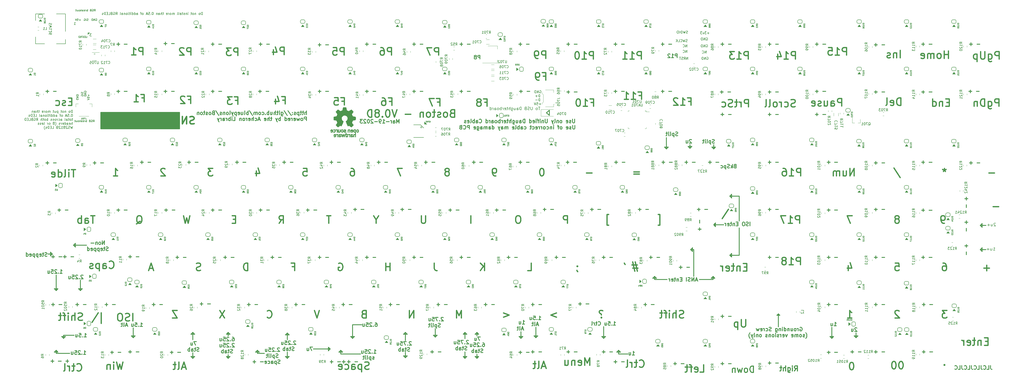
<source format=gbr>
G04 #@! TF.GenerationSoftware,KiCad,Pcbnew,(6.0.11)*
G04 #@! TF.CreationDate,2023-03-19T22:58:01-04:00*
G04 #@! TF.ProjectId,Boston-PCB-V08D,426f7374-6f6e-42d5-9043-422d56303844,rev?*
G04 #@! TF.SameCoordinates,Original*
G04 #@! TF.FileFunction,Legend,Bot*
G04 #@! TF.FilePolarity,Positive*
%FSLAX46Y46*%
G04 Gerber Fmt 4.6, Leading zero omitted, Abs format (unit mm)*
G04 Created by KiCad (PCBNEW (6.0.11)) date 2023-03-19 22:58:01*
%MOMM*%
%LPD*%
G01*
G04 APERTURE LIST*
%ADD10C,0.300000*%
%ADD11C,0.120000*%
%ADD12C,0.500000*%
%ADD13C,0.200000*%
%ADD14C,0.600000*%
%ADD15C,0.400000*%
%ADD16C,0.150000*%
%ADD17C,0.160000*%
%ADD18C,0.127000*%
%ADD19C,0.100000*%
%ADD20C,0.010000*%
%ADD21C,0.254000*%
G04 APERTURE END LIST*
D10*
X187500000Y-155675000D02*
X187500000Y-155425000D01*
X123250000Y-166675000D02*
X123250000Y-168925000D01*
X220000000Y-159675000D02*
X220750000Y-160425000D01*
X343000000Y-103675000D02*
X339250000Y-103675000D01*
X182750000Y-165675000D02*
X182000000Y-166425000D01*
X332500000Y-137225000D02*
X327000000Y-137225000D01*
X123250000Y-158425000D02*
X122500000Y-159175000D01*
X123250000Y-161425000D02*
X123250000Y-158425000D01*
X162000000Y-159425000D02*
X161250000Y-158675000D01*
X221500000Y-159675000D02*
X220000000Y-159675000D01*
X309000000Y-135925000D02*
X309000000Y-137175000D01*
X440750000Y-114675000D02*
X440750000Y-116175000D01*
X309000000Y-135925000D02*
X309750000Y-136675000D01*
X238250000Y-168175000D02*
X236750000Y-168175000D01*
X343000000Y-113675000D02*
X343000000Y-103675000D01*
X71250000Y-160925000D02*
X71250000Y-159925000D01*
X294500000Y-165675000D02*
X295250000Y-166425000D01*
X440750000Y-124425000D02*
X440750000Y-125925000D01*
X68250000Y-165675000D02*
X68250000Y-166925000D01*
X69000000Y-166425000D02*
X67500000Y-166425000D01*
X68250000Y-166925000D02*
X73750000Y-166925000D01*
X232000000Y-168175000D02*
X232750000Y-168925000D01*
X266700000Y-71125000D02*
X265500000Y-70125000D01*
X220750000Y-160425000D02*
X220750000Y-156925000D01*
X358800000Y-156225000D02*
X358800000Y-151025000D01*
X359400000Y-151625000D02*
X358800000Y-151025000D01*
X208750000Y-168675000D02*
X208750000Y-166525000D01*
X236750000Y-159175000D02*
X238250000Y-159175000D01*
X161250000Y-158675000D02*
X160500000Y-159425000D01*
X138250000Y-168175000D02*
X136750000Y-168175000D01*
X171750000Y-165175000D02*
X178500000Y-165175000D01*
X137500000Y-158425000D02*
X136750000Y-159175000D01*
X336750000Y-115175000D02*
X332750000Y-115175000D01*
X261250000Y-160675000D02*
X261250000Y-156425000D01*
X343000000Y-127425000D02*
X339250000Y-127425000D01*
X77250000Y-140925000D02*
X78000000Y-141675000D01*
X76000000Y-124175000D02*
X75250000Y-123425000D01*
X177750000Y-164425000D02*
X177750000Y-165925000D01*
X136750000Y-159175000D02*
X138250000Y-159175000D01*
X66750000Y-126925000D02*
X66000000Y-126175000D01*
X324750000Y-125175000D02*
X323500000Y-125175000D01*
X323250000Y-84425000D02*
X324000000Y-83675000D01*
X70500000Y-160175000D02*
X71250000Y-160925000D01*
X208750000Y-161725000D02*
X208750000Y-158425000D01*
X322500000Y-83675000D02*
X323250000Y-84425000D01*
X72000000Y-160175000D02*
X70500000Y-160175000D01*
X261250000Y-160675000D02*
X262000000Y-159925000D01*
X293750000Y-166425000D02*
X294500000Y-165675000D01*
X208750000Y-168675000D02*
X208000000Y-167925000D01*
X314500000Y-83925000D02*
X313000000Y-83925000D01*
X380250000Y-160925000D02*
X379500000Y-160175000D01*
X208000000Y-167925000D02*
X209500000Y-167925000D01*
X324250000Y-125925000D02*
X324250000Y-124425000D01*
X71250000Y-159925000D02*
X71250000Y-159675000D01*
X78000000Y-141675000D02*
X78750000Y-140925000D01*
X149250000Y-166925000D02*
X152000000Y-166925000D01*
X124000000Y-168175000D02*
X123250000Y-168925000D01*
X137500000Y-167425000D02*
X137500000Y-168925000D01*
X440000000Y-125175000D02*
X440750000Y-124425000D01*
X324750000Y-135925000D02*
X324750000Y-126175000D01*
X68250000Y-135425000D02*
X68250000Y-141675000D01*
X237500000Y-158425000D02*
X236750000Y-159175000D01*
X71250000Y-159675000D02*
X75500000Y-159675000D01*
X323500000Y-125175000D02*
X324250000Y-125925000D01*
X379500000Y-160175000D02*
X381000000Y-160175000D01*
X237500000Y-159925000D02*
X237500000Y-158425000D01*
X358200000Y-151625000D02*
X359400000Y-151625000D01*
X333500000Y-114425000D02*
X333500000Y-115925000D01*
X161250000Y-166425000D02*
X161250000Y-168925000D01*
X308250000Y-136675000D02*
X309000000Y-135925000D01*
X266700000Y-69125000D02*
X266700000Y-71125000D01*
X232750000Y-158425000D02*
X232750000Y-161025000D01*
X68250000Y-166925000D02*
X68250000Y-165675000D01*
X236750000Y-168175000D02*
X237500000Y-168925000D01*
X442250000Y-125175000D02*
X440000000Y-125175000D01*
X380250000Y-160925000D02*
X380250000Y-156425000D01*
X161250000Y-158675000D02*
X161250000Y-161425000D01*
X68250000Y-141675000D02*
X69000000Y-140925000D01*
X182750000Y-167175000D02*
X190750000Y-167175000D01*
X122500000Y-159175000D02*
X124000000Y-159175000D01*
X160500000Y-159425000D02*
X162000000Y-159425000D01*
X182000000Y-166425000D02*
X183500000Y-166425000D01*
X65000000Y-126925000D02*
X66750000Y-126925000D01*
X78750000Y-140925000D02*
X77250000Y-140925000D01*
X287750000Y-160175000D02*
X288500000Y-160925000D01*
X209500000Y-159175000D02*
X208750000Y-158425000D01*
X332750000Y-82925000D02*
X332750000Y-84675000D01*
X324250000Y-124425000D02*
X323500000Y-125175000D01*
X324750000Y-126175000D02*
X324750000Y-125175000D01*
X340000000Y-126675000D02*
X340000000Y-128175000D01*
X187500000Y-160925000D02*
X188250000Y-160175000D01*
X260500000Y-159925000D02*
X261250000Y-160675000D01*
X313750000Y-80175000D02*
X313750000Y-84675000D01*
X332500000Y-135925000D02*
X332500000Y-137225000D01*
X69000000Y-140925000D02*
X67500000Y-140925000D01*
X232750000Y-168925000D02*
X233500000Y-168175000D01*
X208750000Y-158425000D02*
X208000000Y-159175000D01*
X150000000Y-166425000D02*
X148500000Y-166425000D01*
X124000000Y-159175000D02*
X123250000Y-158425000D01*
X332000000Y-83925000D02*
X333500000Y-83925000D01*
X149250000Y-165675000D02*
X149250000Y-166925000D01*
X233500000Y-159175000D02*
X232000000Y-159175000D01*
X255250000Y-160925000D02*
X255250000Y-158175000D01*
X340000000Y-104425000D02*
X339250000Y-103675000D01*
X333500000Y-83925000D02*
X332750000Y-84675000D01*
X75250000Y-123425000D02*
X80500000Y-123425000D01*
X187500000Y-160925000D02*
X187500000Y-155675000D01*
X390000000Y-160675000D02*
X390750000Y-159925000D01*
X232000000Y-159175000D02*
X232750000Y-158425000D01*
X122500000Y-168175000D02*
X124000000Y-168175000D01*
X440000000Y-115425000D02*
X440500000Y-114925000D01*
X75250000Y-123425000D02*
X76000000Y-122675000D01*
X100000000Y-159925000D02*
X98500000Y-159925000D01*
X137500000Y-168925000D02*
X138250000Y-168175000D01*
X295250000Y-166425000D02*
X293750000Y-166425000D01*
X149250000Y-165675000D02*
X148500000Y-166425000D01*
X99250000Y-160675000D02*
X100000000Y-159925000D01*
X288500000Y-160925000D02*
X288500000Y-156175000D01*
X220750000Y-160425000D02*
X221500000Y-159675000D01*
X358800000Y-151025000D02*
X358200000Y-151625000D01*
X333500000Y-115925000D02*
X332750000Y-115175000D01*
X123250000Y-168925000D02*
X122500000Y-168175000D01*
X233500000Y-168175000D02*
X232000000Y-168175000D01*
X262000000Y-159925000D02*
X260500000Y-159925000D01*
X232750000Y-158425000D02*
X233500000Y-159175000D01*
X183500000Y-166425000D02*
X182750000Y-165675000D01*
X294500000Y-165675000D02*
X294500000Y-167175000D01*
X177750000Y-165925000D02*
X178500000Y-165175000D01*
X294500000Y-167175000D02*
X298250000Y-167175000D01*
X209500000Y-167925000D02*
X208750000Y-168675000D01*
X389250000Y-159925000D02*
X390000000Y-160675000D01*
X208000000Y-159175000D02*
X209500000Y-159175000D01*
X332500000Y-135925000D02*
X333250000Y-136675000D01*
X440750000Y-116175000D02*
X440000000Y-115425000D01*
X232750000Y-168925000D02*
X232750000Y-166325000D01*
X381000000Y-160175000D02*
X380250000Y-160925000D01*
X66000000Y-127675000D02*
X66750000Y-126925000D01*
X237500000Y-168925000D02*
X237500000Y-167225000D01*
X160500000Y-168175000D02*
X161250000Y-168925000D01*
X237500000Y-168925000D02*
X238250000Y-168175000D01*
X137500000Y-159925000D02*
X137500000Y-158425000D01*
X440750000Y-125925000D02*
X440000000Y-125175000D01*
X238250000Y-159175000D02*
X237500000Y-158425000D01*
X186750000Y-160175000D02*
X187500000Y-160925000D01*
X188250000Y-160175000D02*
X186750000Y-160175000D01*
X76000000Y-122675000D02*
X76000000Y-124175000D01*
X313750000Y-84675000D02*
X314500000Y-83925000D01*
X343000000Y-116425000D02*
X343000000Y-127425000D01*
X332750000Y-84675000D02*
X332000000Y-83925000D01*
X187500000Y-155425000D02*
X191250000Y-155425000D01*
X340000000Y-128175000D02*
X339250000Y-127425000D01*
X182750000Y-165675000D02*
X182750000Y-167175000D01*
X332750000Y-115175000D02*
X333500000Y-114425000D01*
X138250000Y-159175000D02*
X137500000Y-158425000D01*
X136750000Y-168175000D02*
X137500000Y-168925000D01*
X68250000Y-165675000D02*
X69000000Y-166425000D01*
X162000000Y-168175000D02*
X160500000Y-168175000D01*
X67500000Y-140925000D02*
X68250000Y-141675000D01*
X66000000Y-126175000D02*
X66000000Y-127675000D01*
X78000000Y-137425000D02*
X78000000Y-141675000D01*
X67500000Y-166425000D02*
X68250000Y-165675000D01*
X309750000Y-136675000D02*
X308250000Y-136675000D01*
X390000000Y-160675000D02*
X390000000Y-158675000D01*
X442250000Y-115425000D02*
X440000000Y-115425000D01*
X288500000Y-160925000D02*
X289250000Y-160175000D01*
X71250000Y-160925000D02*
X72000000Y-160175000D01*
X255250000Y-160925000D02*
X256000000Y-160175000D01*
X339250000Y-103675000D02*
X340000000Y-102925000D01*
X313000000Y-83925000D02*
X313750000Y-84675000D01*
X340000000Y-102925000D02*
X340000000Y-104425000D01*
X390750000Y-159925000D02*
X389250000Y-159925000D01*
X333250000Y-136675000D02*
X331750000Y-136675000D01*
X331750000Y-136675000D02*
X332500000Y-135925000D01*
X256000000Y-160175000D02*
X254500000Y-160175000D01*
X265500000Y-70125000D02*
X266700000Y-69125000D01*
X254500000Y-160175000D02*
X255250000Y-160925000D01*
X289250000Y-160175000D02*
X287750000Y-160175000D01*
X98500000Y-159925000D02*
X99250000Y-160675000D01*
X440500000Y-114925000D02*
X440750000Y-114675000D01*
X323250000Y-84425000D02*
X323250000Y-82925000D01*
X149250000Y-165675000D02*
X150000000Y-166425000D01*
D11*
X305100000Y-69255000D02*
X305560000Y-69695000D01*
D10*
X309000000Y-137175000D02*
X314000000Y-137175000D01*
D11*
X83955489Y-46500000D02*
G75*
G03*
X83955489Y-46500000I-230489J0D01*
G01*
D10*
X339250000Y-127425000D02*
X340000000Y-126675000D01*
X324000000Y-83675000D02*
X322500000Y-83675000D01*
X178500000Y-165175000D02*
X177750000Y-164425000D01*
X161250000Y-168925000D02*
X162000000Y-168175000D01*
X99250000Y-160675000D02*
X99250000Y-156675000D01*
X420571428Y-90032142D02*
X419428571Y-90032142D01*
X417571428Y-90032142D02*
X416428571Y-90032142D01*
X417000000Y-90603571D02*
X417000000Y-89460714D01*
X339821428Y-171032142D02*
X338678571Y-171032142D01*
X336821428Y-171032142D02*
X335678571Y-171032142D01*
X336250000Y-171603571D02*
X336250000Y-170460714D01*
X220571428Y-90032142D02*
X219428571Y-90032142D01*
X217571428Y-90032142D02*
X216428571Y-90032142D01*
X217000000Y-90603571D02*
X217000000Y-89460714D01*
X102107142Y-156103571D02*
X102964285Y-156103571D01*
X102535714Y-156103571D02*
X102535714Y-154603571D01*
X102678571Y-154817857D01*
X102821428Y-154960714D01*
X102964285Y-155032142D01*
X101464285Y-155960714D02*
X101392857Y-156032142D01*
X101464285Y-156103571D01*
X101535714Y-156032142D01*
X101464285Y-155960714D01*
X101464285Y-156103571D01*
X100035714Y-154603571D02*
X100750000Y-154603571D01*
X100821428Y-155317857D01*
X100750000Y-155246428D01*
X100607142Y-155175000D01*
X100250000Y-155175000D01*
X100107142Y-155246428D01*
X100035714Y-155317857D01*
X99964285Y-155460714D01*
X99964285Y-155817857D01*
X100035714Y-155960714D01*
X100107142Y-156032142D01*
X100250000Y-156103571D01*
X100607142Y-156103571D01*
X100750000Y-156032142D01*
X100821428Y-155960714D01*
X98678571Y-155103571D02*
X98678571Y-156103571D01*
X99321428Y-155103571D02*
X99321428Y-155889285D01*
X99250000Y-156032142D01*
X99107142Y-156103571D01*
X98892857Y-156103571D01*
X98750000Y-156032142D01*
X98678571Y-155960714D01*
X96892857Y-155675000D02*
X96178571Y-155675000D01*
X97035714Y-156103571D02*
X96535714Y-154603571D01*
X96035714Y-156103571D01*
X95321428Y-156103571D02*
X95464285Y-156032142D01*
X95535714Y-155889285D01*
X95535714Y-154603571D01*
X94964285Y-155103571D02*
X94392857Y-155103571D01*
X94750000Y-154603571D02*
X94750000Y-155889285D01*
X94678571Y-156032142D01*
X94535714Y-156103571D01*
X94392857Y-156103571D01*
X318071428Y-47928571D02*
X318071428Y-46428571D01*
X317500000Y-46428571D01*
X317357142Y-46500000D01*
X317285714Y-46571428D01*
X317214285Y-46714285D01*
X317214285Y-46928571D01*
X317285714Y-47071428D01*
X317357142Y-47142857D01*
X317500000Y-47214285D01*
X318071428Y-47214285D01*
X315785714Y-47928571D02*
X316642857Y-47928571D01*
X316214285Y-47928571D02*
X316214285Y-46428571D01*
X316357142Y-46642857D01*
X316500000Y-46785714D01*
X316642857Y-46857142D01*
X315214285Y-46571428D02*
X315142857Y-46500000D01*
X315000000Y-46428571D01*
X314642857Y-46428571D01*
X314500000Y-46500000D01*
X314428571Y-46571428D01*
X314357142Y-46714285D01*
X314357142Y-46857142D01*
X314428571Y-47071428D01*
X315285714Y-47928571D01*
X314357142Y-47928571D01*
X79571428Y-160353571D02*
X80428571Y-160353571D01*
X80000000Y-160353571D02*
X80000000Y-158853571D01*
X80142857Y-159067857D01*
X80285714Y-159210714D01*
X80428571Y-159282142D01*
X78928571Y-160210714D02*
X78857142Y-160282142D01*
X78928571Y-160353571D01*
X79000000Y-160282142D01*
X78928571Y-160210714D01*
X78928571Y-160353571D01*
X77500000Y-158853571D02*
X78214285Y-158853571D01*
X78285714Y-159567857D01*
X78214285Y-159496428D01*
X78071428Y-159425000D01*
X77714285Y-159425000D01*
X77571428Y-159496428D01*
X77500000Y-159567857D01*
X77428571Y-159710714D01*
X77428571Y-160067857D01*
X77500000Y-160210714D01*
X77571428Y-160282142D01*
X77714285Y-160353571D01*
X78071428Y-160353571D01*
X78214285Y-160282142D01*
X78285714Y-160210714D01*
X76142857Y-159353571D02*
X76142857Y-160353571D01*
X76785714Y-159353571D02*
X76785714Y-160139285D01*
X76714285Y-160282142D01*
X76571428Y-160353571D01*
X76357142Y-160353571D01*
X76214285Y-160282142D01*
X76142857Y-160210714D01*
D12*
X131293750Y-92500892D02*
X129436607Y-92500892D01*
X130436607Y-93643750D01*
X130008035Y-93643750D01*
X129722321Y-93786607D01*
X129579464Y-93929464D01*
X129436607Y-94215178D01*
X129436607Y-94929464D01*
X129579464Y-95215178D01*
X129722321Y-95358035D01*
X130008035Y-95500892D01*
X130865178Y-95500892D01*
X131150892Y-95358035D01*
X131293750Y-95215178D01*
D10*
X96821428Y-61532142D02*
X95678571Y-61532142D01*
X93821428Y-61532142D02*
X92678571Y-61532142D01*
X93250000Y-62103571D02*
X93250000Y-60960714D01*
X377821428Y-61532142D02*
X376678571Y-61532142D01*
X374821428Y-61532142D02*
X373678571Y-61532142D01*
X374250000Y-62103571D02*
X374250000Y-60960714D01*
X239821428Y-90032142D02*
X238678571Y-90032142D01*
X236821428Y-90032142D02*
X235678571Y-90032142D01*
X236250000Y-90603571D02*
X236250000Y-89460714D01*
D13*
X330011904Y-47750000D02*
X330107142Y-47702380D01*
X330250000Y-47702380D01*
X330392857Y-47750000D01*
X330488095Y-47845238D01*
X330535714Y-47940476D01*
X330583333Y-48130952D01*
X330583333Y-48273809D01*
X330535714Y-48464285D01*
X330488095Y-48559523D01*
X330392857Y-48654761D01*
X330250000Y-48702380D01*
X330154761Y-48702380D01*
X330011904Y-48654761D01*
X329964285Y-48607142D01*
X329964285Y-48273809D01*
X330154761Y-48273809D01*
X329535714Y-48702380D02*
X329535714Y-47702380D01*
X328964285Y-48702380D01*
X328964285Y-47702380D01*
X328488095Y-48702380D02*
X328488095Y-47702380D01*
X328250000Y-47702380D01*
X328107142Y-47750000D01*
X328011904Y-47845238D01*
X327964285Y-47940476D01*
X327916666Y-48130952D01*
X327916666Y-48273809D01*
X327964285Y-48464285D01*
X328011904Y-48559523D01*
X328107142Y-48654761D01*
X328250000Y-48702380D01*
X328488095Y-48702380D01*
D12*
X231306250Y-152650892D02*
X231306250Y-149650892D01*
X230306250Y-151793750D01*
X229306250Y-149650892D01*
X229306250Y-152650892D01*
D10*
X253821428Y-128282142D02*
X252678571Y-128282142D01*
X250821428Y-128282142D02*
X249678571Y-128282142D01*
X250250000Y-128853571D02*
X250250000Y-127710714D01*
X189571428Y-170282142D02*
X188428571Y-170282142D01*
X186571428Y-170282142D02*
X185428571Y-170282142D01*
X186000000Y-170853571D02*
X186000000Y-169710714D01*
D12*
X386611607Y-152650892D02*
X388325892Y-152650892D01*
X387468750Y-152650892D02*
X387468750Y-149650892D01*
X387754464Y-150079464D01*
X388040178Y-150365178D01*
X388325892Y-150508035D01*
D10*
X258571428Y-166532142D02*
X257428571Y-166532142D01*
X255571428Y-166532142D02*
X254428571Y-166532142D01*
X255000000Y-167103571D02*
X255000000Y-165960714D01*
X434392857Y-127246428D02*
X434392857Y-126103571D01*
X434392857Y-124246428D02*
X434392857Y-123103571D01*
X433821428Y-123675000D02*
X434964285Y-123675000D01*
X292071428Y-128282142D02*
X290928571Y-128282142D01*
X289071428Y-128282142D02*
X287928571Y-128282142D01*
X288500000Y-128853571D02*
X288500000Y-127710714D01*
D13*
X322035714Y-45952380D02*
X322035714Y-44952380D01*
X321464285Y-45952380D01*
X321464285Y-44952380D01*
X320416666Y-45857142D02*
X320464285Y-45904761D01*
X320607142Y-45952380D01*
X320702380Y-45952380D01*
X320845238Y-45904761D01*
X320940476Y-45809523D01*
X320988095Y-45714285D01*
X321035714Y-45523809D01*
X321035714Y-45380952D01*
X320988095Y-45190476D01*
X320940476Y-45095238D01*
X320845238Y-45000000D01*
X320702380Y-44952380D01*
X320607142Y-44952380D01*
X320464285Y-45000000D01*
X320416666Y-45047619D01*
D12*
X222089285Y-46982142D02*
X222089285Y-43982142D01*
X220946428Y-43982142D01*
X220660714Y-44125000D01*
X220517857Y-44267857D01*
X220375000Y-44553571D01*
X220375000Y-44982142D01*
X220517857Y-45267857D01*
X220660714Y-45410714D01*
X220946428Y-45553571D01*
X222089285Y-45553571D01*
X219375000Y-43982142D02*
X217375000Y-43982142D01*
X218660714Y-46982142D01*
D10*
X225571428Y-147282142D02*
X224428571Y-147282142D01*
X222571428Y-147282142D02*
X221428571Y-147282142D01*
X222000000Y-147853571D02*
X222000000Y-146710714D01*
D12*
X76110000Y-92977142D02*
X74395714Y-92977142D01*
X75252857Y-95977142D02*
X75252857Y-92977142D01*
X73395714Y-95977142D02*
X73395714Y-93977142D01*
X73395714Y-92977142D02*
X73538571Y-93120000D01*
X73395714Y-93262857D01*
X73252857Y-93120000D01*
X73395714Y-92977142D01*
X73395714Y-93262857D01*
X71538571Y-95977142D02*
X71824285Y-95834285D01*
X71967142Y-95548571D01*
X71967142Y-92977142D01*
X69110000Y-95977142D02*
X69110000Y-92977142D01*
X69110000Y-95834285D02*
X69395714Y-95977142D01*
X69967142Y-95977142D01*
X70252857Y-95834285D01*
X70395714Y-95691428D01*
X70538571Y-95405714D01*
X70538571Y-94548571D01*
X70395714Y-94262857D01*
X70252857Y-94120000D01*
X69967142Y-93977142D01*
X69395714Y-93977142D01*
X69110000Y-94120000D01*
X66538571Y-95834285D02*
X66824285Y-95977142D01*
X67395714Y-95977142D01*
X67681428Y-95834285D01*
X67824285Y-95548571D01*
X67824285Y-94405714D01*
X67681428Y-94120000D01*
X67395714Y-93977142D01*
X66824285Y-93977142D01*
X66538571Y-94120000D01*
X66395714Y-94405714D01*
X66395714Y-94691428D01*
X67824285Y-94977142D01*
X302886607Y-93929464D02*
X300600892Y-93929464D01*
X300600892Y-94786607D02*
X302886607Y-94786607D01*
D10*
X315821428Y-42532142D02*
X314678571Y-42532142D01*
X312821428Y-42532142D02*
X311678571Y-42532142D01*
X312250000Y-43103571D02*
X312250000Y-41960714D01*
D12*
X302768571Y-63190714D02*
X303768571Y-63190714D01*
X303768571Y-64762142D02*
X303768571Y-61762142D01*
X302340000Y-61762142D01*
X299625714Y-64762142D02*
X301340000Y-64762142D01*
X300482857Y-64762142D02*
X300482857Y-61762142D01*
X300768571Y-62190714D01*
X301054285Y-62476428D01*
X301340000Y-62619285D01*
X296768571Y-64762142D02*
X298482857Y-64762142D01*
X297625714Y-64762142D02*
X297625714Y-61762142D01*
X297911428Y-62190714D01*
X298197142Y-62476428D01*
X298482857Y-62619285D01*
X159390000Y-65040714D02*
X160390000Y-65040714D01*
X160390000Y-66612142D02*
X160390000Y-63612142D01*
X158961428Y-63612142D01*
X156532857Y-64612142D02*
X156532857Y-66612142D01*
X157247142Y-63469285D02*
X157961428Y-65612142D01*
X156104285Y-65612142D01*
X207493750Y-92500892D02*
X205493750Y-92500892D01*
X206779464Y-95500892D01*
D10*
X358821428Y-128282142D02*
X357678571Y-128282142D01*
X355821428Y-128282142D02*
X354678571Y-128282142D01*
X355250000Y-128853571D02*
X355250000Y-127710714D01*
X153821428Y-61532142D02*
X152678571Y-61532142D01*
X150821428Y-61532142D02*
X149678571Y-61532142D01*
X150250000Y-62103571D02*
X150250000Y-60960714D01*
X439571428Y-61532142D02*
X438428571Y-61532142D01*
X436571428Y-61532142D02*
X435428571Y-61532142D01*
X436000000Y-62103571D02*
X436000000Y-60960714D01*
X258821428Y-61532142D02*
X257678571Y-61532142D01*
X255821428Y-61532142D02*
X254678571Y-61532142D01*
X255250000Y-62103571D02*
X255250000Y-60960714D01*
X96821428Y-42532142D02*
X95678571Y-42532142D01*
X93821428Y-42532142D02*
X92678571Y-42532142D01*
X93250000Y-43103571D02*
X93250000Y-41960714D01*
D12*
X365575000Y-67639285D02*
X365146428Y-67782142D01*
X364432142Y-67782142D01*
X364146428Y-67639285D01*
X364003571Y-67496428D01*
X363860714Y-67210714D01*
X363860714Y-66925000D01*
X364003571Y-66639285D01*
X364146428Y-66496428D01*
X364432142Y-66353571D01*
X365003571Y-66210714D01*
X365289285Y-66067857D01*
X365432142Y-65925000D01*
X365575000Y-65639285D01*
X365575000Y-65353571D01*
X365432142Y-65067857D01*
X365289285Y-64925000D01*
X365003571Y-64782142D01*
X364289285Y-64782142D01*
X363860714Y-64925000D01*
X361289285Y-67639285D02*
X361575000Y-67782142D01*
X362146428Y-67782142D01*
X362432142Y-67639285D01*
X362575000Y-67496428D01*
X362717857Y-67210714D01*
X362717857Y-66353571D01*
X362575000Y-66067857D01*
X362432142Y-65925000D01*
X362146428Y-65782142D01*
X361575000Y-65782142D01*
X361289285Y-65925000D01*
X360003571Y-67782142D02*
X360003571Y-65782142D01*
X360003571Y-66353571D02*
X359860714Y-66067857D01*
X359717857Y-65925000D01*
X359432142Y-65782142D01*
X359146428Y-65782142D01*
X357717857Y-67782142D02*
X358003571Y-67639285D01*
X358146428Y-67496428D01*
X358289285Y-67210714D01*
X358289285Y-66353571D01*
X358146428Y-66067857D01*
X358003571Y-65925000D01*
X357717857Y-65782142D01*
X357289285Y-65782142D01*
X357003571Y-65925000D01*
X356860714Y-66067857D01*
X356717857Y-66353571D01*
X356717857Y-67210714D01*
X356860714Y-67496428D01*
X357003571Y-67639285D01*
X357289285Y-67782142D01*
X357717857Y-67782142D01*
X355003571Y-67782142D02*
X355289285Y-67639285D01*
X355432142Y-67353571D01*
X355432142Y-64782142D01*
X353432142Y-67782142D02*
X353717857Y-67639285D01*
X353860714Y-67353571D01*
X353860714Y-64782142D01*
D10*
X79285714Y-167353571D02*
X80142857Y-167353571D01*
X79714285Y-167353571D02*
X79714285Y-165853571D01*
X79857142Y-166067857D01*
X80000000Y-166210714D01*
X80142857Y-166282142D01*
X78642857Y-167210714D02*
X78571428Y-167282142D01*
X78642857Y-167353571D01*
X78714285Y-167282142D01*
X78642857Y-167210714D01*
X78642857Y-167353571D01*
X78000000Y-165996428D02*
X77928571Y-165925000D01*
X77785714Y-165853571D01*
X77428571Y-165853571D01*
X77285714Y-165925000D01*
X77214285Y-165996428D01*
X77142857Y-166139285D01*
X77142857Y-166282142D01*
X77214285Y-166496428D01*
X78071428Y-167353571D01*
X77142857Y-167353571D01*
X75785714Y-165853571D02*
X76500000Y-165853571D01*
X76571428Y-166567857D01*
X76500000Y-166496428D01*
X76357142Y-166425000D01*
X76000000Y-166425000D01*
X75857142Y-166496428D01*
X75785714Y-166567857D01*
X75714285Y-166710714D01*
X75714285Y-167067857D01*
X75785714Y-167210714D01*
X75857142Y-167282142D01*
X76000000Y-167353571D01*
X76357142Y-167353571D01*
X76500000Y-167282142D01*
X76571428Y-167210714D01*
X74428571Y-166353571D02*
X74428571Y-167353571D01*
X75071428Y-166353571D02*
X75071428Y-167139285D01*
X75000000Y-167282142D01*
X74857142Y-167353571D01*
X74642857Y-167353571D01*
X74500000Y-167282142D01*
X74428571Y-167210714D01*
D12*
X389301785Y-95500892D02*
X389301785Y-92500892D01*
X387587500Y-95500892D01*
X387587500Y-92500892D01*
X384873214Y-93500892D02*
X384873214Y-95500892D01*
X386158928Y-93500892D02*
X386158928Y-95072321D01*
X386016071Y-95358035D01*
X385730357Y-95500892D01*
X385301785Y-95500892D01*
X385016071Y-95358035D01*
X384873214Y-95215178D01*
X383444642Y-95500892D02*
X383444642Y-93500892D01*
X383444642Y-93786607D02*
X383301785Y-93643750D01*
X383016071Y-93500892D01*
X382587500Y-93500892D01*
X382301785Y-93643750D01*
X382158928Y-93929464D01*
X382158928Y-95500892D01*
X382158928Y-93929464D02*
X382016071Y-93643750D01*
X381730357Y-93500892D01*
X381301785Y-93500892D01*
X381016071Y-93643750D01*
X380873214Y-93929464D01*
X380873214Y-95500892D01*
D10*
X158142857Y-164831428D02*
X158071428Y-164760000D01*
X157928571Y-164688571D01*
X157571428Y-164688571D01*
X157428571Y-164760000D01*
X157357142Y-164831428D01*
X157285714Y-164974285D01*
X157285714Y-165117142D01*
X157357142Y-165331428D01*
X158214285Y-166188571D01*
X157285714Y-166188571D01*
X156642857Y-166045714D02*
X156571428Y-166117142D01*
X156642857Y-166188571D01*
X156714285Y-166117142D01*
X156642857Y-166045714D01*
X156642857Y-166188571D01*
X156000000Y-164831428D02*
X155928571Y-164760000D01*
X155785714Y-164688571D01*
X155428571Y-164688571D01*
X155285714Y-164760000D01*
X155214285Y-164831428D01*
X155142857Y-164974285D01*
X155142857Y-165117142D01*
X155214285Y-165331428D01*
X156071428Y-166188571D01*
X155142857Y-166188571D01*
X153785714Y-164688571D02*
X154500000Y-164688571D01*
X154571428Y-165402857D01*
X154500000Y-165331428D01*
X154357142Y-165260000D01*
X154000000Y-165260000D01*
X153857142Y-165331428D01*
X153785714Y-165402857D01*
X153714285Y-165545714D01*
X153714285Y-165902857D01*
X153785714Y-166045714D01*
X153857142Y-166117142D01*
X154000000Y-166188571D01*
X154357142Y-166188571D01*
X154500000Y-166117142D01*
X154571428Y-166045714D01*
X152428571Y-165188571D02*
X152428571Y-166188571D01*
X153071428Y-165188571D02*
X153071428Y-165974285D01*
X153000000Y-166117142D01*
X152857142Y-166188571D01*
X152642857Y-166188571D01*
X152500000Y-166117142D01*
X152428571Y-166045714D01*
X157535714Y-168532142D02*
X157321428Y-168603571D01*
X156964285Y-168603571D01*
X156821428Y-168532142D01*
X156750000Y-168460714D01*
X156678571Y-168317857D01*
X156678571Y-168175000D01*
X156750000Y-168032142D01*
X156821428Y-167960714D01*
X156964285Y-167889285D01*
X157250000Y-167817857D01*
X157392857Y-167746428D01*
X157464285Y-167675000D01*
X157535714Y-167532142D01*
X157535714Y-167389285D01*
X157464285Y-167246428D01*
X157392857Y-167175000D01*
X157250000Y-167103571D01*
X156892857Y-167103571D01*
X156678571Y-167175000D01*
X156035714Y-167603571D02*
X156035714Y-169103571D01*
X156035714Y-167675000D02*
X155892857Y-167603571D01*
X155607142Y-167603571D01*
X155464285Y-167675000D01*
X155392857Y-167746428D01*
X155321428Y-167889285D01*
X155321428Y-168317857D01*
X155392857Y-168460714D01*
X155464285Y-168532142D01*
X155607142Y-168603571D01*
X155892857Y-168603571D01*
X156035714Y-168532142D01*
X154464285Y-168603571D02*
X154607142Y-168532142D01*
X154678571Y-168389285D01*
X154678571Y-167103571D01*
X153892857Y-168603571D02*
X153892857Y-167603571D01*
X153892857Y-167103571D02*
X153964285Y-167175000D01*
X153892857Y-167246428D01*
X153821428Y-167175000D01*
X153892857Y-167103571D01*
X153892857Y-167246428D01*
X153392857Y-167603571D02*
X152821428Y-167603571D01*
X153178571Y-167103571D02*
X153178571Y-168389285D01*
X153107142Y-168532142D01*
X152964285Y-168603571D01*
X152821428Y-168603571D01*
X158321428Y-170947142D02*
X158107142Y-171018571D01*
X157750000Y-171018571D01*
X157607142Y-170947142D01*
X157535714Y-170875714D01*
X157464285Y-170732857D01*
X157464285Y-170590000D01*
X157535714Y-170447142D01*
X157607142Y-170375714D01*
X157750000Y-170304285D01*
X158035714Y-170232857D01*
X158178571Y-170161428D01*
X158250000Y-170090000D01*
X158321428Y-169947142D01*
X158321428Y-169804285D01*
X158250000Y-169661428D01*
X158178571Y-169590000D01*
X158035714Y-169518571D01*
X157678571Y-169518571D01*
X157464285Y-169590000D01*
X156821428Y-170018571D02*
X156821428Y-171518571D01*
X156821428Y-170090000D02*
X156678571Y-170018571D01*
X156392857Y-170018571D01*
X156250000Y-170090000D01*
X156178571Y-170161428D01*
X156107142Y-170304285D01*
X156107142Y-170732857D01*
X156178571Y-170875714D01*
X156250000Y-170947142D01*
X156392857Y-171018571D01*
X156678571Y-171018571D01*
X156821428Y-170947142D01*
X154821428Y-171018571D02*
X154821428Y-170232857D01*
X154892857Y-170090000D01*
X155035714Y-170018571D01*
X155321428Y-170018571D01*
X155464285Y-170090000D01*
X154821428Y-170947142D02*
X154964285Y-171018571D01*
X155321428Y-171018571D01*
X155464285Y-170947142D01*
X155535714Y-170804285D01*
X155535714Y-170661428D01*
X155464285Y-170518571D01*
X155321428Y-170447142D01*
X154964285Y-170447142D01*
X154821428Y-170375714D01*
X153464285Y-170947142D02*
X153607142Y-171018571D01*
X153892857Y-171018571D01*
X154035714Y-170947142D01*
X154107142Y-170875714D01*
X154178571Y-170732857D01*
X154178571Y-170304285D01*
X154107142Y-170161428D01*
X154035714Y-170090000D01*
X153892857Y-170018571D01*
X153607142Y-170018571D01*
X153464285Y-170090000D01*
X152250000Y-170947142D02*
X152392857Y-171018571D01*
X152678571Y-171018571D01*
X152821428Y-170947142D01*
X152892857Y-170804285D01*
X152892857Y-170232857D01*
X152821428Y-170090000D01*
X152678571Y-170018571D01*
X152392857Y-170018571D01*
X152250000Y-170090000D01*
X152178571Y-170232857D01*
X152178571Y-170375714D01*
X152892857Y-170518571D01*
D12*
X153177678Y-152365178D02*
X153320535Y-152508035D01*
X153749107Y-152650892D01*
X154034821Y-152650892D01*
X154463392Y-152508035D01*
X154749107Y-152222321D01*
X154891964Y-151936607D01*
X155034821Y-151365178D01*
X155034821Y-150936607D01*
X154891964Y-150365178D01*
X154749107Y-150079464D01*
X154463392Y-149793750D01*
X154034821Y-149650892D01*
X153749107Y-149650892D01*
X153320535Y-149793750D01*
X153177678Y-149936607D01*
D10*
X196821428Y-42532142D02*
X195678571Y-42532142D01*
X193821428Y-42532142D02*
X192678571Y-42532142D01*
X193250000Y-43103571D02*
X193250000Y-41960714D01*
X401571428Y-109032142D02*
X400428571Y-109032142D01*
X398571428Y-109032142D02*
X397428571Y-109032142D01*
X398000000Y-109603571D02*
X398000000Y-108460714D01*
X134821428Y-61532142D02*
X133678571Y-61532142D01*
X131821428Y-61532142D02*
X130678571Y-61532142D01*
X131250000Y-62103571D02*
X131250000Y-60960714D01*
D12*
X405233035Y-92358035D02*
X407804464Y-96215178D01*
D13*
X262942857Y-67767857D02*
X262257142Y-67767857D01*
X262600000Y-68967857D02*
X262600000Y-67767857D01*
X261685714Y-68967857D02*
X261800000Y-68910714D01*
X261857142Y-68853571D01*
X261914285Y-68739285D01*
X261914285Y-68396428D01*
X261857142Y-68282142D01*
X261800000Y-68225000D01*
X261685714Y-68167857D01*
X261514285Y-68167857D01*
X261400000Y-68225000D01*
X261342857Y-68282142D01*
X261285714Y-68396428D01*
X261285714Y-68739285D01*
X261342857Y-68853571D01*
X261400000Y-68910714D01*
X261514285Y-68967857D01*
X261685714Y-68967857D01*
X259857142Y-67767857D02*
X259857142Y-68739285D01*
X259800000Y-68853571D01*
X259742857Y-68910714D01*
X259628571Y-68967857D01*
X259400000Y-68967857D01*
X259285714Y-68910714D01*
X259228571Y-68853571D01*
X259171428Y-68739285D01*
X259171428Y-67767857D01*
X258657142Y-68910714D02*
X258485714Y-68967857D01*
X258200000Y-68967857D01*
X258085714Y-68910714D01*
X258028571Y-68853571D01*
X257971428Y-68739285D01*
X257971428Y-68625000D01*
X258028571Y-68510714D01*
X258085714Y-68453571D01*
X258200000Y-68396428D01*
X258428571Y-68339285D01*
X258542857Y-68282142D01*
X258600000Y-68225000D01*
X258657142Y-68110714D01*
X258657142Y-67996428D01*
X258600000Y-67882142D01*
X258542857Y-67825000D01*
X258428571Y-67767857D01*
X258142857Y-67767857D01*
X257971428Y-67825000D01*
X257057142Y-68339285D02*
X256885714Y-68396428D01*
X256828571Y-68453571D01*
X256771428Y-68567857D01*
X256771428Y-68739285D01*
X256828571Y-68853571D01*
X256885714Y-68910714D01*
X257000000Y-68967857D01*
X257457142Y-68967857D01*
X257457142Y-67767857D01*
X257057142Y-67767857D01*
X256942857Y-67825000D01*
X256885714Y-67882142D01*
X256828571Y-67996428D01*
X256828571Y-68110714D01*
X256885714Y-68225000D01*
X256942857Y-68282142D01*
X257057142Y-68339285D01*
X257457142Y-68339285D01*
X255342857Y-68967857D02*
X255342857Y-67767857D01*
X255057142Y-67767857D01*
X254885714Y-67825000D01*
X254771428Y-67939285D01*
X254714285Y-68053571D01*
X254657142Y-68282142D01*
X254657142Y-68453571D01*
X254714285Y-68682142D01*
X254771428Y-68796428D01*
X254885714Y-68910714D01*
X255057142Y-68967857D01*
X255342857Y-68967857D01*
X253628571Y-68967857D02*
X253628571Y-68339285D01*
X253685714Y-68225000D01*
X253800000Y-68167857D01*
X254028571Y-68167857D01*
X254142857Y-68225000D01*
X253628571Y-68910714D02*
X253742857Y-68967857D01*
X254028571Y-68967857D01*
X254142857Y-68910714D01*
X254200000Y-68796428D01*
X254200000Y-68682142D01*
X254142857Y-68567857D01*
X254028571Y-68510714D01*
X253742857Y-68510714D01*
X253628571Y-68453571D01*
X252542857Y-68167857D02*
X252542857Y-68967857D01*
X253057142Y-68167857D02*
X253057142Y-68796428D01*
X253000000Y-68910714D01*
X252885714Y-68967857D01*
X252714285Y-68967857D01*
X252600000Y-68910714D01*
X252542857Y-68853571D01*
X251457142Y-68167857D02*
X251457142Y-69139285D01*
X251514285Y-69253571D01*
X251571428Y-69310714D01*
X251685714Y-69367857D01*
X251857142Y-69367857D01*
X251971428Y-69310714D01*
X251457142Y-68910714D02*
X251571428Y-68967857D01*
X251800000Y-68967857D01*
X251914285Y-68910714D01*
X251971428Y-68853571D01*
X252028571Y-68739285D01*
X252028571Y-68396428D01*
X251971428Y-68282142D01*
X251914285Y-68225000D01*
X251800000Y-68167857D01*
X251571428Y-68167857D01*
X251457142Y-68225000D01*
X250885714Y-68967857D02*
X250885714Y-67767857D01*
X250371428Y-68967857D02*
X250371428Y-68339285D01*
X250428571Y-68225000D01*
X250542857Y-68167857D01*
X250714285Y-68167857D01*
X250828571Y-68225000D01*
X250885714Y-68282142D01*
X249971428Y-68167857D02*
X249514285Y-68167857D01*
X249800000Y-67767857D02*
X249800000Y-68796428D01*
X249742857Y-68910714D01*
X249628571Y-68967857D01*
X249514285Y-68967857D01*
X248657142Y-68910714D02*
X248771428Y-68967857D01*
X249000000Y-68967857D01*
X249114285Y-68910714D01*
X249171428Y-68796428D01*
X249171428Y-68339285D01*
X249114285Y-68225000D01*
X249000000Y-68167857D01*
X248771428Y-68167857D01*
X248657142Y-68225000D01*
X248600000Y-68339285D01*
X248600000Y-68453571D01*
X249171428Y-68567857D01*
X248085714Y-68967857D02*
X248085714Y-68167857D01*
X248085714Y-68396428D02*
X248028571Y-68282142D01*
X247971428Y-68225000D01*
X247857142Y-68167857D01*
X247742857Y-68167857D01*
X247342857Y-68967857D02*
X247342857Y-67767857D01*
X247342857Y-68225000D02*
X247228571Y-68167857D01*
X247000000Y-68167857D01*
X246885714Y-68225000D01*
X246828571Y-68282142D01*
X246771428Y-68396428D01*
X246771428Y-68739285D01*
X246828571Y-68853571D01*
X246885714Y-68910714D01*
X247000000Y-68967857D01*
X247228571Y-68967857D01*
X247342857Y-68910714D01*
X246085714Y-68967857D02*
X246200000Y-68910714D01*
X246257142Y-68853571D01*
X246314285Y-68739285D01*
X246314285Y-68396428D01*
X246257142Y-68282142D01*
X246200000Y-68225000D01*
X246085714Y-68167857D01*
X245914285Y-68167857D01*
X245800000Y-68225000D01*
X245742857Y-68282142D01*
X245685714Y-68396428D01*
X245685714Y-68739285D01*
X245742857Y-68853571D01*
X245800000Y-68910714D01*
X245914285Y-68967857D01*
X246085714Y-68967857D01*
X244657142Y-68967857D02*
X244657142Y-68339285D01*
X244714285Y-68225000D01*
X244828571Y-68167857D01*
X245057142Y-68167857D01*
X245171428Y-68225000D01*
X244657142Y-68910714D02*
X244771428Y-68967857D01*
X245057142Y-68967857D01*
X245171428Y-68910714D01*
X245228571Y-68796428D01*
X245228571Y-68682142D01*
X245171428Y-68567857D01*
X245057142Y-68510714D01*
X244771428Y-68510714D01*
X244657142Y-68453571D01*
X244085714Y-68967857D02*
X244085714Y-68167857D01*
X244085714Y-68396428D02*
X244028571Y-68282142D01*
X243971428Y-68225000D01*
X243857142Y-68167857D01*
X243742857Y-68167857D01*
X242828571Y-68967857D02*
X242828571Y-67767857D01*
X242828571Y-68910714D02*
X242942857Y-68967857D01*
X243171428Y-68967857D01*
X243285714Y-68910714D01*
X243342857Y-68853571D01*
X243400000Y-68739285D01*
X243400000Y-68396428D01*
X243342857Y-68282142D01*
X243285714Y-68225000D01*
X243171428Y-68167857D01*
X242942857Y-68167857D01*
X242828571Y-68225000D01*
D10*
X296821428Y-42532142D02*
X295678571Y-42532142D01*
X293821428Y-42532142D02*
X292678571Y-42532142D01*
X293250000Y-43103571D02*
X293250000Y-41960714D01*
X196678571Y-154603571D02*
X196964285Y-154603571D01*
X197107142Y-154675000D01*
X197178571Y-154746428D01*
X197321428Y-154960714D01*
X197392857Y-155246428D01*
X197392857Y-155817857D01*
X197321428Y-155960714D01*
X197250000Y-156032142D01*
X197107142Y-156103571D01*
X196821428Y-156103571D01*
X196678571Y-156032142D01*
X196607142Y-155960714D01*
X196535714Y-155817857D01*
X196535714Y-155460714D01*
X196607142Y-155317857D01*
X196678571Y-155246428D01*
X196821428Y-155175000D01*
X197107142Y-155175000D01*
X197250000Y-155246428D01*
X197321428Y-155317857D01*
X197392857Y-155460714D01*
X195892857Y-155960714D02*
X195821428Y-156032142D01*
X195892857Y-156103571D01*
X195964285Y-156032142D01*
X195892857Y-155960714D01*
X195892857Y-156103571D01*
X195250000Y-154746428D02*
X195178571Y-154675000D01*
X195035714Y-154603571D01*
X194678571Y-154603571D01*
X194535714Y-154675000D01*
X194464285Y-154746428D01*
X194392857Y-154889285D01*
X194392857Y-155032142D01*
X194464285Y-155246428D01*
X195321428Y-156103571D01*
X194392857Y-156103571D01*
X193035714Y-154603571D02*
X193750000Y-154603571D01*
X193821428Y-155317857D01*
X193750000Y-155246428D01*
X193607142Y-155175000D01*
X193250000Y-155175000D01*
X193107142Y-155246428D01*
X193035714Y-155317857D01*
X192964285Y-155460714D01*
X192964285Y-155817857D01*
X193035714Y-155960714D01*
X193107142Y-156032142D01*
X193250000Y-156103571D01*
X193607142Y-156103571D01*
X193750000Y-156032142D01*
X193821428Y-155960714D01*
X191678571Y-155103571D02*
X191678571Y-156103571D01*
X192321428Y-155103571D02*
X192321428Y-155889285D01*
X192250000Y-156032142D01*
X192107142Y-156103571D01*
X191892857Y-156103571D01*
X191750000Y-156032142D01*
X191678571Y-155960714D01*
D12*
X388468750Y-111550892D02*
X386468750Y-111550892D01*
X387754464Y-114550892D01*
D10*
X263571428Y-147282142D02*
X262428571Y-147282142D01*
X260571428Y-147282142D02*
X259428571Y-147282142D01*
X260000000Y-147853571D02*
X260000000Y-146710714D01*
X101571428Y-128032142D02*
X100428571Y-128032142D01*
X98571428Y-128032142D02*
X97428571Y-128032142D01*
X98000000Y-128603571D02*
X98000000Y-127460714D01*
X325321428Y-90032142D02*
X324178571Y-90032142D01*
X322321428Y-90032142D02*
X321178571Y-90032142D01*
X321750000Y-90603571D02*
X321750000Y-89460714D01*
X390357142Y-156746428D02*
X390285714Y-156675000D01*
X390142857Y-156603571D01*
X389785714Y-156603571D01*
X389642857Y-156675000D01*
X389571428Y-156746428D01*
X389500000Y-156889285D01*
X389500000Y-157032142D01*
X389571428Y-157246428D01*
X390428571Y-158103571D01*
X389500000Y-158103571D01*
X388214285Y-157103571D02*
X388214285Y-158103571D01*
X388857142Y-157103571D02*
X388857142Y-157889285D01*
X388785714Y-158032142D01*
X388642857Y-158103571D01*
X388428571Y-158103571D01*
X388285714Y-158032142D01*
X388214285Y-157960714D01*
X68321428Y-61532142D02*
X67178571Y-61532142D01*
X65321428Y-61532142D02*
X64178571Y-61532142D01*
X64750000Y-62103571D02*
X64750000Y-60960714D01*
X382571428Y-109282142D02*
X381428571Y-109282142D01*
X379571428Y-109282142D02*
X378428571Y-109282142D01*
X379000000Y-109853571D02*
X379000000Y-108710714D01*
X168921428Y-73303571D02*
X168921428Y-71803571D01*
X168350000Y-71803571D01*
X168207142Y-71875000D01*
X168135714Y-71946428D01*
X168064285Y-72089285D01*
X168064285Y-72303571D01*
X168135714Y-72446428D01*
X168207142Y-72517857D01*
X168350000Y-72589285D01*
X168921428Y-72589285D01*
X167207142Y-73303571D02*
X167350000Y-73232142D01*
X167421428Y-73160714D01*
X167492857Y-73017857D01*
X167492857Y-72589285D01*
X167421428Y-72446428D01*
X167350000Y-72375000D01*
X167207142Y-72303571D01*
X166992857Y-72303571D01*
X166850000Y-72375000D01*
X166778571Y-72446428D01*
X166707142Y-72589285D01*
X166707142Y-73017857D01*
X166778571Y-73160714D01*
X166850000Y-73232142D01*
X166992857Y-73303571D01*
X167207142Y-73303571D01*
X166207142Y-72303571D02*
X165921428Y-73303571D01*
X165635714Y-72589285D01*
X165350000Y-73303571D01*
X165064285Y-72303571D01*
X163921428Y-73232142D02*
X164064285Y-73303571D01*
X164350000Y-73303571D01*
X164492857Y-73232142D01*
X164564285Y-73089285D01*
X164564285Y-72517857D01*
X164492857Y-72375000D01*
X164350000Y-72303571D01*
X164064285Y-72303571D01*
X163921428Y-72375000D01*
X163850000Y-72517857D01*
X163850000Y-72660714D01*
X164564285Y-72803571D01*
X163207142Y-73303571D02*
X163207142Y-72303571D01*
X163207142Y-72589285D02*
X163135714Y-72446428D01*
X163064285Y-72375000D01*
X162921428Y-72303571D01*
X162778571Y-72303571D01*
X161707142Y-73232142D02*
X161850000Y-73303571D01*
X162135714Y-73303571D01*
X162278571Y-73232142D01*
X162350000Y-73089285D01*
X162350000Y-72517857D01*
X162278571Y-72375000D01*
X162135714Y-72303571D01*
X161850000Y-72303571D01*
X161707142Y-72375000D01*
X161635714Y-72517857D01*
X161635714Y-72660714D01*
X162350000Y-72803571D01*
X160350000Y-73303571D02*
X160350000Y-71803571D01*
X160350000Y-73232142D02*
X160492857Y-73303571D01*
X160778571Y-73303571D01*
X160921428Y-73232142D01*
X160992857Y-73160714D01*
X161064285Y-73017857D01*
X161064285Y-72589285D01*
X160992857Y-72446428D01*
X160921428Y-72375000D01*
X160778571Y-72303571D01*
X160492857Y-72303571D01*
X160350000Y-72375000D01*
X158492857Y-73303571D02*
X158492857Y-71803571D01*
X158492857Y-72375000D02*
X158350000Y-72303571D01*
X158064285Y-72303571D01*
X157921428Y-72375000D01*
X157850000Y-72446428D01*
X157778571Y-72589285D01*
X157778571Y-73017857D01*
X157850000Y-73160714D01*
X157921428Y-73232142D01*
X158064285Y-73303571D01*
X158350000Y-73303571D01*
X158492857Y-73232142D01*
X157278571Y-72303571D02*
X156921428Y-73303571D01*
X156564285Y-72303571D02*
X156921428Y-73303571D01*
X157064285Y-73660714D01*
X157135714Y-73732142D01*
X157278571Y-73803571D01*
X155064285Y-72303571D02*
X154492857Y-72303571D01*
X154850000Y-71803571D02*
X154850000Y-73089285D01*
X154778571Y-73232142D01*
X154635714Y-73303571D01*
X154492857Y-73303571D01*
X153992857Y-73303571D02*
X153992857Y-71803571D01*
X153350000Y-73303571D02*
X153350000Y-72517857D01*
X153421428Y-72375000D01*
X153564285Y-72303571D01*
X153778571Y-72303571D01*
X153921428Y-72375000D01*
X153992857Y-72446428D01*
X152064285Y-73232142D02*
X152207142Y-73303571D01*
X152492857Y-73303571D01*
X152635714Y-73232142D01*
X152707142Y-73089285D01*
X152707142Y-72517857D01*
X152635714Y-72375000D01*
X152492857Y-72303571D01*
X152207142Y-72303571D01*
X152064285Y-72375000D01*
X151992857Y-72517857D01*
X151992857Y-72660714D01*
X152707142Y-72803571D01*
X150278571Y-72875000D02*
X149564285Y-72875000D01*
X150421428Y-73303571D02*
X149921428Y-71803571D01*
X149421428Y-73303571D01*
X148278571Y-73232142D02*
X148421428Y-73303571D01*
X148707142Y-73303571D01*
X148850000Y-73232142D01*
X148921428Y-73160714D01*
X148992857Y-73017857D01*
X148992857Y-72589285D01*
X148921428Y-72446428D01*
X148850000Y-72375000D01*
X148707142Y-72303571D01*
X148421428Y-72303571D01*
X148278571Y-72375000D01*
X147635714Y-73303571D02*
X147635714Y-71803571D01*
X146992857Y-73303571D02*
X146992857Y-72517857D01*
X147064285Y-72375000D01*
X147207142Y-72303571D01*
X147421428Y-72303571D01*
X147564285Y-72375000D01*
X147635714Y-72446428D01*
X145707142Y-73232142D02*
X145850000Y-73303571D01*
X146135714Y-73303571D01*
X146278571Y-73232142D01*
X146350000Y-73089285D01*
X146350000Y-72517857D01*
X146278571Y-72375000D01*
X146135714Y-72303571D01*
X145850000Y-72303571D01*
X145707142Y-72375000D01*
X145635714Y-72517857D01*
X145635714Y-72660714D01*
X146350000Y-72803571D01*
X144992857Y-73303571D02*
X144992857Y-72303571D01*
X144992857Y-72589285D02*
X144921428Y-72446428D01*
X144850000Y-72375000D01*
X144707142Y-72303571D01*
X144564285Y-72303571D01*
X143850000Y-73303571D02*
X143992857Y-73232142D01*
X144064285Y-73160714D01*
X144135714Y-73017857D01*
X144135714Y-72589285D01*
X144064285Y-72446428D01*
X143992857Y-72375000D01*
X143850000Y-72303571D01*
X143635714Y-72303571D01*
X143492857Y-72375000D01*
X143421428Y-72446428D01*
X143350000Y-72589285D01*
X143350000Y-73017857D01*
X143421428Y-73160714D01*
X143492857Y-73232142D01*
X143635714Y-73303571D01*
X143850000Y-73303571D01*
X142707142Y-72303571D02*
X142707142Y-73303571D01*
X142707142Y-72446428D02*
X142635714Y-72375000D01*
X142492857Y-72303571D01*
X142278571Y-72303571D01*
X142135714Y-72375000D01*
X142064285Y-72517857D01*
X142064285Y-73303571D01*
X139492857Y-73303571D02*
X140207142Y-73303571D01*
X140207142Y-71803571D01*
X138992857Y-73303571D02*
X138992857Y-72303571D01*
X138992857Y-71803571D02*
X139064285Y-71875000D01*
X138992857Y-71946428D01*
X138921428Y-71875000D01*
X138992857Y-71803571D01*
X138992857Y-71946428D01*
X138278571Y-73303571D02*
X138278571Y-71803571D01*
X138278571Y-72375000D02*
X138135714Y-72303571D01*
X137850000Y-72303571D01*
X137707142Y-72375000D01*
X137635714Y-72446428D01*
X137564285Y-72589285D01*
X137564285Y-73017857D01*
X137635714Y-73160714D01*
X137707142Y-73232142D01*
X137850000Y-73303571D01*
X138135714Y-73303571D01*
X138278571Y-73232142D01*
X136921428Y-73303571D02*
X136921428Y-72303571D01*
X136921428Y-72589285D02*
X136850000Y-72446428D01*
X136778571Y-72375000D01*
X136635714Y-72303571D01*
X136492857Y-72303571D01*
X135350000Y-73303571D02*
X135350000Y-72517857D01*
X135421428Y-72375000D01*
X135564285Y-72303571D01*
X135850000Y-72303571D01*
X135992857Y-72375000D01*
X135350000Y-73232142D02*
X135492857Y-73303571D01*
X135850000Y-73303571D01*
X135992857Y-73232142D01*
X136064285Y-73089285D01*
X136064285Y-72946428D01*
X135992857Y-72803571D01*
X135850000Y-72732142D01*
X135492857Y-72732142D01*
X135350000Y-72660714D01*
X134635714Y-73303571D02*
X134635714Y-72303571D01*
X134635714Y-72589285D02*
X134564285Y-72446428D01*
X134492857Y-72375000D01*
X134350000Y-72303571D01*
X134207142Y-72303571D01*
X133850000Y-72303571D02*
X133492857Y-73303571D01*
X133135714Y-72303571D02*
X133492857Y-73303571D01*
X133635714Y-73660714D01*
X133707142Y-73732142D01*
X133850000Y-73803571D01*
X118321428Y-166532142D02*
X117178571Y-166532142D01*
X115321428Y-166532142D02*
X114178571Y-166532142D01*
X114750000Y-167103571D02*
X114750000Y-165960714D01*
D12*
X167679464Y-92500892D02*
X169108035Y-92500892D01*
X169250892Y-93929464D01*
X169108035Y-93786607D01*
X168822321Y-93643750D01*
X168108035Y-93643750D01*
X167822321Y-93786607D01*
X167679464Y-93929464D01*
X167536607Y-94215178D01*
X167536607Y-94929464D01*
X167679464Y-95215178D01*
X167822321Y-95358035D01*
X168108035Y-95500892D01*
X168822321Y-95500892D01*
X169108035Y-95358035D01*
X169250892Y-95215178D01*
D10*
X238878571Y-160288571D02*
X237878571Y-160288571D01*
X238521428Y-161788571D01*
X236664285Y-160788571D02*
X236664285Y-161788571D01*
X237307142Y-160788571D02*
X237307142Y-161574285D01*
X237235714Y-161717142D01*
X237092857Y-161788571D01*
X236878571Y-161788571D01*
X236735714Y-161717142D01*
X236664285Y-161645714D01*
X239878571Y-162703571D02*
X240164285Y-162703571D01*
X240307142Y-162775000D01*
X240378571Y-162846428D01*
X240521428Y-163060714D01*
X240592857Y-163346428D01*
X240592857Y-163917857D01*
X240521428Y-164060714D01*
X240450000Y-164132142D01*
X240307142Y-164203571D01*
X240021428Y-164203571D01*
X239878571Y-164132142D01*
X239807142Y-164060714D01*
X239735714Y-163917857D01*
X239735714Y-163560714D01*
X239807142Y-163417857D01*
X239878571Y-163346428D01*
X240021428Y-163275000D01*
X240307142Y-163275000D01*
X240450000Y-163346428D01*
X240521428Y-163417857D01*
X240592857Y-163560714D01*
X239092857Y-164060714D02*
X239021428Y-164132142D01*
X239092857Y-164203571D01*
X239164285Y-164132142D01*
X239092857Y-164060714D01*
X239092857Y-164203571D01*
X238450000Y-162846428D02*
X238378571Y-162775000D01*
X238235714Y-162703571D01*
X237878571Y-162703571D01*
X237735714Y-162775000D01*
X237664285Y-162846428D01*
X237592857Y-162989285D01*
X237592857Y-163132142D01*
X237664285Y-163346428D01*
X238521428Y-164203571D01*
X237592857Y-164203571D01*
X236235714Y-162703571D02*
X236950000Y-162703571D01*
X237021428Y-163417857D01*
X236950000Y-163346428D01*
X236807142Y-163275000D01*
X236450000Y-163275000D01*
X236307142Y-163346428D01*
X236235714Y-163417857D01*
X236164285Y-163560714D01*
X236164285Y-163917857D01*
X236235714Y-164060714D01*
X236307142Y-164132142D01*
X236450000Y-164203571D01*
X236807142Y-164203571D01*
X236950000Y-164132142D01*
X237021428Y-164060714D01*
X234878571Y-163203571D02*
X234878571Y-164203571D01*
X235521428Y-163203571D02*
X235521428Y-163989285D01*
X235450000Y-164132142D01*
X235307142Y-164203571D01*
X235092857Y-164203571D01*
X234950000Y-164132142D01*
X234878571Y-164060714D01*
X239914285Y-166547142D02*
X239700000Y-166618571D01*
X239342857Y-166618571D01*
X239200000Y-166547142D01*
X239128571Y-166475714D01*
X239057142Y-166332857D01*
X239057142Y-166190000D01*
X239128571Y-166047142D01*
X239200000Y-165975714D01*
X239342857Y-165904285D01*
X239628571Y-165832857D01*
X239771428Y-165761428D01*
X239842857Y-165690000D01*
X239914285Y-165547142D01*
X239914285Y-165404285D01*
X239842857Y-165261428D01*
X239771428Y-165190000D01*
X239628571Y-165118571D01*
X239271428Y-165118571D01*
X239057142Y-165190000D01*
X238628571Y-165618571D02*
X238057142Y-165618571D01*
X238414285Y-165118571D02*
X238414285Y-166404285D01*
X238342857Y-166547142D01*
X238200000Y-166618571D01*
X238057142Y-166618571D01*
X236914285Y-166618571D02*
X236914285Y-165832857D01*
X236985714Y-165690000D01*
X237128571Y-165618571D01*
X237414285Y-165618571D01*
X237557142Y-165690000D01*
X236914285Y-166547142D02*
X237057142Y-166618571D01*
X237414285Y-166618571D01*
X237557142Y-166547142D01*
X237628571Y-166404285D01*
X237628571Y-166261428D01*
X237557142Y-166118571D01*
X237414285Y-166047142D01*
X237057142Y-166047142D01*
X236914285Y-165975714D01*
X236200000Y-166618571D02*
X236200000Y-165118571D01*
X236200000Y-165690000D02*
X236057142Y-165618571D01*
X235771428Y-165618571D01*
X235628571Y-165690000D01*
X235557142Y-165761428D01*
X235485714Y-165904285D01*
X235485714Y-166332857D01*
X235557142Y-166475714D01*
X235628571Y-166547142D01*
X235771428Y-166618571D01*
X236057142Y-166618571D01*
X236200000Y-166547142D01*
D12*
X99114285Y-153857142D02*
X99114285Y-150857142D01*
X97828571Y-153714285D02*
X97400000Y-153857142D01*
X96685714Y-153857142D01*
X96400000Y-153714285D01*
X96257142Y-153571428D01*
X96114285Y-153285714D01*
X96114285Y-153000000D01*
X96257142Y-152714285D01*
X96400000Y-152571428D01*
X96685714Y-152428571D01*
X97257142Y-152285714D01*
X97542857Y-152142857D01*
X97685714Y-152000000D01*
X97828571Y-151714285D01*
X97828571Y-151428571D01*
X97685714Y-151142857D01*
X97542857Y-151000000D01*
X97257142Y-150857142D01*
X96542857Y-150857142D01*
X96114285Y-151000000D01*
X94257142Y-150857142D02*
X93685714Y-150857142D01*
X93400000Y-151000000D01*
X93114285Y-151285714D01*
X92971428Y-151857142D01*
X92971428Y-152857142D01*
X93114285Y-153428571D01*
X93400000Y-153714285D01*
X93685714Y-153857142D01*
X94257142Y-153857142D01*
X94542857Y-153714285D01*
X94828571Y-153428571D01*
X94971428Y-152857142D01*
X94971428Y-151857142D01*
X94828571Y-151285714D01*
X94542857Y-151000000D01*
X94257142Y-150857142D01*
X86400000Y-154857142D02*
X86400000Y-150571428D01*
X85257142Y-150571428D02*
X82685714Y-154428571D01*
D10*
X339821428Y-70782142D02*
X338678571Y-70782142D01*
X336821428Y-70782142D02*
X335678571Y-70782142D01*
X336250000Y-71353571D02*
X336250000Y-70210714D01*
X347354285Y-115613571D02*
X347354285Y-114113571D01*
X346711428Y-115542142D02*
X346497142Y-115613571D01*
X346140000Y-115613571D01*
X345997142Y-115542142D01*
X345925714Y-115470714D01*
X345854285Y-115327857D01*
X345854285Y-115185000D01*
X345925714Y-115042142D01*
X345997142Y-114970714D01*
X346140000Y-114899285D01*
X346425714Y-114827857D01*
X346568571Y-114756428D01*
X346640000Y-114685000D01*
X346711428Y-114542142D01*
X346711428Y-114399285D01*
X346640000Y-114256428D01*
X346568571Y-114185000D01*
X346425714Y-114113571D01*
X346068571Y-114113571D01*
X345854285Y-114185000D01*
X344925714Y-114113571D02*
X344640000Y-114113571D01*
X344497142Y-114185000D01*
X344354285Y-114327857D01*
X344282857Y-114613571D01*
X344282857Y-115113571D01*
X344354285Y-115399285D01*
X344497142Y-115542142D01*
X344640000Y-115613571D01*
X344925714Y-115613571D01*
X345068571Y-115542142D01*
X345211428Y-115399285D01*
X345282857Y-115113571D01*
X345282857Y-114613571D01*
X345211428Y-114327857D01*
X345068571Y-114185000D01*
X344925714Y-114113571D01*
X342497142Y-114827857D02*
X341997142Y-114827857D01*
X341782857Y-115613571D02*
X342497142Y-115613571D01*
X342497142Y-114113571D01*
X341782857Y-114113571D01*
X341140000Y-114613571D02*
X341140000Y-115613571D01*
X341140000Y-114756428D02*
X341068571Y-114685000D01*
X340925714Y-114613571D01*
X340711428Y-114613571D01*
X340568571Y-114685000D01*
X340497142Y-114827857D01*
X340497142Y-115613571D01*
X339997142Y-114613571D02*
X339425714Y-114613571D01*
X339782857Y-114113571D02*
X339782857Y-115399285D01*
X339711428Y-115542142D01*
X339568571Y-115613571D01*
X339425714Y-115613571D01*
X338354285Y-115542142D02*
X338497142Y-115613571D01*
X338782857Y-115613571D01*
X338925714Y-115542142D01*
X338997142Y-115399285D01*
X338997142Y-114827857D01*
X338925714Y-114685000D01*
X338782857Y-114613571D01*
X338497142Y-114613571D01*
X338354285Y-114685000D01*
X338282857Y-114827857D01*
X338282857Y-114970714D01*
X338997142Y-115113571D01*
X337640000Y-115613571D02*
X337640000Y-114613571D01*
X337640000Y-114899285D02*
X337568571Y-114756428D01*
X337497142Y-114685000D01*
X337354285Y-114613571D01*
X337211428Y-114613571D01*
X234142857Y-161788928D02*
X234071428Y-161717500D01*
X233928571Y-161646071D01*
X233571428Y-161646071D01*
X233428571Y-161717500D01*
X233357142Y-161788928D01*
X233285714Y-161931785D01*
X233285714Y-162074642D01*
X233357142Y-162288928D01*
X234214285Y-163146071D01*
X233285714Y-163146071D01*
X232642857Y-163003214D02*
X232571428Y-163074642D01*
X232642857Y-163146071D01*
X232714285Y-163074642D01*
X232642857Y-163003214D01*
X232642857Y-163146071D01*
X232071428Y-161646071D02*
X231071428Y-161646071D01*
X231714285Y-163146071D01*
X229785714Y-161646071D02*
X230500000Y-161646071D01*
X230571428Y-162360357D01*
X230500000Y-162288928D01*
X230357142Y-162217500D01*
X230000000Y-162217500D01*
X229857142Y-162288928D01*
X229785714Y-162360357D01*
X229714285Y-162503214D01*
X229714285Y-162860357D01*
X229785714Y-163003214D01*
X229857142Y-163074642D01*
X230000000Y-163146071D01*
X230357142Y-163146071D01*
X230500000Y-163074642D01*
X230571428Y-163003214D01*
X228428571Y-162146071D02*
X228428571Y-163146071D01*
X229071428Y-162146071D02*
X229071428Y-162931785D01*
X229000000Y-163074642D01*
X228857142Y-163146071D01*
X228642857Y-163146071D01*
X228500000Y-163074642D01*
X228428571Y-163003214D01*
X233464285Y-165489642D02*
X233250000Y-165561071D01*
X232892857Y-165561071D01*
X232750000Y-165489642D01*
X232678571Y-165418214D01*
X232607142Y-165275357D01*
X232607142Y-165132500D01*
X232678571Y-164989642D01*
X232750000Y-164918214D01*
X232892857Y-164846785D01*
X233178571Y-164775357D01*
X233321428Y-164703928D01*
X233392857Y-164632500D01*
X233464285Y-164489642D01*
X233464285Y-164346785D01*
X233392857Y-164203928D01*
X233321428Y-164132500D01*
X233178571Y-164061071D01*
X232821428Y-164061071D01*
X232607142Y-164132500D01*
X232178571Y-164561071D02*
X231607142Y-164561071D01*
X231964285Y-164061071D02*
X231964285Y-165346785D01*
X231892857Y-165489642D01*
X231750000Y-165561071D01*
X231607142Y-165561071D01*
X230464285Y-165561071D02*
X230464285Y-164775357D01*
X230535714Y-164632500D01*
X230678571Y-164561071D01*
X230964285Y-164561071D01*
X231107142Y-164632500D01*
X230464285Y-165489642D02*
X230607142Y-165561071D01*
X230964285Y-165561071D01*
X231107142Y-165489642D01*
X231178571Y-165346785D01*
X231178571Y-165203928D01*
X231107142Y-165061071D01*
X230964285Y-164989642D01*
X230607142Y-164989642D01*
X230464285Y-164918214D01*
X229750000Y-165561071D02*
X229750000Y-164061071D01*
X229750000Y-164632500D02*
X229607142Y-164561071D01*
X229321428Y-164561071D01*
X229178571Y-164632500D01*
X229107142Y-164703928D01*
X229035714Y-164846785D01*
X229035714Y-165275357D01*
X229107142Y-165418214D01*
X229178571Y-165489642D01*
X229321428Y-165561071D01*
X229607142Y-165561071D01*
X229750000Y-165489642D01*
X144571428Y-90032142D02*
X143428571Y-90032142D01*
X141571428Y-90032142D02*
X140428571Y-90032142D01*
X141000000Y-90603571D02*
X141000000Y-89460714D01*
X154071428Y-109282142D02*
X152928571Y-109282142D01*
X151071428Y-109282142D02*
X149928571Y-109282142D01*
X150500000Y-109853571D02*
X150500000Y-108710714D01*
D13*
X329785714Y-46202380D02*
X329785714Y-45202380D01*
X329214285Y-46202380D01*
X329214285Y-45202380D01*
X328166666Y-46107142D02*
X328214285Y-46154761D01*
X328357142Y-46202380D01*
X328452380Y-46202380D01*
X328595238Y-46154761D01*
X328690476Y-46059523D01*
X328738095Y-45964285D01*
X328785714Y-45773809D01*
X328785714Y-45630952D01*
X328738095Y-45440476D01*
X328690476Y-45345238D01*
X328595238Y-45250000D01*
X328452380Y-45202380D01*
X328357142Y-45202380D01*
X328214285Y-45250000D01*
X328166666Y-45297619D01*
D10*
X277821428Y-42532142D02*
X276678571Y-42532142D01*
X274821428Y-42532142D02*
X273678571Y-42532142D01*
X274250000Y-43103571D02*
X274250000Y-41960714D01*
D13*
X74831904Y-70057380D02*
X74831904Y-69057380D01*
X74593809Y-69057380D01*
X74450952Y-69105000D01*
X74355714Y-69200238D01*
X74308095Y-69295476D01*
X74260476Y-69485952D01*
X74260476Y-69628809D01*
X74308095Y-69819285D01*
X74355714Y-69914523D01*
X74450952Y-70009761D01*
X74593809Y-70057380D01*
X74831904Y-70057380D01*
X73689047Y-70057380D02*
X73784285Y-70009761D01*
X73831904Y-69962142D01*
X73879523Y-69866904D01*
X73879523Y-69581190D01*
X73831904Y-69485952D01*
X73784285Y-69438333D01*
X73689047Y-69390714D01*
X73546190Y-69390714D01*
X73450952Y-69438333D01*
X73403333Y-69485952D01*
X73355714Y-69581190D01*
X73355714Y-69866904D01*
X73403333Y-69962142D01*
X73450952Y-70009761D01*
X73546190Y-70057380D01*
X73689047Y-70057380D01*
X72165238Y-69390714D02*
X72165238Y-70057380D01*
X72165238Y-69485952D02*
X72117619Y-69438333D01*
X72022380Y-69390714D01*
X71879523Y-69390714D01*
X71784285Y-69438333D01*
X71736666Y-69533571D01*
X71736666Y-70057380D01*
X71117619Y-70057380D02*
X71212857Y-70009761D01*
X71260476Y-69962142D01*
X71308095Y-69866904D01*
X71308095Y-69581190D01*
X71260476Y-69485952D01*
X71212857Y-69438333D01*
X71117619Y-69390714D01*
X70974761Y-69390714D01*
X70879523Y-69438333D01*
X70831904Y-69485952D01*
X70784285Y-69581190D01*
X70784285Y-69866904D01*
X70831904Y-69962142D01*
X70879523Y-70009761D01*
X70974761Y-70057380D01*
X71117619Y-70057380D01*
X70498571Y-69390714D02*
X70117619Y-69390714D01*
X70355714Y-69057380D02*
X70355714Y-69914523D01*
X70308095Y-70009761D01*
X70212857Y-70057380D01*
X70117619Y-70057380D01*
X69022380Y-69390714D02*
X69022380Y-70390714D01*
X69022380Y-69438333D02*
X68927142Y-69390714D01*
X68736666Y-69390714D01*
X68641428Y-69438333D01*
X68593809Y-69485952D01*
X68546190Y-69581190D01*
X68546190Y-69866904D01*
X68593809Y-69962142D01*
X68641428Y-70009761D01*
X68736666Y-70057380D01*
X68927142Y-70057380D01*
X69022380Y-70009761D01*
X67689047Y-69390714D02*
X67689047Y-70057380D01*
X68117619Y-69390714D02*
X68117619Y-69914523D01*
X68070000Y-70009761D01*
X67974761Y-70057380D01*
X67831904Y-70057380D01*
X67736666Y-70009761D01*
X67689047Y-69962142D01*
X67355714Y-69390714D02*
X66974761Y-69390714D01*
X67212857Y-69057380D02*
X67212857Y-69914523D01*
X67165238Y-70009761D01*
X67070000Y-70057380D01*
X66974761Y-70057380D01*
X65879523Y-70057380D02*
X65879523Y-69390714D01*
X65879523Y-69485952D02*
X65831904Y-69438333D01*
X65736666Y-69390714D01*
X65593809Y-69390714D01*
X65498571Y-69438333D01*
X65450952Y-69533571D01*
X65450952Y-70057380D01*
X65450952Y-69533571D02*
X65403333Y-69438333D01*
X65308095Y-69390714D01*
X65165238Y-69390714D01*
X65070000Y-69438333D01*
X65022380Y-69533571D01*
X65022380Y-70057380D01*
X64403333Y-70057380D02*
X64498571Y-70009761D01*
X64546190Y-69962142D01*
X64593809Y-69866904D01*
X64593809Y-69581190D01*
X64546190Y-69485952D01*
X64498571Y-69438333D01*
X64403333Y-69390714D01*
X64260476Y-69390714D01*
X64165238Y-69438333D01*
X64117619Y-69485952D01*
X64070000Y-69581190D01*
X64070000Y-69866904D01*
X64117619Y-69962142D01*
X64165238Y-70009761D01*
X64260476Y-70057380D01*
X64403333Y-70057380D01*
X63641428Y-70057380D02*
X63641428Y-69390714D01*
X63641428Y-69581190D02*
X63593809Y-69485952D01*
X63546190Y-69438333D01*
X63450952Y-69390714D01*
X63355714Y-69390714D01*
X62641428Y-70009761D02*
X62736666Y-70057380D01*
X62927142Y-70057380D01*
X63022380Y-70009761D01*
X63070000Y-69914523D01*
X63070000Y-69533571D01*
X63022380Y-69438333D01*
X62927142Y-69390714D01*
X62736666Y-69390714D01*
X62641428Y-69438333D01*
X62593809Y-69533571D01*
X62593809Y-69628809D01*
X63070000Y-69724047D01*
X61546190Y-69390714D02*
X61165238Y-69390714D01*
X61403333Y-69057380D02*
X61403333Y-69914523D01*
X61355714Y-70009761D01*
X61260476Y-70057380D01*
X61165238Y-70057380D01*
X60831904Y-70057380D02*
X60831904Y-69057380D01*
X60403333Y-70057380D02*
X60403333Y-69533571D01*
X60450952Y-69438333D01*
X60546190Y-69390714D01*
X60689047Y-69390714D01*
X60784285Y-69438333D01*
X60831904Y-69485952D01*
X59498571Y-70057380D02*
X59498571Y-69533571D01*
X59546190Y-69438333D01*
X59641428Y-69390714D01*
X59831904Y-69390714D01*
X59927142Y-69438333D01*
X59498571Y-70009761D02*
X59593809Y-70057380D01*
X59831904Y-70057380D01*
X59927142Y-70009761D01*
X59974761Y-69914523D01*
X59974761Y-69819285D01*
X59927142Y-69724047D01*
X59831904Y-69676428D01*
X59593809Y-69676428D01*
X59498571Y-69628809D01*
X59022380Y-69390714D02*
X59022380Y-70057380D01*
X59022380Y-69485952D02*
X58974761Y-69438333D01*
X58879523Y-69390714D01*
X58736666Y-69390714D01*
X58641428Y-69438333D01*
X58593809Y-69533571D01*
X58593809Y-70057380D01*
X74641428Y-70667380D02*
X74546190Y-70667380D01*
X74450952Y-70715000D01*
X74403333Y-70762619D01*
X74355714Y-70857857D01*
X74308095Y-71048333D01*
X74308095Y-71286428D01*
X74355714Y-71476904D01*
X74403333Y-71572142D01*
X74450952Y-71619761D01*
X74546190Y-71667380D01*
X74641428Y-71667380D01*
X74736666Y-71619761D01*
X74784285Y-71572142D01*
X74831904Y-71476904D01*
X74879523Y-71286428D01*
X74879523Y-71048333D01*
X74831904Y-70857857D01*
X74784285Y-70762619D01*
X74736666Y-70715000D01*
X74641428Y-70667380D01*
X73879523Y-71572142D02*
X73831904Y-71619761D01*
X73879523Y-71667380D01*
X73927142Y-71619761D01*
X73879523Y-71572142D01*
X73879523Y-71667380D01*
X72927142Y-70667380D02*
X73403333Y-70667380D01*
X73450952Y-71143571D01*
X73403333Y-71095952D01*
X73308095Y-71048333D01*
X73070000Y-71048333D01*
X72974761Y-71095952D01*
X72927142Y-71143571D01*
X72879523Y-71238809D01*
X72879523Y-71476904D01*
X72927142Y-71572142D01*
X72974761Y-71619761D01*
X73070000Y-71667380D01*
X73308095Y-71667380D01*
X73403333Y-71619761D01*
X73450952Y-71572142D01*
X72498571Y-71381666D02*
X72022380Y-71381666D01*
X72593809Y-71667380D02*
X72260476Y-70667380D01*
X71927142Y-71667380D01*
X70689047Y-71667380D02*
X70784285Y-71619761D01*
X70831904Y-71572142D01*
X70879523Y-71476904D01*
X70879523Y-71191190D01*
X70831904Y-71095952D01*
X70784285Y-71048333D01*
X70689047Y-71000714D01*
X70546190Y-71000714D01*
X70450952Y-71048333D01*
X70403333Y-71095952D01*
X70355714Y-71191190D01*
X70355714Y-71476904D01*
X70403333Y-71572142D01*
X70450952Y-71619761D01*
X70546190Y-71667380D01*
X70689047Y-71667380D01*
X70070000Y-71000714D02*
X69689047Y-71000714D01*
X69927142Y-71667380D02*
X69927142Y-70810238D01*
X69879523Y-70715000D01*
X69784285Y-70667380D01*
X69689047Y-70667380D01*
X68165238Y-71667380D02*
X68165238Y-71143571D01*
X68212857Y-71048333D01*
X68308095Y-71000714D01*
X68498571Y-71000714D01*
X68593809Y-71048333D01*
X68165238Y-71619761D02*
X68260476Y-71667380D01*
X68498571Y-71667380D01*
X68593809Y-71619761D01*
X68641428Y-71524523D01*
X68641428Y-71429285D01*
X68593809Y-71334047D01*
X68498571Y-71286428D01*
X68260476Y-71286428D01*
X68165238Y-71238809D01*
X67260476Y-71667380D02*
X67260476Y-70667380D01*
X67260476Y-71619761D02*
X67355714Y-71667380D01*
X67546190Y-71667380D01*
X67641428Y-71619761D01*
X67689047Y-71572142D01*
X67736666Y-71476904D01*
X67736666Y-71191190D01*
X67689047Y-71095952D01*
X67641428Y-71048333D01*
X67546190Y-71000714D01*
X67355714Y-71000714D01*
X67260476Y-71048333D01*
X66355714Y-71667380D02*
X66355714Y-70667380D01*
X66355714Y-71619761D02*
X66450952Y-71667380D01*
X66641428Y-71667380D01*
X66736666Y-71619761D01*
X66784285Y-71572142D01*
X66831904Y-71476904D01*
X66831904Y-71191190D01*
X66784285Y-71095952D01*
X66736666Y-71048333D01*
X66641428Y-71000714D01*
X66450952Y-71000714D01*
X66355714Y-71048333D01*
X65879523Y-71667380D02*
X65879523Y-71000714D01*
X65879523Y-70667380D02*
X65927142Y-70715000D01*
X65879523Y-70762619D01*
X65831904Y-70715000D01*
X65879523Y-70667380D01*
X65879523Y-70762619D01*
X65546190Y-71000714D02*
X65165238Y-71000714D01*
X65403333Y-70667380D02*
X65403333Y-71524523D01*
X65355714Y-71619761D01*
X65260476Y-71667380D01*
X65165238Y-71667380D01*
X64831904Y-71667380D02*
X64831904Y-71000714D01*
X64831904Y-70667380D02*
X64879523Y-70715000D01*
X64831904Y-70762619D01*
X64784285Y-70715000D01*
X64831904Y-70667380D01*
X64831904Y-70762619D01*
X64212857Y-71667380D02*
X64308095Y-71619761D01*
X64355714Y-71572142D01*
X64403333Y-71476904D01*
X64403333Y-71191190D01*
X64355714Y-71095952D01*
X64308095Y-71048333D01*
X64212857Y-71000714D01*
X64070000Y-71000714D01*
X63974761Y-71048333D01*
X63927142Y-71095952D01*
X63879523Y-71191190D01*
X63879523Y-71476904D01*
X63927142Y-71572142D01*
X63974761Y-71619761D01*
X64070000Y-71667380D01*
X64212857Y-71667380D01*
X63450952Y-71000714D02*
X63450952Y-71667380D01*
X63450952Y-71095952D02*
X63403333Y-71048333D01*
X63308095Y-71000714D01*
X63165238Y-71000714D01*
X63070000Y-71048333D01*
X63022380Y-71143571D01*
X63022380Y-71667380D01*
X62117619Y-71667380D02*
X62117619Y-71143571D01*
X62165238Y-71048333D01*
X62260476Y-71000714D01*
X62450952Y-71000714D01*
X62546190Y-71048333D01*
X62117619Y-71619761D02*
X62212857Y-71667380D01*
X62450952Y-71667380D01*
X62546190Y-71619761D01*
X62593809Y-71524523D01*
X62593809Y-71429285D01*
X62546190Y-71334047D01*
X62450952Y-71286428D01*
X62212857Y-71286428D01*
X62117619Y-71238809D01*
X61498571Y-71667380D02*
X61593809Y-71619761D01*
X61641428Y-71524523D01*
X61641428Y-70667380D01*
X59879523Y-71667380D02*
X60355714Y-71667380D01*
X60355714Y-70667380D01*
X59546190Y-71143571D02*
X59212857Y-71143571D01*
X59070000Y-71667380D02*
X59546190Y-71667380D01*
X59546190Y-70667380D01*
X59070000Y-70667380D01*
X58641428Y-71667380D02*
X58641428Y-70667380D01*
X58403333Y-70667380D01*
X58260476Y-70715000D01*
X58165238Y-70810238D01*
X58117619Y-70905476D01*
X58070000Y-71095952D01*
X58070000Y-71238809D01*
X58117619Y-71429285D01*
X58165238Y-71524523D01*
X58260476Y-71619761D01*
X58403333Y-71667380D01*
X58641428Y-71667380D01*
X57689047Y-71619761D02*
X57593809Y-71667380D01*
X57403333Y-71667380D01*
X57308095Y-71619761D01*
X57260476Y-71524523D01*
X57260476Y-71476904D01*
X57308095Y-71381666D01*
X57403333Y-71334047D01*
X57546190Y-71334047D01*
X57641428Y-71286428D01*
X57689047Y-71191190D01*
X57689047Y-71143571D01*
X57641428Y-71048333D01*
X57546190Y-71000714D01*
X57403333Y-71000714D01*
X57308095Y-71048333D01*
X74974761Y-72610714D02*
X74593809Y-72610714D01*
X74831904Y-72277380D02*
X74831904Y-73134523D01*
X74784285Y-73229761D01*
X74689047Y-73277380D01*
X74593809Y-73277380D01*
X74117619Y-73277380D02*
X74212857Y-73229761D01*
X74260476Y-73182142D01*
X74308095Y-73086904D01*
X74308095Y-72801190D01*
X74260476Y-72705952D01*
X74212857Y-72658333D01*
X74117619Y-72610714D01*
X73974761Y-72610714D01*
X73879523Y-72658333D01*
X73831904Y-72705952D01*
X73784285Y-72801190D01*
X73784285Y-73086904D01*
X73831904Y-73182142D01*
X73879523Y-73229761D01*
X73974761Y-73277380D01*
X74117619Y-73277380D01*
X73498571Y-72610714D02*
X73117619Y-72610714D01*
X73355714Y-72277380D02*
X73355714Y-73134523D01*
X73308095Y-73229761D01*
X73212857Y-73277380D01*
X73117619Y-73277380D01*
X72355714Y-73277380D02*
X72355714Y-72753571D01*
X72403333Y-72658333D01*
X72498571Y-72610714D01*
X72689047Y-72610714D01*
X72784285Y-72658333D01*
X72355714Y-73229761D02*
X72450952Y-73277380D01*
X72689047Y-73277380D01*
X72784285Y-73229761D01*
X72831904Y-73134523D01*
X72831904Y-73039285D01*
X72784285Y-72944047D01*
X72689047Y-72896428D01*
X72450952Y-72896428D01*
X72355714Y-72848809D01*
X71736666Y-73277380D02*
X71831904Y-73229761D01*
X71879523Y-73134523D01*
X71879523Y-72277380D01*
X70165238Y-73277380D02*
X70165238Y-72753571D01*
X70212857Y-72658333D01*
X70308095Y-72610714D01*
X70498571Y-72610714D01*
X70593809Y-72658333D01*
X70165238Y-73229761D02*
X70260476Y-73277380D01*
X70498571Y-73277380D01*
X70593809Y-73229761D01*
X70641428Y-73134523D01*
X70641428Y-73039285D01*
X70593809Y-72944047D01*
X70498571Y-72896428D01*
X70260476Y-72896428D01*
X70165238Y-72848809D01*
X69260476Y-73229761D02*
X69355714Y-73277380D01*
X69546190Y-73277380D01*
X69641428Y-73229761D01*
X69689047Y-73182142D01*
X69736666Y-73086904D01*
X69736666Y-72801190D01*
X69689047Y-72705952D01*
X69641428Y-72658333D01*
X69546190Y-72610714D01*
X69355714Y-72610714D01*
X69260476Y-72658333D01*
X68831904Y-73277380D02*
X68831904Y-72610714D01*
X68831904Y-72801190D02*
X68784285Y-72705952D01*
X68736666Y-72658333D01*
X68641428Y-72610714D01*
X68546190Y-72610714D01*
X68070000Y-73277380D02*
X68165238Y-73229761D01*
X68212857Y-73182142D01*
X68260476Y-73086904D01*
X68260476Y-72801190D01*
X68212857Y-72705952D01*
X68165238Y-72658333D01*
X68070000Y-72610714D01*
X67927142Y-72610714D01*
X67831904Y-72658333D01*
X67784285Y-72705952D01*
X67736666Y-72801190D01*
X67736666Y-73086904D01*
X67784285Y-73182142D01*
X67831904Y-73229761D01*
X67927142Y-73277380D01*
X68070000Y-73277380D01*
X67355714Y-73229761D02*
X67260476Y-73277380D01*
X67070000Y-73277380D01*
X66974761Y-73229761D01*
X66927142Y-73134523D01*
X66927142Y-73086904D01*
X66974761Y-72991666D01*
X67070000Y-72944047D01*
X67212857Y-72944047D01*
X67308095Y-72896428D01*
X67355714Y-72801190D01*
X67355714Y-72753571D01*
X67308095Y-72658333D01*
X67212857Y-72610714D01*
X67070000Y-72610714D01*
X66974761Y-72658333D01*
X66546190Y-73229761D02*
X66450952Y-73277380D01*
X66260476Y-73277380D01*
X66165238Y-73229761D01*
X66117619Y-73134523D01*
X66117619Y-73086904D01*
X66165238Y-72991666D01*
X66260476Y-72944047D01*
X66403333Y-72944047D01*
X66498571Y-72896428D01*
X66546190Y-72801190D01*
X66546190Y-72753571D01*
X66498571Y-72658333D01*
X66403333Y-72610714D01*
X66260476Y-72610714D01*
X66165238Y-72658333D01*
X64927142Y-73277380D02*
X64927142Y-72277380D01*
X64927142Y-72658333D02*
X64831904Y-72610714D01*
X64641428Y-72610714D01*
X64546190Y-72658333D01*
X64498571Y-72705952D01*
X64450952Y-72801190D01*
X64450952Y-73086904D01*
X64498571Y-73182142D01*
X64546190Y-73229761D01*
X64641428Y-73277380D01*
X64831904Y-73277380D01*
X64927142Y-73229761D01*
X63879523Y-73277380D02*
X63974761Y-73229761D01*
X64022380Y-73182142D01*
X64070000Y-73086904D01*
X64070000Y-72801190D01*
X64022380Y-72705952D01*
X63974761Y-72658333D01*
X63879523Y-72610714D01*
X63736666Y-72610714D01*
X63641428Y-72658333D01*
X63593809Y-72705952D01*
X63546190Y-72801190D01*
X63546190Y-73086904D01*
X63593809Y-73182142D01*
X63641428Y-73229761D01*
X63736666Y-73277380D01*
X63879523Y-73277380D01*
X63260476Y-72610714D02*
X62879523Y-72610714D01*
X63117619Y-72277380D02*
X63117619Y-73134523D01*
X63070000Y-73229761D01*
X62974761Y-73277380D01*
X62879523Y-73277380D01*
X62546190Y-73277380D02*
X62546190Y-72277380D01*
X62117619Y-73277380D02*
X62117619Y-72753571D01*
X62165238Y-72658333D01*
X62260476Y-72610714D01*
X62403333Y-72610714D01*
X62498571Y-72658333D01*
X62546190Y-72705952D01*
X60308095Y-73277380D02*
X60641428Y-72801190D01*
X60879523Y-73277380D02*
X60879523Y-72277380D01*
X60498571Y-72277380D01*
X60403333Y-72325000D01*
X60355714Y-72372619D01*
X60308095Y-72467857D01*
X60308095Y-72610714D01*
X60355714Y-72705952D01*
X60403333Y-72753571D01*
X60498571Y-72801190D01*
X60879523Y-72801190D01*
X59355714Y-72325000D02*
X59450952Y-72277380D01*
X59593809Y-72277380D01*
X59736666Y-72325000D01*
X59831904Y-72420238D01*
X59879523Y-72515476D01*
X59927142Y-72705952D01*
X59927142Y-72848809D01*
X59879523Y-73039285D01*
X59831904Y-73134523D01*
X59736666Y-73229761D01*
X59593809Y-73277380D01*
X59498571Y-73277380D01*
X59355714Y-73229761D01*
X59308095Y-73182142D01*
X59308095Y-72848809D01*
X59498571Y-72848809D01*
X58546190Y-72753571D02*
X58403333Y-72801190D01*
X58355714Y-72848809D01*
X58308095Y-72944047D01*
X58308095Y-73086904D01*
X58355714Y-73182142D01*
X58403333Y-73229761D01*
X58498571Y-73277380D01*
X58879523Y-73277380D01*
X58879523Y-72277380D01*
X58546190Y-72277380D01*
X58450952Y-72325000D01*
X58403333Y-72372619D01*
X58355714Y-72467857D01*
X58355714Y-72563095D01*
X58403333Y-72658333D01*
X58450952Y-72705952D01*
X58546190Y-72753571D01*
X58879523Y-72753571D01*
X57403333Y-73277380D02*
X57879523Y-73277380D01*
X57879523Y-72277380D01*
X57070000Y-72753571D02*
X56736666Y-72753571D01*
X56593809Y-73277380D02*
X57070000Y-73277380D01*
X57070000Y-72277380D01*
X56593809Y-72277380D01*
X56165238Y-73277380D02*
X56165238Y-72277380D01*
X55927142Y-72277380D01*
X55784285Y-72325000D01*
X55689047Y-72420238D01*
X55641428Y-72515476D01*
X55593809Y-72705952D01*
X55593809Y-72848809D01*
X55641428Y-73039285D01*
X55689047Y-73134523D01*
X55784285Y-73229761D01*
X55927142Y-73277380D01*
X56165238Y-73277380D01*
X74831904Y-74887380D02*
X74831904Y-73887380D01*
X74403333Y-74887380D02*
X74403333Y-74363571D01*
X74450952Y-74268333D01*
X74546190Y-74220714D01*
X74689047Y-74220714D01*
X74784285Y-74268333D01*
X74831904Y-74315952D01*
X73546190Y-74839761D02*
X73641428Y-74887380D01*
X73831904Y-74887380D01*
X73927142Y-74839761D01*
X73974761Y-74744523D01*
X73974761Y-74363571D01*
X73927142Y-74268333D01*
X73831904Y-74220714D01*
X73641428Y-74220714D01*
X73546190Y-74268333D01*
X73498571Y-74363571D01*
X73498571Y-74458809D01*
X73974761Y-74554047D01*
X72641428Y-74887380D02*
X72641428Y-74363571D01*
X72689047Y-74268333D01*
X72784285Y-74220714D01*
X72974761Y-74220714D01*
X73070000Y-74268333D01*
X72641428Y-74839761D02*
X72736666Y-74887380D01*
X72974761Y-74887380D01*
X73070000Y-74839761D01*
X73117619Y-74744523D01*
X73117619Y-74649285D01*
X73070000Y-74554047D01*
X72974761Y-74506428D01*
X72736666Y-74506428D01*
X72641428Y-74458809D01*
X71736666Y-74887380D02*
X71736666Y-73887380D01*
X71736666Y-74839761D02*
X71831904Y-74887380D01*
X72022380Y-74887380D01*
X72117619Y-74839761D01*
X72165238Y-74792142D01*
X72212857Y-74696904D01*
X72212857Y-74411190D01*
X72165238Y-74315952D01*
X72117619Y-74268333D01*
X72022380Y-74220714D01*
X71831904Y-74220714D01*
X71736666Y-74268333D01*
X70879523Y-74839761D02*
X70974761Y-74887380D01*
X71165238Y-74887380D01*
X71260476Y-74839761D01*
X71308095Y-74744523D01*
X71308095Y-74363571D01*
X71260476Y-74268333D01*
X71165238Y-74220714D01*
X70974761Y-74220714D01*
X70879523Y-74268333D01*
X70831904Y-74363571D01*
X70831904Y-74458809D01*
X71308095Y-74554047D01*
X70403333Y-74887380D02*
X70403333Y-74220714D01*
X70403333Y-74411190D02*
X70355714Y-74315952D01*
X70308095Y-74268333D01*
X70212857Y-74220714D01*
X70117619Y-74220714D01*
X69831904Y-74839761D02*
X69736666Y-74887380D01*
X69546190Y-74887380D01*
X69450952Y-74839761D01*
X69403333Y-74744523D01*
X69403333Y-74696904D01*
X69450952Y-74601666D01*
X69546190Y-74554047D01*
X69689047Y-74554047D01*
X69784285Y-74506428D01*
X69831904Y-74411190D01*
X69831904Y-74363571D01*
X69784285Y-74268333D01*
X69689047Y-74220714D01*
X69546190Y-74220714D01*
X69450952Y-74268333D01*
X67927142Y-75268333D02*
X67974761Y-75220714D01*
X68070000Y-75077857D01*
X68117619Y-74982619D01*
X68165238Y-74839761D01*
X68212857Y-74601666D01*
X68212857Y-74411190D01*
X68165238Y-74173095D01*
X68117619Y-74030238D01*
X68070000Y-73935000D01*
X67974761Y-73792142D01*
X67927142Y-73744523D01*
X67403333Y-74315952D02*
X67498571Y-74268333D01*
X67546190Y-74220714D01*
X67593809Y-74125476D01*
X67593809Y-74077857D01*
X67546190Y-73982619D01*
X67498571Y-73935000D01*
X67403333Y-73887380D01*
X67212857Y-73887380D01*
X67117619Y-73935000D01*
X67070000Y-73982619D01*
X67022380Y-74077857D01*
X67022380Y-74125476D01*
X67070000Y-74220714D01*
X67117619Y-74268333D01*
X67212857Y-74315952D01*
X67403333Y-74315952D01*
X67498571Y-74363571D01*
X67546190Y-74411190D01*
X67593809Y-74506428D01*
X67593809Y-74696904D01*
X67546190Y-74792142D01*
X67498571Y-74839761D01*
X67403333Y-74887380D01*
X67212857Y-74887380D01*
X67117619Y-74839761D01*
X67070000Y-74792142D01*
X67022380Y-74696904D01*
X67022380Y-74506428D01*
X67070000Y-74411190D01*
X67117619Y-74363571D01*
X67212857Y-74315952D01*
X65689047Y-74887380D02*
X65784285Y-74839761D01*
X65831904Y-74792142D01*
X65879523Y-74696904D01*
X65879523Y-74411190D01*
X65831904Y-74315952D01*
X65784285Y-74268333D01*
X65689047Y-74220714D01*
X65546190Y-74220714D01*
X65450952Y-74268333D01*
X65403333Y-74315952D01*
X65355714Y-74411190D01*
X65355714Y-74696904D01*
X65403333Y-74792142D01*
X65450952Y-74839761D01*
X65546190Y-74887380D01*
X65689047Y-74887380D01*
X64927142Y-74887380D02*
X64927142Y-74220714D01*
X64927142Y-74411190D02*
X64879523Y-74315952D01*
X64831904Y-74268333D01*
X64736666Y-74220714D01*
X64641428Y-74220714D01*
X63403333Y-74887380D02*
X63498571Y-74839761D01*
X63546190Y-74744523D01*
X63546190Y-73887380D01*
X62641428Y-74839761D02*
X62736666Y-74887380D01*
X62927142Y-74887380D01*
X63022380Y-74839761D01*
X63070000Y-74744523D01*
X63070000Y-74363571D01*
X63022380Y-74268333D01*
X62927142Y-74220714D01*
X62736666Y-74220714D01*
X62641428Y-74268333D01*
X62593809Y-74363571D01*
X62593809Y-74458809D01*
X63070000Y-74554047D01*
X62212857Y-74839761D02*
X62117619Y-74887380D01*
X61927142Y-74887380D01*
X61831904Y-74839761D01*
X61784285Y-74744523D01*
X61784285Y-74696904D01*
X61831904Y-74601666D01*
X61927142Y-74554047D01*
X62070000Y-74554047D01*
X62165238Y-74506428D01*
X62212857Y-74411190D01*
X62212857Y-74363571D01*
X62165238Y-74268333D01*
X62070000Y-74220714D01*
X61927142Y-74220714D01*
X61831904Y-74268333D01*
X61403333Y-74839761D02*
X61308095Y-74887380D01*
X61117619Y-74887380D01*
X61022380Y-74839761D01*
X60974761Y-74744523D01*
X60974761Y-74696904D01*
X61022380Y-74601666D01*
X61117619Y-74554047D01*
X61260476Y-74554047D01*
X61355714Y-74506428D01*
X61403333Y-74411190D01*
X61403333Y-74363571D01*
X61355714Y-74268333D01*
X61260476Y-74220714D01*
X61117619Y-74220714D01*
X61022380Y-74268333D01*
X74927142Y-75497380D02*
X74689047Y-76497380D01*
X74498571Y-75783095D01*
X74308095Y-76497380D01*
X74070000Y-75497380D01*
X73736666Y-76449761D02*
X73593809Y-76497380D01*
X73355714Y-76497380D01*
X73260476Y-76449761D01*
X73212857Y-76402142D01*
X73165238Y-76306904D01*
X73165238Y-76211666D01*
X73212857Y-76116428D01*
X73260476Y-76068809D01*
X73355714Y-76021190D01*
X73546190Y-75973571D01*
X73641428Y-75925952D01*
X73689047Y-75878333D01*
X73736666Y-75783095D01*
X73736666Y-75687857D01*
X73689047Y-75592619D01*
X73641428Y-75545000D01*
X73546190Y-75497380D01*
X73308095Y-75497380D01*
X73165238Y-75545000D01*
X72784285Y-75592619D02*
X72736666Y-75545000D01*
X72641428Y-75497380D01*
X72403333Y-75497380D01*
X72308095Y-75545000D01*
X72260476Y-75592619D01*
X72212857Y-75687857D01*
X72212857Y-75783095D01*
X72260476Y-75925952D01*
X72831904Y-76497380D01*
X72212857Y-76497380D01*
X71641428Y-75925952D02*
X71736666Y-75878333D01*
X71784285Y-75830714D01*
X71831904Y-75735476D01*
X71831904Y-75687857D01*
X71784285Y-75592619D01*
X71736666Y-75545000D01*
X71641428Y-75497380D01*
X71450952Y-75497380D01*
X71355714Y-75545000D01*
X71308095Y-75592619D01*
X71260476Y-75687857D01*
X71260476Y-75735476D01*
X71308095Y-75830714D01*
X71355714Y-75878333D01*
X71450952Y-75925952D01*
X71641428Y-75925952D01*
X71736666Y-75973571D01*
X71784285Y-76021190D01*
X71831904Y-76116428D01*
X71831904Y-76306904D01*
X71784285Y-76402142D01*
X71736666Y-76449761D01*
X71641428Y-76497380D01*
X71450952Y-76497380D01*
X71355714Y-76449761D01*
X71308095Y-76402142D01*
X71260476Y-76306904D01*
X71260476Y-76116428D01*
X71308095Y-76021190D01*
X71355714Y-75973571D01*
X71450952Y-75925952D01*
X70308095Y-76497380D02*
X70879523Y-76497380D01*
X70593809Y-76497380D02*
X70593809Y-75497380D01*
X70689047Y-75640238D01*
X70784285Y-75735476D01*
X70879523Y-75783095D01*
X69927142Y-75592619D02*
X69879523Y-75545000D01*
X69784285Y-75497380D01*
X69546190Y-75497380D01*
X69450952Y-75545000D01*
X69403333Y-75592619D01*
X69355714Y-75687857D01*
X69355714Y-75783095D01*
X69403333Y-75925952D01*
X69974761Y-76497380D01*
X69355714Y-76497380D01*
X68593809Y-75973571D02*
X68450952Y-76021190D01*
X68403333Y-76068809D01*
X68355714Y-76164047D01*
X68355714Y-76306904D01*
X68403333Y-76402142D01*
X68450952Y-76449761D01*
X68546190Y-76497380D01*
X68927142Y-76497380D01*
X68927142Y-75497380D01*
X68593809Y-75497380D01*
X68498571Y-75545000D01*
X68450952Y-75592619D01*
X68403333Y-75687857D01*
X68403333Y-75783095D01*
X68450952Y-75878333D01*
X68498571Y-75925952D01*
X68593809Y-75973571D01*
X68927142Y-75973571D01*
X66689047Y-76497380D02*
X67165238Y-76497380D01*
X67165238Y-75497380D01*
X66355714Y-75973571D02*
X66022380Y-75973571D01*
X65879523Y-76497380D02*
X66355714Y-76497380D01*
X66355714Y-75497380D01*
X65879523Y-75497380D01*
X65450952Y-76497380D02*
X65450952Y-75497380D01*
X65212857Y-75497380D01*
X65070000Y-75545000D01*
X64974761Y-75640238D01*
X64927142Y-75735476D01*
X64879523Y-75925952D01*
X64879523Y-76068809D01*
X64927142Y-76259285D01*
X64974761Y-76354523D01*
X65070000Y-76449761D01*
X65212857Y-76497380D01*
X65450952Y-76497380D01*
X64498571Y-76449761D02*
X64403333Y-76497380D01*
X64212857Y-76497380D01*
X64117619Y-76449761D01*
X64070000Y-76354523D01*
X64070000Y-76306904D01*
X64117619Y-76211666D01*
X64212857Y-76164047D01*
X64355714Y-76164047D01*
X64450952Y-76116428D01*
X64498571Y-76021190D01*
X64498571Y-75973571D01*
X64450952Y-75878333D01*
X64355714Y-75830714D01*
X64212857Y-75830714D01*
X64117619Y-75878333D01*
X63736666Y-76878333D02*
X63689047Y-76830714D01*
X63593809Y-76687857D01*
X63546190Y-76592619D01*
X63498571Y-76449761D01*
X63450952Y-76211666D01*
X63450952Y-76021190D01*
X63498571Y-75783095D01*
X63546190Y-75640238D01*
X63593809Y-75545000D01*
X63689047Y-75402142D01*
X63736666Y-75354523D01*
D10*
X168321428Y-147282142D02*
X167178571Y-147282142D01*
X165321428Y-147282142D02*
X164178571Y-147282142D01*
X164750000Y-147853571D02*
X164750000Y-146710714D01*
D12*
X425568750Y-171415178D02*
X425425892Y-171558035D01*
X425568750Y-171700892D01*
X425711607Y-171558035D01*
X425568750Y-171415178D01*
X425568750Y-171700892D01*
D14*
X123728571Y-74439285D02*
X123300000Y-74582142D01*
X122585714Y-74582142D01*
X122300000Y-74439285D01*
X122157142Y-74296428D01*
X122014285Y-74010714D01*
X122014285Y-73725000D01*
X122157142Y-73439285D01*
X122300000Y-73296428D01*
X122585714Y-73153571D01*
X123157142Y-73010714D01*
X123442857Y-72867857D01*
X123585714Y-72725000D01*
X123728571Y-72439285D01*
X123728571Y-72153571D01*
X123585714Y-71867857D01*
X123442857Y-71725000D01*
X123157142Y-71582142D01*
X122442857Y-71582142D01*
X122014285Y-71725000D01*
X120728571Y-74582142D02*
X120728571Y-71582142D01*
X119014285Y-74582142D01*
X119014285Y-71582142D01*
D13*
X127131904Y-30677380D02*
X127131904Y-29677380D01*
X126893809Y-29677380D01*
X126750952Y-29725000D01*
X126655714Y-29820238D01*
X126608095Y-29915476D01*
X126560476Y-30105952D01*
X126560476Y-30248809D01*
X126608095Y-30439285D01*
X126655714Y-30534523D01*
X126750952Y-30629761D01*
X126893809Y-30677380D01*
X127131904Y-30677380D01*
X125989047Y-30677380D02*
X126084285Y-30629761D01*
X126131904Y-30582142D01*
X126179523Y-30486904D01*
X126179523Y-30201190D01*
X126131904Y-30105952D01*
X126084285Y-30058333D01*
X125989047Y-30010714D01*
X125846190Y-30010714D01*
X125750952Y-30058333D01*
X125703333Y-30105952D01*
X125655714Y-30201190D01*
X125655714Y-30486904D01*
X125703333Y-30582142D01*
X125750952Y-30629761D01*
X125846190Y-30677380D01*
X125989047Y-30677380D01*
X124465238Y-30010714D02*
X124465238Y-30677380D01*
X124465238Y-30105952D02*
X124417619Y-30058333D01*
X124322380Y-30010714D01*
X124179523Y-30010714D01*
X124084285Y-30058333D01*
X124036666Y-30153571D01*
X124036666Y-30677380D01*
X123417619Y-30677380D02*
X123512857Y-30629761D01*
X123560476Y-30582142D01*
X123608095Y-30486904D01*
X123608095Y-30201190D01*
X123560476Y-30105952D01*
X123512857Y-30058333D01*
X123417619Y-30010714D01*
X123274761Y-30010714D01*
X123179523Y-30058333D01*
X123131904Y-30105952D01*
X123084285Y-30201190D01*
X123084285Y-30486904D01*
X123131904Y-30582142D01*
X123179523Y-30629761D01*
X123274761Y-30677380D01*
X123417619Y-30677380D01*
X122798571Y-30010714D02*
X122417619Y-30010714D01*
X122655714Y-29677380D02*
X122655714Y-30534523D01*
X122608095Y-30629761D01*
X122512857Y-30677380D01*
X122417619Y-30677380D01*
X121322380Y-30677380D02*
X121322380Y-30010714D01*
X121322380Y-29677380D02*
X121370000Y-29725000D01*
X121322380Y-29772619D01*
X121274761Y-29725000D01*
X121322380Y-29677380D01*
X121322380Y-29772619D01*
X120846190Y-30010714D02*
X120846190Y-30677380D01*
X120846190Y-30105952D02*
X120798571Y-30058333D01*
X120703333Y-30010714D01*
X120560476Y-30010714D01*
X120465238Y-30058333D01*
X120417619Y-30153571D01*
X120417619Y-30677380D01*
X119989047Y-30629761D02*
X119893809Y-30677380D01*
X119703333Y-30677380D01*
X119608095Y-30629761D01*
X119560476Y-30534523D01*
X119560476Y-30486904D01*
X119608095Y-30391666D01*
X119703333Y-30344047D01*
X119846190Y-30344047D01*
X119941428Y-30296428D01*
X119989047Y-30201190D01*
X119989047Y-30153571D01*
X119941428Y-30058333D01*
X119846190Y-30010714D01*
X119703333Y-30010714D01*
X119608095Y-30058333D01*
X119274761Y-30010714D02*
X118893809Y-30010714D01*
X119131904Y-29677380D02*
X119131904Y-30534523D01*
X119084285Y-30629761D01*
X118989047Y-30677380D01*
X118893809Y-30677380D01*
X118131904Y-30677380D02*
X118131904Y-30153571D01*
X118179523Y-30058333D01*
X118274761Y-30010714D01*
X118465238Y-30010714D01*
X118560476Y-30058333D01*
X118131904Y-30629761D02*
X118227142Y-30677380D01*
X118465238Y-30677380D01*
X118560476Y-30629761D01*
X118608095Y-30534523D01*
X118608095Y-30439285D01*
X118560476Y-30344047D01*
X118465238Y-30296428D01*
X118227142Y-30296428D01*
X118131904Y-30248809D01*
X117512857Y-30677380D02*
X117608095Y-30629761D01*
X117655714Y-30534523D01*
X117655714Y-29677380D01*
X116989047Y-30677380D02*
X117084285Y-30629761D01*
X117131904Y-30534523D01*
X117131904Y-29677380D01*
X115846190Y-30677380D02*
X115846190Y-30010714D01*
X115846190Y-30105952D02*
X115798571Y-30058333D01*
X115703333Y-30010714D01*
X115560476Y-30010714D01*
X115465238Y-30058333D01*
X115417619Y-30153571D01*
X115417619Y-30677380D01*
X115417619Y-30153571D02*
X115370000Y-30058333D01*
X115274761Y-30010714D01*
X115131904Y-30010714D01*
X115036666Y-30058333D01*
X114989047Y-30153571D01*
X114989047Y-30677380D01*
X114370000Y-30677380D02*
X114465238Y-30629761D01*
X114512857Y-30582142D01*
X114560476Y-30486904D01*
X114560476Y-30201190D01*
X114512857Y-30105952D01*
X114465238Y-30058333D01*
X114370000Y-30010714D01*
X114227142Y-30010714D01*
X114131904Y-30058333D01*
X114084285Y-30105952D01*
X114036666Y-30201190D01*
X114036666Y-30486904D01*
X114084285Y-30582142D01*
X114131904Y-30629761D01*
X114227142Y-30677380D01*
X114370000Y-30677380D01*
X113608095Y-30677380D02*
X113608095Y-30010714D01*
X113608095Y-30201190D02*
X113560476Y-30105952D01*
X113512857Y-30058333D01*
X113417619Y-30010714D01*
X113322380Y-30010714D01*
X112608095Y-30629761D02*
X112703333Y-30677380D01*
X112893809Y-30677380D01*
X112989047Y-30629761D01*
X113036666Y-30534523D01*
X113036666Y-30153571D01*
X112989047Y-30058333D01*
X112893809Y-30010714D01*
X112703333Y-30010714D01*
X112608095Y-30058333D01*
X112560476Y-30153571D01*
X112560476Y-30248809D01*
X113036666Y-30344047D01*
X111512857Y-30010714D02*
X111131904Y-30010714D01*
X111370000Y-29677380D02*
X111370000Y-30534523D01*
X111322380Y-30629761D01*
X111227142Y-30677380D01*
X111131904Y-30677380D01*
X110798571Y-30677380D02*
X110798571Y-29677380D01*
X110370000Y-30677380D02*
X110370000Y-30153571D01*
X110417619Y-30058333D01*
X110512857Y-30010714D01*
X110655714Y-30010714D01*
X110750952Y-30058333D01*
X110798571Y-30105952D01*
X109465238Y-30677380D02*
X109465238Y-30153571D01*
X109512857Y-30058333D01*
X109608095Y-30010714D01*
X109798571Y-30010714D01*
X109893809Y-30058333D01*
X109465238Y-30629761D02*
X109560476Y-30677380D01*
X109798571Y-30677380D01*
X109893809Y-30629761D01*
X109941428Y-30534523D01*
X109941428Y-30439285D01*
X109893809Y-30344047D01*
X109798571Y-30296428D01*
X109560476Y-30296428D01*
X109465238Y-30248809D01*
X108989047Y-30010714D02*
X108989047Y-30677380D01*
X108989047Y-30105952D02*
X108941428Y-30058333D01*
X108846190Y-30010714D01*
X108703333Y-30010714D01*
X108608095Y-30058333D01*
X108560476Y-30153571D01*
X108560476Y-30677380D01*
X107131904Y-29677380D02*
X107036666Y-29677380D01*
X106941428Y-29725000D01*
X106893809Y-29772619D01*
X106846190Y-29867857D01*
X106798571Y-30058333D01*
X106798571Y-30296428D01*
X106846190Y-30486904D01*
X106893809Y-30582142D01*
X106941428Y-30629761D01*
X107036666Y-30677380D01*
X107131904Y-30677380D01*
X107227142Y-30629761D01*
X107274761Y-30582142D01*
X107322380Y-30486904D01*
X107370000Y-30296428D01*
X107370000Y-30058333D01*
X107322380Y-29867857D01*
X107274761Y-29772619D01*
X107227142Y-29725000D01*
X107131904Y-29677380D01*
X106370000Y-30582142D02*
X106322380Y-30629761D01*
X106370000Y-30677380D01*
X106417619Y-30629761D01*
X106370000Y-30582142D01*
X106370000Y-30677380D01*
X105417619Y-29677380D02*
X105893809Y-29677380D01*
X105941428Y-30153571D01*
X105893809Y-30105952D01*
X105798571Y-30058333D01*
X105560476Y-30058333D01*
X105465238Y-30105952D01*
X105417619Y-30153571D01*
X105370000Y-30248809D01*
X105370000Y-30486904D01*
X105417619Y-30582142D01*
X105465238Y-30629761D01*
X105560476Y-30677380D01*
X105798571Y-30677380D01*
X105893809Y-30629761D01*
X105941428Y-30582142D01*
X104989047Y-30391666D02*
X104512857Y-30391666D01*
X105084285Y-30677380D02*
X104750952Y-29677380D01*
X104417619Y-30677380D01*
X103179523Y-30677380D02*
X103274761Y-30629761D01*
X103322380Y-30582142D01*
X103370000Y-30486904D01*
X103370000Y-30201190D01*
X103322380Y-30105952D01*
X103274761Y-30058333D01*
X103179523Y-30010714D01*
X103036666Y-30010714D01*
X102941428Y-30058333D01*
X102893809Y-30105952D01*
X102846190Y-30201190D01*
X102846190Y-30486904D01*
X102893809Y-30582142D01*
X102941428Y-30629761D01*
X103036666Y-30677380D01*
X103179523Y-30677380D01*
X102560476Y-30010714D02*
X102179523Y-30010714D01*
X102417619Y-30677380D02*
X102417619Y-29820238D01*
X102370000Y-29725000D01*
X102274761Y-29677380D01*
X102179523Y-29677380D01*
X100655714Y-30677380D02*
X100655714Y-30153571D01*
X100703333Y-30058333D01*
X100798571Y-30010714D01*
X100989047Y-30010714D01*
X101084285Y-30058333D01*
X100655714Y-30629761D02*
X100750952Y-30677380D01*
X100989047Y-30677380D01*
X101084285Y-30629761D01*
X101131904Y-30534523D01*
X101131904Y-30439285D01*
X101084285Y-30344047D01*
X100989047Y-30296428D01*
X100750952Y-30296428D01*
X100655714Y-30248809D01*
X99750952Y-30677380D02*
X99750952Y-29677380D01*
X99750952Y-30629761D02*
X99846190Y-30677380D01*
X100036666Y-30677380D01*
X100131904Y-30629761D01*
X100179523Y-30582142D01*
X100227142Y-30486904D01*
X100227142Y-30201190D01*
X100179523Y-30105952D01*
X100131904Y-30058333D01*
X100036666Y-30010714D01*
X99846190Y-30010714D01*
X99750952Y-30058333D01*
X98846190Y-30677380D02*
X98846190Y-29677380D01*
X98846190Y-30629761D02*
X98941428Y-30677380D01*
X99131904Y-30677380D01*
X99227142Y-30629761D01*
X99274761Y-30582142D01*
X99322380Y-30486904D01*
X99322380Y-30201190D01*
X99274761Y-30105952D01*
X99227142Y-30058333D01*
X99131904Y-30010714D01*
X98941428Y-30010714D01*
X98846190Y-30058333D01*
X98370000Y-30677380D02*
X98370000Y-30010714D01*
X98370000Y-29677380D02*
X98417619Y-29725000D01*
X98370000Y-29772619D01*
X98322380Y-29725000D01*
X98370000Y-29677380D01*
X98370000Y-29772619D01*
X98036666Y-30010714D02*
X97655714Y-30010714D01*
X97893809Y-29677380D02*
X97893809Y-30534523D01*
X97846190Y-30629761D01*
X97750952Y-30677380D01*
X97655714Y-30677380D01*
X97322380Y-30677380D02*
X97322380Y-30010714D01*
X97322380Y-29677380D02*
X97370000Y-29725000D01*
X97322380Y-29772619D01*
X97274761Y-29725000D01*
X97322380Y-29677380D01*
X97322380Y-29772619D01*
X96703333Y-30677380D02*
X96798571Y-30629761D01*
X96846190Y-30582142D01*
X96893809Y-30486904D01*
X96893809Y-30201190D01*
X96846190Y-30105952D01*
X96798571Y-30058333D01*
X96703333Y-30010714D01*
X96560476Y-30010714D01*
X96465238Y-30058333D01*
X96417619Y-30105952D01*
X96370000Y-30201190D01*
X96370000Y-30486904D01*
X96417619Y-30582142D01*
X96465238Y-30629761D01*
X96560476Y-30677380D01*
X96703333Y-30677380D01*
X95941428Y-30010714D02*
X95941428Y-30677380D01*
X95941428Y-30105952D02*
X95893809Y-30058333D01*
X95798571Y-30010714D01*
X95655714Y-30010714D01*
X95560476Y-30058333D01*
X95512857Y-30153571D01*
X95512857Y-30677380D01*
X94608095Y-30677380D02*
X94608095Y-30153571D01*
X94655714Y-30058333D01*
X94750952Y-30010714D01*
X94941428Y-30010714D01*
X95036666Y-30058333D01*
X94608095Y-30629761D02*
X94703333Y-30677380D01*
X94941428Y-30677380D01*
X95036666Y-30629761D01*
X95084285Y-30534523D01*
X95084285Y-30439285D01*
X95036666Y-30344047D01*
X94941428Y-30296428D01*
X94703333Y-30296428D01*
X94608095Y-30248809D01*
X93989047Y-30677380D02*
X94084285Y-30629761D01*
X94131904Y-30534523D01*
X94131904Y-29677380D01*
X92274761Y-30677380D02*
X92608095Y-30201190D01*
X92846190Y-30677380D02*
X92846190Y-29677380D01*
X92465238Y-29677380D01*
X92370000Y-29725000D01*
X92322380Y-29772619D01*
X92274761Y-29867857D01*
X92274761Y-30010714D01*
X92322380Y-30105952D01*
X92370000Y-30153571D01*
X92465238Y-30201190D01*
X92846190Y-30201190D01*
X91322380Y-29725000D02*
X91417619Y-29677380D01*
X91560476Y-29677380D01*
X91703333Y-29725000D01*
X91798571Y-29820238D01*
X91846190Y-29915476D01*
X91893809Y-30105952D01*
X91893809Y-30248809D01*
X91846190Y-30439285D01*
X91798571Y-30534523D01*
X91703333Y-30629761D01*
X91560476Y-30677380D01*
X91465238Y-30677380D01*
X91322380Y-30629761D01*
X91274761Y-30582142D01*
X91274761Y-30248809D01*
X91465238Y-30248809D01*
X90512857Y-30153571D02*
X90370000Y-30201190D01*
X90322380Y-30248809D01*
X90274761Y-30344047D01*
X90274761Y-30486904D01*
X90322380Y-30582142D01*
X90370000Y-30629761D01*
X90465238Y-30677380D01*
X90846190Y-30677380D01*
X90846190Y-29677380D01*
X90512857Y-29677380D01*
X90417619Y-29725000D01*
X90370000Y-29772619D01*
X90322380Y-29867857D01*
X90322380Y-29963095D01*
X90370000Y-30058333D01*
X90417619Y-30105952D01*
X90512857Y-30153571D01*
X90846190Y-30153571D01*
X89370000Y-30677380D02*
X89846190Y-30677380D01*
X89846190Y-29677380D01*
X89036666Y-30153571D02*
X88703333Y-30153571D01*
X88560476Y-30677380D02*
X89036666Y-30677380D01*
X89036666Y-29677380D01*
X88560476Y-29677380D01*
X88131904Y-30677380D02*
X88131904Y-29677380D01*
X87893809Y-29677380D01*
X87750952Y-29725000D01*
X87655714Y-29820238D01*
X87608095Y-29915476D01*
X87560476Y-30105952D01*
X87560476Y-30248809D01*
X87608095Y-30439285D01*
X87655714Y-30534523D01*
X87750952Y-30629761D01*
X87893809Y-30677380D01*
X88131904Y-30677380D01*
X87179523Y-30629761D02*
X87084285Y-30677380D01*
X86893809Y-30677380D01*
X86798571Y-30629761D01*
X86750952Y-30534523D01*
X86750952Y-30486904D01*
X86798571Y-30391666D01*
X86893809Y-30344047D01*
X87036666Y-30344047D01*
X87131904Y-30296428D01*
X87179523Y-30201190D01*
X87179523Y-30153571D01*
X87131904Y-30058333D01*
X87036666Y-30010714D01*
X86893809Y-30010714D01*
X86798571Y-30058333D01*
D12*
X102718750Y-64163839D02*
X103718750Y-64163839D01*
X103718750Y-65735267D02*
X103718750Y-62735267D01*
X102290178Y-62735267D01*
X99575892Y-65735267D02*
X101290178Y-65735267D01*
X100433035Y-65735267D02*
X100433035Y-62735267D01*
X100718750Y-63163839D01*
X101004464Y-63449553D01*
X101290178Y-63592410D01*
D10*
X173071428Y-109282142D02*
X171928571Y-109282142D01*
X170071428Y-109282142D02*
X168928571Y-109282142D01*
X169500000Y-109853571D02*
X169500000Y-108710714D01*
X358821428Y-170782142D02*
X357678571Y-170782142D01*
X355821428Y-170782142D02*
X354678571Y-170782142D01*
X355250000Y-171353571D02*
X355250000Y-170210714D01*
X163571428Y-90032142D02*
X162428571Y-90032142D01*
X160571428Y-90032142D02*
X159428571Y-90032142D01*
X160000000Y-90603571D02*
X160000000Y-89460714D01*
D12*
X145366964Y-133600892D02*
X145366964Y-130600892D01*
X144652678Y-130600892D01*
X144224107Y-130743750D01*
X143938392Y-131029464D01*
X143795535Y-131315178D01*
X143652678Y-131886607D01*
X143652678Y-132315178D01*
X143795535Y-132886607D01*
X143938392Y-133172321D01*
X144224107Y-133458035D01*
X144652678Y-133600892D01*
X145366964Y-133600892D01*
D10*
X80321428Y-147282142D02*
X79178571Y-147282142D01*
X77321428Y-147282142D02*
X76178571Y-147282142D01*
X76750000Y-147853571D02*
X76750000Y-146710714D01*
X139821428Y-128282142D02*
X138678571Y-128282142D01*
X136821428Y-128282142D02*
X135678571Y-128282142D01*
X136250000Y-128853571D02*
X136250000Y-127710714D01*
D15*
X348716190Y-174495952D02*
X348716190Y-171995952D01*
X348120952Y-171995952D01*
X347763809Y-172115000D01*
X347525714Y-172353095D01*
X347406666Y-172591190D01*
X347287619Y-173067380D01*
X347287619Y-173424523D01*
X347406666Y-173900714D01*
X347525714Y-174138809D01*
X347763809Y-174376904D01*
X348120952Y-174495952D01*
X348716190Y-174495952D01*
X345859047Y-174495952D02*
X346097142Y-174376904D01*
X346216190Y-174257857D01*
X346335238Y-174019761D01*
X346335238Y-173305476D01*
X346216190Y-173067380D01*
X346097142Y-172948333D01*
X345859047Y-172829285D01*
X345501904Y-172829285D01*
X345263809Y-172948333D01*
X345144761Y-173067380D01*
X345025714Y-173305476D01*
X345025714Y-174019761D01*
X345144761Y-174257857D01*
X345263809Y-174376904D01*
X345501904Y-174495952D01*
X345859047Y-174495952D01*
X344192380Y-172829285D02*
X343716190Y-174495952D01*
X343240000Y-173305476D01*
X342763809Y-174495952D01*
X342287619Y-172829285D01*
X341335238Y-172829285D02*
X341335238Y-174495952D01*
X341335238Y-173067380D02*
X341216190Y-172948333D01*
X340978095Y-172829285D01*
X340620952Y-172829285D01*
X340382857Y-172948333D01*
X340263809Y-173186428D01*
X340263809Y-174495952D01*
D12*
X202588392Y-133600892D02*
X202588392Y-130600892D01*
X202588392Y-132029464D02*
X200874107Y-132029464D01*
X200874107Y-133600892D02*
X200874107Y-130600892D01*
D10*
X401571428Y-166282142D02*
X400428571Y-166282142D01*
X398571428Y-166282142D02*
X397428571Y-166282142D01*
X398000000Y-166853571D02*
X398000000Y-165710714D01*
D12*
X447500000Y-67532142D02*
X447500000Y-64532142D01*
X446357142Y-64532142D01*
X446071428Y-64675000D01*
X445928571Y-64817857D01*
X445785714Y-65103571D01*
X445785714Y-65532142D01*
X445928571Y-65817857D01*
X446071428Y-65960714D01*
X446357142Y-66103571D01*
X447500000Y-66103571D01*
X443214285Y-65532142D02*
X443214285Y-67960714D01*
X443357142Y-68246428D01*
X443500000Y-68389285D01*
X443785714Y-68532142D01*
X444214285Y-68532142D01*
X444500000Y-68389285D01*
X443214285Y-67389285D02*
X443500000Y-67532142D01*
X444071428Y-67532142D01*
X444357142Y-67389285D01*
X444500000Y-67246428D01*
X444642857Y-66960714D01*
X444642857Y-66103571D01*
X444500000Y-65817857D01*
X444357142Y-65675000D01*
X444071428Y-65532142D01*
X443500000Y-65532142D01*
X443214285Y-65675000D01*
X441785714Y-67532142D02*
X441785714Y-64532142D01*
X441071428Y-64532142D01*
X440642857Y-64675000D01*
X440357142Y-64960714D01*
X440214285Y-65246428D01*
X440071428Y-65817857D01*
X440071428Y-66246428D01*
X440214285Y-66817857D01*
X440357142Y-67103571D01*
X440642857Y-67389285D01*
X441071428Y-67532142D01*
X441785714Y-67532142D01*
X438785714Y-65532142D02*
X438785714Y-67532142D01*
X438785714Y-65817857D02*
X438642857Y-65675000D01*
X438357142Y-65532142D01*
X437928571Y-65532142D01*
X437642857Y-65675000D01*
X437500000Y-65960714D01*
X437500000Y-67532142D01*
D16*
X83547619Y-29286904D02*
X83814285Y-28905952D01*
X84004761Y-29286904D02*
X84004761Y-28486904D01*
X83700000Y-28486904D01*
X83623809Y-28525000D01*
X83585714Y-28563095D01*
X83547619Y-28639285D01*
X83547619Y-28753571D01*
X83585714Y-28829761D01*
X83623809Y-28867857D01*
X83700000Y-28905952D01*
X84004761Y-28905952D01*
X82785714Y-28525000D02*
X82861904Y-28486904D01*
X82976190Y-28486904D01*
X83090476Y-28525000D01*
X83166666Y-28601190D01*
X83204761Y-28677380D01*
X83242857Y-28829761D01*
X83242857Y-28944047D01*
X83204761Y-29096428D01*
X83166666Y-29172619D01*
X83090476Y-29248809D01*
X82976190Y-29286904D01*
X82900000Y-29286904D01*
X82785714Y-29248809D01*
X82747619Y-29210714D01*
X82747619Y-28944047D01*
X82900000Y-28944047D01*
X82138095Y-28867857D02*
X82023809Y-28905952D01*
X81985714Y-28944047D01*
X81947619Y-29020238D01*
X81947619Y-29134523D01*
X81985714Y-29210714D01*
X82023809Y-29248809D01*
X82100000Y-29286904D01*
X82404761Y-29286904D01*
X82404761Y-28486904D01*
X82138095Y-28486904D01*
X82061904Y-28525000D01*
X82023809Y-28563095D01*
X81985714Y-28639285D01*
X81985714Y-28715476D01*
X82023809Y-28791666D01*
X82061904Y-28829761D01*
X82138095Y-28867857D01*
X82404761Y-28867857D01*
X80995238Y-29286904D02*
X80995238Y-28486904D01*
X80995238Y-28791666D02*
X80919047Y-28753571D01*
X80766666Y-28753571D01*
X80690476Y-28791666D01*
X80652380Y-28829761D01*
X80614285Y-28905952D01*
X80614285Y-29134523D01*
X80652380Y-29210714D01*
X80690476Y-29248809D01*
X80766666Y-29286904D01*
X80919047Y-29286904D01*
X80995238Y-29248809D01*
X80271428Y-29286904D02*
X80271428Y-28753571D01*
X80271428Y-28905952D02*
X80233333Y-28829761D01*
X80195238Y-28791666D01*
X80119047Y-28753571D01*
X80042857Y-28753571D01*
X79471428Y-29248809D02*
X79547619Y-29286904D01*
X79700000Y-29286904D01*
X79776190Y-29248809D01*
X79814285Y-29172619D01*
X79814285Y-28867857D01*
X79776190Y-28791666D01*
X79700000Y-28753571D01*
X79547619Y-28753571D01*
X79471428Y-28791666D01*
X79433333Y-28867857D01*
X79433333Y-28944047D01*
X79814285Y-29020238D01*
X78747619Y-29286904D02*
X78747619Y-28867857D01*
X78785714Y-28791666D01*
X78861904Y-28753571D01*
X79014285Y-28753571D01*
X79090476Y-28791666D01*
X78747619Y-29248809D02*
X78823809Y-29286904D01*
X79014285Y-29286904D01*
X79090476Y-29248809D01*
X79128571Y-29172619D01*
X79128571Y-29096428D01*
X79090476Y-29020238D01*
X79014285Y-28982142D01*
X78823809Y-28982142D01*
X78747619Y-28944047D01*
X78366666Y-29286904D02*
X78366666Y-28486904D01*
X78290476Y-28982142D02*
X78061904Y-29286904D01*
X78061904Y-28753571D02*
X78366666Y-29058333D01*
X77604761Y-29286904D02*
X77680952Y-29248809D01*
X77719047Y-29210714D01*
X77757142Y-29134523D01*
X77757142Y-28905952D01*
X77719047Y-28829761D01*
X77680952Y-28791666D01*
X77604761Y-28753571D01*
X77490476Y-28753571D01*
X77414285Y-28791666D01*
X77376190Y-28829761D01*
X77338095Y-28905952D01*
X77338095Y-29134523D01*
X77376190Y-29210714D01*
X77414285Y-29248809D01*
X77490476Y-29286904D01*
X77604761Y-29286904D01*
X76652380Y-28753571D02*
X76652380Y-29286904D01*
X76995238Y-28753571D02*
X76995238Y-29172619D01*
X76957142Y-29248809D01*
X76880952Y-29286904D01*
X76766666Y-29286904D01*
X76690476Y-29248809D01*
X76652380Y-29210714D01*
X76385714Y-28753571D02*
X76080952Y-28753571D01*
X76271428Y-28486904D02*
X76271428Y-29172619D01*
X76233333Y-29248809D01*
X76157142Y-29286904D01*
X76080952Y-29286904D01*
D12*
X174156250Y-149650892D02*
X173156250Y-152650892D01*
X172156250Y-149650892D01*
D10*
X79092857Y-135546428D02*
X79021428Y-135475000D01*
X78878571Y-135403571D01*
X78521428Y-135403571D01*
X78378571Y-135475000D01*
X78307142Y-135546428D01*
X78235714Y-135689285D01*
X78235714Y-135832142D01*
X78307142Y-136046428D01*
X79164285Y-136903571D01*
X78235714Y-136903571D01*
X77592857Y-136760714D02*
X77521428Y-136832142D01*
X77592857Y-136903571D01*
X77664285Y-136832142D01*
X77592857Y-136760714D01*
X77592857Y-136903571D01*
X76950000Y-135546428D02*
X76878571Y-135475000D01*
X76735714Y-135403571D01*
X76378571Y-135403571D01*
X76235714Y-135475000D01*
X76164285Y-135546428D01*
X76092857Y-135689285D01*
X76092857Y-135832142D01*
X76164285Y-136046428D01*
X77021428Y-136903571D01*
X76092857Y-136903571D01*
X74735714Y-135403571D02*
X75450000Y-135403571D01*
X75521428Y-136117857D01*
X75450000Y-136046428D01*
X75307142Y-135975000D01*
X74950000Y-135975000D01*
X74807142Y-136046428D01*
X74735714Y-136117857D01*
X74664285Y-136260714D01*
X74664285Y-136617857D01*
X74735714Y-136760714D01*
X74807142Y-136832142D01*
X74950000Y-136903571D01*
X75307142Y-136903571D01*
X75450000Y-136832142D01*
X75521428Y-136760714D01*
X73378571Y-135903571D02*
X73378571Y-136903571D01*
X74021428Y-135903571D02*
X74021428Y-136689285D01*
X73950000Y-136832142D01*
X73807142Y-136903571D01*
X73592857Y-136903571D01*
X73450000Y-136832142D01*
X73378571Y-136760714D01*
D12*
X186872321Y-92500892D02*
X187443750Y-92500892D01*
X187729464Y-92643750D01*
X187872321Y-92786607D01*
X188158035Y-93215178D01*
X188300892Y-93786607D01*
X188300892Y-94929464D01*
X188158035Y-95215178D01*
X188015178Y-95358035D01*
X187729464Y-95500892D01*
X187158035Y-95500892D01*
X186872321Y-95358035D01*
X186729464Y-95215178D01*
X186586607Y-94929464D01*
X186586607Y-94215178D01*
X186729464Y-93929464D01*
X186872321Y-93786607D01*
X187158035Y-93643750D01*
X187729464Y-93643750D01*
X188015178Y-93786607D01*
X188158035Y-93929464D01*
X188300892Y-94215178D01*
D10*
X339821428Y-152032142D02*
X338678571Y-152032142D01*
X336821428Y-152032142D02*
X335678571Y-152032142D01*
X336250000Y-152603571D02*
X336250000Y-151460714D01*
D12*
X140330000Y-65170714D02*
X141330000Y-65170714D01*
X141330000Y-66742142D02*
X141330000Y-63742142D01*
X139901428Y-63742142D01*
X139044285Y-63742142D02*
X137187142Y-63742142D01*
X138187142Y-64885000D01*
X137758571Y-64885000D01*
X137472857Y-65027857D01*
X137330000Y-65170714D01*
X137187142Y-65456428D01*
X137187142Y-66170714D01*
X137330000Y-66456428D01*
X137472857Y-66599285D01*
X137758571Y-66742142D01*
X138615714Y-66742142D01*
X138901428Y-66599285D01*
X139044285Y-66456428D01*
D10*
X238757142Y-48503571D02*
X238757142Y-47003571D01*
X238185714Y-47003571D01*
X238042857Y-47075000D01*
X237971428Y-47146428D01*
X237900000Y-47289285D01*
X237900000Y-47503571D01*
X237971428Y-47646428D01*
X238042857Y-47717857D01*
X238185714Y-47789285D01*
X238757142Y-47789285D01*
X237042857Y-47646428D02*
X237185714Y-47575000D01*
X237257142Y-47503571D01*
X237328571Y-47360714D01*
X237328571Y-47289285D01*
X237257142Y-47146428D01*
X237185714Y-47075000D01*
X237042857Y-47003571D01*
X236757142Y-47003571D01*
X236614285Y-47075000D01*
X236542857Y-47146428D01*
X236471428Y-47289285D01*
X236471428Y-47360714D01*
X236542857Y-47503571D01*
X236614285Y-47575000D01*
X236757142Y-47646428D01*
X237042857Y-47646428D01*
X237185714Y-47717857D01*
X237257142Y-47789285D01*
X237328571Y-47932142D01*
X237328571Y-48217857D01*
X237257142Y-48360714D01*
X237185714Y-48432142D01*
X237042857Y-48503571D01*
X236757142Y-48503571D01*
X236614285Y-48432142D01*
X236542857Y-48360714D01*
X236471428Y-48217857D01*
X236471428Y-47932142D01*
X236542857Y-47789285D01*
X236614285Y-47717857D01*
X236757142Y-47646428D01*
D12*
X235068750Y-114550892D02*
X235068750Y-111550892D01*
D10*
X149321428Y-147282142D02*
X148178571Y-147282142D01*
X146321428Y-147282142D02*
X145178571Y-147282142D01*
X145750000Y-147853571D02*
X145750000Y-146710714D01*
D13*
X322392857Y-48702380D02*
X322392857Y-47702380D01*
X321821428Y-48702380D01*
X321821428Y-47702380D01*
X320773809Y-48702380D02*
X321107142Y-48226190D01*
X321345238Y-48702380D02*
X321345238Y-47702380D01*
X320964285Y-47702380D01*
X320869047Y-47750000D01*
X320821428Y-47797619D01*
X320773809Y-47892857D01*
X320773809Y-48035714D01*
X320821428Y-48130952D01*
X320869047Y-48178571D01*
X320964285Y-48226190D01*
X321345238Y-48226190D01*
X320392857Y-48654761D02*
X320250000Y-48702380D01*
X320011904Y-48702380D01*
X319916666Y-48654761D01*
X319869047Y-48607142D01*
X319821428Y-48511904D01*
X319821428Y-48416666D01*
X319869047Y-48321428D01*
X319916666Y-48273809D01*
X320011904Y-48226190D01*
X320202380Y-48178571D01*
X320297619Y-48130952D01*
X320345238Y-48083333D01*
X320392857Y-47988095D01*
X320392857Y-47892857D01*
X320345238Y-47797619D01*
X320297619Y-47750000D01*
X320202380Y-47702380D01*
X319964285Y-47702380D01*
X319821428Y-47750000D01*
X319535714Y-47702380D02*
X318964285Y-47702380D01*
X319250000Y-48702380D02*
X319250000Y-47702380D01*
D10*
X392071428Y-166282142D02*
X390928571Y-166282142D01*
X389071428Y-166282142D02*
X387928571Y-166282142D01*
X388500000Y-166853571D02*
X388500000Y-165710714D01*
X434392857Y-108246428D02*
X434392857Y-107103571D01*
X434392857Y-105246428D02*
X434392857Y-104103571D01*
X433821428Y-104675000D02*
X434964285Y-104675000D01*
D12*
X277788392Y-133458035D02*
X277788392Y-133600892D01*
X277931250Y-133886607D01*
X278074107Y-134029464D01*
X277931250Y-131743750D02*
X277788392Y-131886607D01*
X277931250Y-132029464D01*
X278074107Y-131886607D01*
X277931250Y-131743750D01*
X277931250Y-132029464D01*
D15*
X365238095Y-173904761D02*
X365904761Y-172952380D01*
X366380952Y-173904761D02*
X366380952Y-171904761D01*
X365619047Y-171904761D01*
X365428571Y-172000000D01*
X365333333Y-172095238D01*
X365238095Y-172285714D01*
X365238095Y-172571428D01*
X365333333Y-172761904D01*
X365428571Y-172857142D01*
X365619047Y-172952380D01*
X366380952Y-172952380D01*
X364380952Y-173904761D02*
X364380952Y-172571428D01*
X364380952Y-171904761D02*
X364476190Y-172000000D01*
X364380952Y-172095238D01*
X364285714Y-172000000D01*
X364380952Y-171904761D01*
X364380952Y-172095238D01*
X362571428Y-172571428D02*
X362571428Y-174190476D01*
X362666666Y-174380952D01*
X362761904Y-174476190D01*
X362952380Y-174571428D01*
X363238095Y-174571428D01*
X363428571Y-174476190D01*
X362571428Y-173809523D02*
X362761904Y-173904761D01*
X363142857Y-173904761D01*
X363333333Y-173809523D01*
X363428571Y-173714285D01*
X363523809Y-173523809D01*
X363523809Y-172952380D01*
X363428571Y-172761904D01*
X363333333Y-172666666D01*
X363142857Y-172571428D01*
X362761904Y-172571428D01*
X362571428Y-172666666D01*
X361619047Y-173904761D02*
X361619047Y-171904761D01*
X360761904Y-173904761D02*
X360761904Y-172857142D01*
X360857142Y-172666666D01*
X361047619Y-172571428D01*
X361333333Y-172571428D01*
X361523809Y-172666666D01*
X361619047Y-172761904D01*
X360095238Y-172571428D02*
X359333333Y-172571428D01*
X359809523Y-171904761D02*
X359809523Y-173619047D01*
X359714285Y-173809523D01*
X359523809Y-173904761D01*
X359333333Y-173904761D01*
D10*
X341285714Y-91567857D02*
X341071428Y-91639285D01*
X341000000Y-91710714D01*
X340928571Y-91853571D01*
X340928571Y-92067857D01*
X341000000Y-92210714D01*
X341071428Y-92282142D01*
X341214285Y-92353571D01*
X341785714Y-92353571D01*
X341785714Y-90853571D01*
X341285714Y-90853571D01*
X341142857Y-90925000D01*
X341071428Y-90996428D01*
X341000000Y-91139285D01*
X341000000Y-91282142D01*
X341071428Y-91425000D01*
X341142857Y-91496428D01*
X341285714Y-91567857D01*
X341785714Y-91567857D01*
X340285714Y-92353571D02*
X340285714Y-90853571D01*
X340142857Y-91782142D02*
X339714285Y-92353571D01*
X339714285Y-91353571D02*
X340285714Y-91925000D01*
X339142857Y-92282142D02*
X338928571Y-92353571D01*
X338571428Y-92353571D01*
X338428571Y-92282142D01*
X338357142Y-92210714D01*
X338285714Y-92067857D01*
X338285714Y-91925000D01*
X338357142Y-91782142D01*
X338428571Y-91710714D01*
X338571428Y-91639285D01*
X338857142Y-91567857D01*
X339000000Y-91496428D01*
X339071428Y-91425000D01*
X339142857Y-91282142D01*
X339142857Y-91139285D01*
X339071428Y-90996428D01*
X339000000Y-90925000D01*
X338857142Y-90853571D01*
X338500000Y-90853571D01*
X338285714Y-90925000D01*
X337642857Y-91353571D02*
X337642857Y-92853571D01*
X337642857Y-91425000D02*
X337500000Y-91353571D01*
X337214285Y-91353571D01*
X337071428Y-91425000D01*
X337000000Y-91496428D01*
X336928571Y-91639285D01*
X336928571Y-92067857D01*
X337000000Y-92210714D01*
X337071428Y-92282142D01*
X337214285Y-92353571D01*
X337500000Y-92353571D01*
X337642857Y-92282142D01*
X335642857Y-92282142D02*
X335785714Y-92353571D01*
X336071428Y-92353571D01*
X336214285Y-92282142D01*
X336285714Y-92210714D01*
X336357142Y-92067857D01*
X336357142Y-91639285D01*
X336285714Y-91496428D01*
X336214285Y-91425000D01*
X336071428Y-91353571D01*
X335785714Y-91353571D01*
X335642857Y-91425000D01*
X318285714Y-79282142D02*
X318071428Y-79353571D01*
X317714285Y-79353571D01*
X317571428Y-79282142D01*
X317500000Y-79210714D01*
X317428571Y-79067857D01*
X317428571Y-78925000D01*
X317500000Y-78782142D01*
X317571428Y-78710714D01*
X317714285Y-78639285D01*
X318000000Y-78567857D01*
X318142857Y-78496428D01*
X318214285Y-78425000D01*
X318285714Y-78282142D01*
X318285714Y-78139285D01*
X318214285Y-77996428D01*
X318142857Y-77925000D01*
X318000000Y-77853571D01*
X317642857Y-77853571D01*
X317428571Y-77925000D01*
X316785714Y-78353571D02*
X316785714Y-79853571D01*
X316785714Y-78425000D02*
X316642857Y-78353571D01*
X316357142Y-78353571D01*
X316214285Y-78425000D01*
X316142857Y-78496428D01*
X316071428Y-78639285D01*
X316071428Y-79067857D01*
X316142857Y-79210714D01*
X316214285Y-79282142D01*
X316357142Y-79353571D01*
X316642857Y-79353571D01*
X316785714Y-79282142D01*
X315214285Y-79353571D02*
X315357142Y-79282142D01*
X315428571Y-79139285D01*
X315428571Y-77853571D01*
X314642857Y-79353571D02*
X314642857Y-78353571D01*
X314642857Y-77853571D02*
X314714285Y-77925000D01*
X314642857Y-77996428D01*
X314571428Y-77925000D01*
X314642857Y-77853571D01*
X314642857Y-77996428D01*
X314142857Y-78353571D02*
X313571428Y-78353571D01*
X313928571Y-77853571D02*
X313928571Y-79139285D01*
X313857142Y-79282142D01*
X313714285Y-79353571D01*
X313571428Y-79353571D01*
X206225714Y-74283571D02*
X206225714Y-72783571D01*
X205725714Y-73855000D01*
X205225714Y-72783571D01*
X205225714Y-74283571D01*
X203868571Y-74283571D02*
X203868571Y-73497857D01*
X203940000Y-73355000D01*
X204082857Y-73283571D01*
X204368571Y-73283571D01*
X204511428Y-73355000D01*
X203868571Y-74212142D02*
X204011428Y-74283571D01*
X204368571Y-74283571D01*
X204511428Y-74212142D01*
X204582857Y-74069285D01*
X204582857Y-73926428D01*
X204511428Y-73783571D01*
X204368571Y-73712142D01*
X204011428Y-73712142D01*
X203868571Y-73640714D01*
X203154285Y-74283571D02*
X203154285Y-73283571D01*
X203154285Y-73569285D02*
X203082857Y-73426428D01*
X203011428Y-73355000D01*
X202868571Y-73283571D01*
X202725714Y-73283571D01*
X202225714Y-73712142D02*
X201082857Y-73712142D01*
X199582857Y-74283571D02*
X200440000Y-74283571D01*
X200011428Y-74283571D02*
X200011428Y-72783571D01*
X200154285Y-72997857D01*
X200297142Y-73140714D01*
X200440000Y-73212142D01*
X198868571Y-74283571D02*
X198582857Y-74283571D01*
X198440000Y-74212142D01*
X198368571Y-74140714D01*
X198225714Y-73926428D01*
X198154285Y-73640714D01*
X198154285Y-73069285D01*
X198225714Y-72926428D01*
X198297142Y-72855000D01*
X198440000Y-72783571D01*
X198725714Y-72783571D01*
X198868571Y-72855000D01*
X198940000Y-72926428D01*
X199011428Y-73069285D01*
X199011428Y-73426428D01*
X198940000Y-73569285D01*
X198868571Y-73640714D01*
X198725714Y-73712142D01*
X198440000Y-73712142D01*
X198297142Y-73640714D01*
X198225714Y-73569285D01*
X198154285Y-73426428D01*
X197511428Y-73712142D02*
X196368571Y-73712142D01*
X195725714Y-72926428D02*
X195654285Y-72855000D01*
X195511428Y-72783571D01*
X195154285Y-72783571D01*
X195011428Y-72855000D01*
X194940000Y-72926428D01*
X194868571Y-73069285D01*
X194868571Y-73212142D01*
X194940000Y-73426428D01*
X195797142Y-74283571D01*
X194868571Y-74283571D01*
X193940000Y-72783571D02*
X193797142Y-72783571D01*
X193654285Y-72855000D01*
X193582857Y-72926428D01*
X193511428Y-73069285D01*
X193440000Y-73355000D01*
X193440000Y-73712142D01*
X193511428Y-73997857D01*
X193582857Y-74140714D01*
X193654285Y-74212142D01*
X193797142Y-74283571D01*
X193940000Y-74283571D01*
X194082857Y-74212142D01*
X194154285Y-74140714D01*
X194225714Y-73997857D01*
X194297142Y-73712142D01*
X194297142Y-73355000D01*
X194225714Y-73069285D01*
X194154285Y-72926428D01*
X194082857Y-72855000D01*
X193940000Y-72783571D01*
X192868571Y-72926428D02*
X192797142Y-72855000D01*
X192654285Y-72783571D01*
X192297142Y-72783571D01*
X192154285Y-72855000D01*
X192082857Y-72926428D01*
X192011428Y-73069285D01*
X192011428Y-73212142D01*
X192082857Y-73426428D01*
X192940000Y-74283571D01*
X192011428Y-74283571D01*
X191511428Y-72783571D02*
X190582857Y-72783571D01*
X191082857Y-73355000D01*
X190868571Y-73355000D01*
X190725714Y-73426428D01*
X190654285Y-73497857D01*
X190582857Y-73640714D01*
X190582857Y-73997857D01*
X190654285Y-74140714D01*
X190725714Y-74212142D01*
X190868571Y-74283571D01*
X191297142Y-74283571D01*
X191440000Y-74212142D01*
X191511428Y-74140714D01*
D12*
X405804464Y-130600892D02*
X407233035Y-130600892D01*
X407375892Y-132029464D01*
X407233035Y-131886607D01*
X406947321Y-131743750D01*
X406233035Y-131743750D01*
X405947321Y-131886607D01*
X405804464Y-132029464D01*
X405661607Y-132315178D01*
X405661607Y-133029464D01*
X405804464Y-133315178D01*
X405947321Y-133458035D01*
X406233035Y-133600892D01*
X406947321Y-133600892D01*
X407233035Y-133458035D01*
X407375892Y-133315178D01*
D10*
X130321428Y-147032142D02*
X129178571Y-147032142D01*
X127321428Y-147032142D02*
X126178571Y-147032142D01*
X126750000Y-147603571D02*
X126750000Y-146460714D01*
D12*
X302892857Y-172246428D02*
X303035714Y-172389285D01*
X303464285Y-172532142D01*
X303750000Y-172532142D01*
X304178571Y-172389285D01*
X304464285Y-172103571D01*
X304607142Y-171817857D01*
X304750000Y-171246428D01*
X304750000Y-170817857D01*
X304607142Y-170246428D01*
X304464285Y-169960714D01*
X304178571Y-169675000D01*
X303750000Y-169532142D01*
X303464285Y-169532142D01*
X303035714Y-169675000D01*
X302892857Y-169817857D01*
X302035714Y-170532142D02*
X300892857Y-170532142D01*
X301607142Y-169532142D02*
X301607142Y-172103571D01*
X301464285Y-172389285D01*
X301178571Y-172532142D01*
X300892857Y-172532142D01*
X299892857Y-172532142D02*
X299892857Y-170532142D01*
X299892857Y-171103571D02*
X299750000Y-170817857D01*
X299607142Y-170675000D01*
X299321428Y-170532142D01*
X299035714Y-170532142D01*
X297607142Y-172532142D02*
X297892857Y-172389285D01*
X298035714Y-172103571D01*
X298035714Y-169532142D01*
X386897321Y-131600892D02*
X386897321Y-133600892D01*
X387611607Y-130458035D02*
X388325892Y-132600892D01*
X386468750Y-132600892D01*
D13*
X329761904Y-42750000D02*
X329857142Y-42702380D01*
X330000000Y-42702380D01*
X330142857Y-42750000D01*
X330238095Y-42845238D01*
X330285714Y-42940476D01*
X330333333Y-43130952D01*
X330333333Y-43273809D01*
X330285714Y-43464285D01*
X330238095Y-43559523D01*
X330142857Y-43654761D01*
X330000000Y-43702380D01*
X329904761Y-43702380D01*
X329761904Y-43654761D01*
X329714285Y-43607142D01*
X329714285Y-43273809D01*
X329904761Y-43273809D01*
X329285714Y-43702380D02*
X329285714Y-42702380D01*
X328714285Y-43702380D01*
X328714285Y-42702380D01*
X328238095Y-43702380D02*
X328238095Y-42702380D01*
X328000000Y-42702380D01*
X327857142Y-42750000D01*
X327761904Y-42845238D01*
X327714285Y-42940476D01*
X327666666Y-43130952D01*
X327666666Y-43273809D01*
X327714285Y-43464285D01*
X327761904Y-43559523D01*
X327857142Y-43654761D01*
X328000000Y-43702380D01*
X328238095Y-43702380D01*
D10*
X87321428Y-90282142D02*
X86178571Y-90282142D01*
X84321428Y-90282142D02*
X83178571Y-90282142D01*
X83750000Y-90853571D02*
X83750000Y-89710714D01*
X334821428Y-90032142D02*
X333678571Y-90032142D01*
X331821428Y-90032142D02*
X330678571Y-90032142D01*
X331250000Y-90603571D02*
X331250000Y-89460714D01*
D12*
X74590357Y-65633214D02*
X73590357Y-65633214D01*
X73161785Y-67204642D02*
X74590357Y-67204642D01*
X74590357Y-64204642D01*
X73161785Y-64204642D01*
X72018928Y-67061785D02*
X71733214Y-67204642D01*
X71161785Y-67204642D01*
X70876071Y-67061785D01*
X70733214Y-66776071D01*
X70733214Y-66633214D01*
X70876071Y-66347500D01*
X71161785Y-66204642D01*
X71590357Y-66204642D01*
X71876071Y-66061785D01*
X72018928Y-65776071D01*
X72018928Y-65633214D01*
X71876071Y-65347500D01*
X71590357Y-65204642D01*
X71161785Y-65204642D01*
X70876071Y-65347500D01*
X68161785Y-67061785D02*
X68447500Y-67204642D01*
X69018928Y-67204642D01*
X69304642Y-67061785D01*
X69447500Y-66918928D01*
X69590357Y-66633214D01*
X69590357Y-65776071D01*
X69447500Y-65490357D01*
X69304642Y-65347500D01*
X69018928Y-65204642D01*
X68447500Y-65204642D01*
X68161785Y-65347500D01*
D10*
X201571428Y-90032142D02*
X200428571Y-90032142D01*
X198571428Y-90032142D02*
X197428571Y-90032142D01*
X198000000Y-90603571D02*
X198000000Y-89460714D01*
D12*
X122054464Y-111550892D02*
X121340178Y-114550892D01*
X120768750Y-112408035D01*
X120197321Y-114550892D01*
X119483035Y-111550892D01*
D10*
X177821428Y-42782142D02*
X176678571Y-42782142D01*
X174821428Y-42782142D02*
X173678571Y-42782142D01*
X174250000Y-43353571D02*
X174250000Y-42210714D01*
D12*
X320674107Y-152508035D02*
X320245535Y-152650892D01*
X319531250Y-152650892D01*
X319245535Y-152508035D01*
X319102678Y-152365178D01*
X318959821Y-152079464D01*
X318959821Y-151793750D01*
X319102678Y-151508035D01*
X319245535Y-151365178D01*
X319531250Y-151222321D01*
X320102678Y-151079464D01*
X320388392Y-150936607D01*
X320531250Y-150793750D01*
X320674107Y-150508035D01*
X320674107Y-150222321D01*
X320531250Y-149936607D01*
X320388392Y-149793750D01*
X320102678Y-149650892D01*
X319388392Y-149650892D01*
X318959821Y-149793750D01*
X317674107Y-152650892D02*
X317674107Y-149650892D01*
X316388392Y-152650892D02*
X316388392Y-151079464D01*
X316531250Y-150793750D01*
X316816964Y-150650892D01*
X317245535Y-150650892D01*
X317531250Y-150793750D01*
X317674107Y-150936607D01*
X314959821Y-152650892D02*
X314959821Y-150650892D01*
X314959821Y-149650892D02*
X315102678Y-149793750D01*
X314959821Y-149936607D01*
X314816964Y-149793750D01*
X314959821Y-149650892D01*
X314959821Y-149936607D01*
X313959821Y-150650892D02*
X312816964Y-150650892D01*
X313531250Y-152650892D02*
X313531250Y-150079464D01*
X313388392Y-149793750D01*
X313102678Y-149650892D01*
X312816964Y-149650892D01*
X312245535Y-150650892D02*
X311102678Y-150650892D01*
X311816964Y-149650892D02*
X311816964Y-152222321D01*
X311674107Y-152508035D01*
X311388392Y-152650892D01*
X311102678Y-152650892D01*
X126388392Y-133458035D02*
X125959821Y-133600892D01*
X125245535Y-133600892D01*
X124959821Y-133458035D01*
X124816964Y-133315178D01*
X124674107Y-133029464D01*
X124674107Y-132743750D01*
X124816964Y-132458035D01*
X124959821Y-132315178D01*
X125245535Y-132172321D01*
X125816964Y-132029464D01*
X126102678Y-131886607D01*
X126245535Y-131743750D01*
X126388392Y-131458035D01*
X126388392Y-131172321D01*
X126245535Y-130886607D01*
X126102678Y-130743750D01*
X125816964Y-130600892D01*
X125102678Y-130600892D01*
X124674107Y-130743750D01*
D10*
X168964285Y-70903571D02*
X168964285Y-69403571D01*
X168321428Y-70903571D02*
X168321428Y-70117857D01*
X168392857Y-69975000D01*
X168535714Y-69903571D01*
X168750000Y-69903571D01*
X168892857Y-69975000D01*
X168964285Y-70046428D01*
X167821428Y-69903571D02*
X167250000Y-69903571D01*
X167607142Y-69403571D02*
X167607142Y-70689285D01*
X167535714Y-70832142D01*
X167392857Y-70903571D01*
X167250000Y-70903571D01*
X166964285Y-69903571D02*
X166392857Y-69903571D01*
X166750000Y-69403571D02*
X166750000Y-70689285D01*
X166678571Y-70832142D01*
X166535714Y-70903571D01*
X166392857Y-70903571D01*
X165892857Y-69903571D02*
X165892857Y-71403571D01*
X165892857Y-69975000D02*
X165750000Y-69903571D01*
X165464285Y-69903571D01*
X165321428Y-69975000D01*
X165250000Y-70046428D01*
X165178571Y-70189285D01*
X165178571Y-70617857D01*
X165250000Y-70760714D01*
X165321428Y-70832142D01*
X165464285Y-70903571D01*
X165750000Y-70903571D01*
X165892857Y-70832142D01*
X164607142Y-70832142D02*
X164464285Y-70903571D01*
X164178571Y-70903571D01*
X164035714Y-70832142D01*
X163964285Y-70689285D01*
X163964285Y-70617857D01*
X164035714Y-70475000D01*
X164178571Y-70403571D01*
X164392857Y-70403571D01*
X164535714Y-70332142D01*
X164607142Y-70189285D01*
X164607142Y-70117857D01*
X164535714Y-69975000D01*
X164392857Y-69903571D01*
X164178571Y-69903571D01*
X164035714Y-69975000D01*
X163321428Y-70760714D02*
X163250000Y-70832142D01*
X163321428Y-70903571D01*
X163392857Y-70832142D01*
X163321428Y-70760714D01*
X163321428Y-70903571D01*
X163321428Y-69975000D02*
X163250000Y-70046428D01*
X163321428Y-70117857D01*
X163392857Y-70046428D01*
X163321428Y-69975000D01*
X163321428Y-70117857D01*
X161535714Y-69332142D02*
X162821428Y-71260714D01*
X159964285Y-69332142D02*
X161250000Y-71260714D01*
X158821428Y-69903571D02*
X158821428Y-71117857D01*
X158892857Y-71260714D01*
X158964285Y-71332142D01*
X159107142Y-71403571D01*
X159321428Y-71403571D01*
X159464285Y-71332142D01*
X158821428Y-70832142D02*
X158964285Y-70903571D01*
X159250000Y-70903571D01*
X159392857Y-70832142D01*
X159464285Y-70760714D01*
X159535714Y-70617857D01*
X159535714Y-70189285D01*
X159464285Y-70046428D01*
X159392857Y-69975000D01*
X159250000Y-69903571D01*
X158964285Y-69903571D01*
X158821428Y-69975000D01*
X158107142Y-70903571D02*
X158107142Y-69903571D01*
X158107142Y-69403571D02*
X158178571Y-69475000D01*
X158107142Y-69546428D01*
X158035714Y-69475000D01*
X158107142Y-69403571D01*
X158107142Y-69546428D01*
X157607142Y-69903571D02*
X157035714Y-69903571D01*
X157392857Y-69403571D02*
X157392857Y-70689285D01*
X157321428Y-70832142D01*
X157178571Y-70903571D01*
X157035714Y-70903571D01*
X156535714Y-70903571D02*
X156535714Y-69403571D01*
X155892857Y-70903571D02*
X155892857Y-70117857D01*
X155964285Y-69975000D01*
X156107142Y-69903571D01*
X156321428Y-69903571D01*
X156464285Y-69975000D01*
X156535714Y-70046428D01*
X154535714Y-69903571D02*
X154535714Y-70903571D01*
X155178571Y-69903571D02*
X155178571Y-70689285D01*
X155107142Y-70832142D01*
X154964285Y-70903571D01*
X154750000Y-70903571D01*
X154607142Y-70832142D01*
X154535714Y-70760714D01*
X153821428Y-70903571D02*
X153821428Y-69403571D01*
X153821428Y-69975000D02*
X153678571Y-69903571D01*
X153392857Y-69903571D01*
X153250000Y-69975000D01*
X153178571Y-70046428D01*
X153107142Y-70189285D01*
X153107142Y-70617857D01*
X153178571Y-70760714D01*
X153250000Y-70832142D01*
X153392857Y-70903571D01*
X153678571Y-70903571D01*
X153821428Y-70832142D01*
X152464285Y-70760714D02*
X152392857Y-70832142D01*
X152464285Y-70903571D01*
X152535714Y-70832142D01*
X152464285Y-70760714D01*
X152464285Y-70903571D01*
X151107142Y-70832142D02*
X151250000Y-70903571D01*
X151535714Y-70903571D01*
X151678571Y-70832142D01*
X151750000Y-70760714D01*
X151821428Y-70617857D01*
X151821428Y-70189285D01*
X151750000Y-70046428D01*
X151678571Y-69975000D01*
X151535714Y-69903571D01*
X151250000Y-69903571D01*
X151107142Y-69975000D01*
X150250000Y-70903571D02*
X150392857Y-70832142D01*
X150464285Y-70760714D01*
X150535714Y-70617857D01*
X150535714Y-70189285D01*
X150464285Y-70046428D01*
X150392857Y-69975000D01*
X150250000Y-69903571D01*
X150035714Y-69903571D01*
X149892857Y-69975000D01*
X149821428Y-70046428D01*
X149750000Y-70189285D01*
X149750000Y-70617857D01*
X149821428Y-70760714D01*
X149892857Y-70832142D01*
X150035714Y-70903571D01*
X150250000Y-70903571D01*
X149107142Y-70903571D02*
X149107142Y-69903571D01*
X149107142Y-70046428D02*
X149035714Y-69975000D01*
X148892857Y-69903571D01*
X148678571Y-69903571D01*
X148535714Y-69975000D01*
X148464285Y-70117857D01*
X148464285Y-70903571D01*
X148464285Y-70117857D02*
X148392857Y-69975000D01*
X148250000Y-69903571D01*
X148035714Y-69903571D01*
X147892857Y-69975000D01*
X147821428Y-70117857D01*
X147821428Y-70903571D01*
X146035714Y-69332142D02*
X147321428Y-71260714D01*
X145535714Y-70903571D02*
X145535714Y-69403571D01*
X145535714Y-69975000D02*
X145392857Y-69903571D01*
X145107142Y-69903571D01*
X144964285Y-69975000D01*
X144892857Y-70046428D01*
X144821428Y-70189285D01*
X144821428Y-70617857D01*
X144892857Y-70760714D01*
X144964285Y-70832142D01*
X145107142Y-70903571D01*
X145392857Y-70903571D01*
X145535714Y-70832142D01*
X143964285Y-70903571D02*
X144107142Y-70832142D01*
X144178571Y-70689285D01*
X144178571Y-69403571D01*
X142749999Y-69903571D02*
X142749999Y-70903571D01*
X143392857Y-69903571D02*
X143392857Y-70689285D01*
X143321428Y-70832142D01*
X143178571Y-70903571D01*
X142964285Y-70903571D01*
X142821428Y-70832142D01*
X142749999Y-70760714D01*
X141464285Y-70832142D02*
X141607142Y-70903571D01*
X141892857Y-70903571D01*
X142035714Y-70832142D01*
X142107142Y-70689285D01*
X142107142Y-70117857D01*
X142035714Y-69975000D01*
X141892857Y-69903571D01*
X141607142Y-69903571D01*
X141464285Y-69975000D01*
X141392857Y-70117857D01*
X141392857Y-70260714D01*
X142107142Y-70403571D01*
X140749999Y-69903571D02*
X140749999Y-71403571D01*
X140749999Y-69975000D02*
X140607142Y-69903571D01*
X140321428Y-69903571D01*
X140178571Y-69975000D01*
X140107142Y-70046428D01*
X140035714Y-70189285D01*
X140035714Y-70617857D01*
X140107142Y-70760714D01*
X140178571Y-70832142D01*
X140321428Y-70903571D01*
X140607142Y-70903571D01*
X140749999Y-70832142D01*
X139535714Y-69903571D02*
X139178571Y-70903571D01*
X138821428Y-69903571D02*
X139178571Y-70903571D01*
X139321428Y-71260714D01*
X139392857Y-71332142D01*
X139535714Y-71403571D01*
X138035714Y-70903571D02*
X138178571Y-70832142D01*
X138249999Y-70689285D01*
X138249999Y-69403571D01*
X137249999Y-70903571D02*
X137392857Y-70832142D01*
X137464285Y-70760714D01*
X137535714Y-70617857D01*
X137535714Y-70189285D01*
X137464285Y-70046428D01*
X137392857Y-69975000D01*
X137249999Y-69903571D01*
X137035714Y-69903571D01*
X136892857Y-69975000D01*
X136821428Y-70046428D01*
X136749999Y-70189285D01*
X136749999Y-70617857D01*
X136821428Y-70760714D01*
X136892857Y-70832142D01*
X137035714Y-70903571D01*
X137249999Y-70903571D01*
X136107142Y-69903571D02*
X136107142Y-70903571D01*
X136107142Y-70046428D02*
X136035714Y-69975000D01*
X135892857Y-69903571D01*
X135678571Y-69903571D01*
X135535714Y-69975000D01*
X135464285Y-70117857D01*
X135464285Y-70903571D01*
X134821428Y-70832142D02*
X134678571Y-70903571D01*
X134392857Y-70903571D01*
X134250000Y-70832142D01*
X134178571Y-70689285D01*
X134178571Y-70617857D01*
X134250000Y-70475000D01*
X134392857Y-70403571D01*
X134607142Y-70403571D01*
X134750000Y-70332142D01*
X134821428Y-70189285D01*
X134821428Y-70117857D01*
X134750000Y-69975000D01*
X134607142Y-69903571D01*
X134392857Y-69903571D01*
X134250000Y-69975000D01*
X132464285Y-69332142D02*
X133749999Y-71260714D01*
X131464285Y-70117857D02*
X131249999Y-70189285D01*
X131178571Y-70260714D01*
X131107142Y-70403571D01*
X131107142Y-70617857D01*
X131178571Y-70760714D01*
X131249999Y-70832142D01*
X131392857Y-70903571D01*
X131964285Y-70903571D01*
X131964285Y-69403571D01*
X131464285Y-69403571D01*
X131321428Y-69475000D01*
X131249999Y-69546428D01*
X131178571Y-69689285D01*
X131178571Y-69832142D01*
X131249999Y-69975000D01*
X131321428Y-70046428D01*
X131464285Y-70117857D01*
X131964285Y-70117857D01*
X130249999Y-70903571D02*
X130392857Y-70832142D01*
X130464285Y-70760714D01*
X130535714Y-70617857D01*
X130535714Y-70189285D01*
X130464285Y-70046428D01*
X130392857Y-69975000D01*
X130249999Y-69903571D01*
X130035714Y-69903571D01*
X129892857Y-69975000D01*
X129821428Y-70046428D01*
X129749999Y-70189285D01*
X129749999Y-70617857D01*
X129821428Y-70760714D01*
X129892857Y-70832142D01*
X130035714Y-70903571D01*
X130249999Y-70903571D01*
X129178571Y-70832142D02*
X129035714Y-70903571D01*
X128749999Y-70903571D01*
X128607142Y-70832142D01*
X128535714Y-70689285D01*
X128535714Y-70617857D01*
X128607142Y-70475000D01*
X128749999Y-70403571D01*
X128964285Y-70403571D01*
X129107142Y-70332142D01*
X129178571Y-70189285D01*
X129178571Y-70117857D01*
X129107142Y-69975000D01*
X128964285Y-69903571D01*
X128749999Y-69903571D01*
X128607142Y-69975000D01*
X128107142Y-69903571D02*
X127535714Y-69903571D01*
X127892857Y-69403571D02*
X127892857Y-70689285D01*
X127821428Y-70832142D01*
X127678571Y-70903571D01*
X127535714Y-70903571D01*
X126821428Y-70903571D02*
X126964285Y-70832142D01*
X127035714Y-70760714D01*
X127107142Y-70617857D01*
X127107142Y-70189285D01*
X127035714Y-70046428D01*
X126964285Y-69975000D01*
X126821428Y-69903571D01*
X126607142Y-69903571D01*
X126464285Y-69975000D01*
X126392857Y-70046428D01*
X126321428Y-70189285D01*
X126321428Y-70617857D01*
X126392857Y-70760714D01*
X126464285Y-70832142D01*
X126607142Y-70903571D01*
X126821428Y-70903571D01*
X125678571Y-69903571D02*
X125678571Y-70903571D01*
X125678571Y-70046428D02*
X125607142Y-69975000D01*
X125464285Y-69903571D01*
X125249999Y-69903571D01*
X125107142Y-69975000D01*
X125035714Y-70117857D01*
X125035714Y-70903571D01*
X92071428Y-147282142D02*
X90928571Y-147282142D01*
X89071428Y-147282142D02*
X87928571Y-147282142D01*
X88500000Y-147853571D02*
X88500000Y-146710714D01*
X96821428Y-109282142D02*
X95678571Y-109282142D01*
X93821428Y-109282142D02*
X92678571Y-109282142D01*
X93250000Y-109853571D02*
X93250000Y-108710714D01*
D12*
X296838392Y-130600892D02*
X297124107Y-131172321D01*
D13*
X262761904Y-61210000D02*
X262857142Y-61162380D01*
X263000000Y-61162380D01*
X263142857Y-61210000D01*
X263238095Y-61305238D01*
X263285714Y-61400476D01*
X263333333Y-61590952D01*
X263333333Y-61733809D01*
X263285714Y-61924285D01*
X263238095Y-62019523D01*
X263142857Y-62114761D01*
X263000000Y-62162380D01*
X262904761Y-62162380D01*
X262761904Y-62114761D01*
X262714285Y-62067142D01*
X262714285Y-61733809D01*
X262904761Y-61733809D01*
X262285714Y-62162380D02*
X262285714Y-61162380D01*
X261714285Y-62162380D01*
X261714285Y-61162380D01*
X261238095Y-62162380D02*
X261238095Y-61162380D01*
X261000000Y-61162380D01*
X260857142Y-61210000D01*
X260761904Y-61305238D01*
X260714285Y-61400476D01*
X260666666Y-61590952D01*
X260666666Y-61733809D01*
X260714285Y-61924285D01*
X260761904Y-62019523D01*
X260857142Y-62114761D01*
X261000000Y-62162380D01*
X261238095Y-62162380D01*
X262880952Y-63772380D02*
X262880952Y-62772380D01*
X262642857Y-62772380D01*
X262500000Y-62820000D01*
X262404761Y-62915238D01*
X262357142Y-63010476D01*
X262309523Y-63200952D01*
X262309523Y-63343809D01*
X262357142Y-63534285D01*
X262404761Y-63629523D01*
X262500000Y-63724761D01*
X262642857Y-63772380D01*
X262880952Y-63772380D01*
X261880952Y-63391428D02*
X261119047Y-63391428D01*
X261500000Y-63772380D02*
X261500000Y-63010476D01*
X262880952Y-65382380D02*
X262880952Y-64382380D01*
X262642857Y-64382380D01*
X262500000Y-64430000D01*
X262404761Y-64525238D01*
X262357142Y-64620476D01*
X262309523Y-64810952D01*
X262309523Y-64953809D01*
X262357142Y-65144285D01*
X262404761Y-65239523D01*
X262500000Y-65334761D01*
X262642857Y-65382380D01*
X262880952Y-65382380D01*
X261880952Y-65001428D02*
X261119047Y-65001428D01*
X263285714Y-66611428D02*
X262523809Y-66611428D01*
X262904761Y-66992380D02*
X262904761Y-66230476D01*
X261571428Y-65992380D02*
X262047619Y-65992380D01*
X262095238Y-66468571D01*
X262047619Y-66420952D01*
X261952380Y-66373333D01*
X261714285Y-66373333D01*
X261619047Y-66420952D01*
X261571428Y-66468571D01*
X261523809Y-66563809D01*
X261523809Y-66801904D01*
X261571428Y-66897142D01*
X261619047Y-66944761D01*
X261714285Y-66992380D01*
X261952380Y-66992380D01*
X262047619Y-66944761D01*
X262095238Y-66897142D01*
X261238095Y-65992380D02*
X260904761Y-66992380D01*
X260571428Y-65992380D01*
D12*
X269549107Y-150650892D02*
X267263392Y-151508035D01*
X269549107Y-152365178D01*
D10*
X151571428Y-170282142D02*
X150428571Y-170282142D01*
X148571428Y-170282142D02*
X147428571Y-170282142D01*
X148000000Y-170853571D02*
X148000000Y-169710714D01*
X311071428Y-128282142D02*
X309928571Y-128282142D01*
X308071428Y-128282142D02*
X306928571Y-128282142D01*
X307500000Y-128853571D02*
X307500000Y-127710714D01*
D12*
X425571428Y-114550892D02*
X425000000Y-114550892D01*
X424714285Y-114408035D01*
X424571428Y-114265178D01*
X424285714Y-113836607D01*
X424142857Y-113265178D01*
X424142857Y-112122321D01*
X424285714Y-111836607D01*
X424428571Y-111693750D01*
X424714285Y-111550892D01*
X425285714Y-111550892D01*
X425571428Y-111693750D01*
X425714285Y-111836607D01*
X425857142Y-112122321D01*
X425857142Y-112836607D01*
X425714285Y-113122321D01*
X425571428Y-113265178D01*
X425285714Y-113408035D01*
X424714285Y-113408035D01*
X424428571Y-113265178D01*
X424285714Y-113122321D01*
X424142857Y-112836607D01*
X346785714Y-67782142D02*
X346785714Y-64782142D01*
X345642857Y-64782142D01*
X345357142Y-64925000D01*
X345214285Y-65067857D01*
X345071428Y-65353571D01*
X345071428Y-65782142D01*
X345214285Y-66067857D01*
X345357142Y-66210714D01*
X345642857Y-66353571D01*
X346785714Y-66353571D01*
X343785714Y-67782142D02*
X343785714Y-65782142D01*
X343785714Y-66353571D02*
X343642857Y-66067857D01*
X343500000Y-65925000D01*
X343214285Y-65782142D01*
X342928571Y-65782142D01*
X342357142Y-65782142D02*
X341214285Y-65782142D01*
X341928571Y-64782142D02*
X341928571Y-67353571D01*
X341785714Y-67639285D01*
X341500000Y-67782142D01*
X341214285Y-67782142D01*
X340357142Y-67639285D02*
X339928571Y-67782142D01*
X339214285Y-67782142D01*
X338928571Y-67639285D01*
X338785714Y-67496428D01*
X338642857Y-67210714D01*
X338642857Y-66925000D01*
X338785714Y-66639285D01*
X338928571Y-66496428D01*
X339214285Y-66353571D01*
X339785714Y-66210714D01*
X340071428Y-66067857D01*
X340214285Y-65925000D01*
X340357142Y-65639285D01*
X340357142Y-65353571D01*
X340214285Y-65067857D01*
X340071428Y-64925000D01*
X339785714Y-64782142D01*
X339071428Y-64782142D01*
X338642857Y-64925000D01*
X336071428Y-67639285D02*
X336357142Y-67782142D01*
X336928571Y-67782142D01*
X337214285Y-67639285D01*
X337357142Y-67496428D01*
X337500000Y-67210714D01*
X337500000Y-66353571D01*
X337357142Y-66067857D01*
X337214285Y-65925000D01*
X336928571Y-65782142D01*
X336357142Y-65782142D01*
X336071428Y-65925000D01*
D10*
X196821428Y-128282142D02*
X195678571Y-128282142D01*
X193821428Y-128282142D02*
X192678571Y-128282142D01*
X193250000Y-128853571D02*
X193250000Y-127710714D01*
D12*
X425568750Y-92500892D02*
X425568750Y-93215178D01*
X426283035Y-92929464D02*
X425568750Y-93215178D01*
X424854464Y-92929464D01*
X425997321Y-93786607D02*
X425568750Y-93215178D01*
X425140178Y-93786607D01*
D10*
X234821428Y-128282142D02*
X233678571Y-128282142D01*
X231821428Y-128282142D02*
X230678571Y-128282142D01*
X231250000Y-128853571D02*
X231250000Y-127710714D01*
X182571428Y-90032142D02*
X181428571Y-90032142D01*
X179571428Y-90032142D02*
X178428571Y-90032142D01*
X179000000Y-90603571D02*
X179000000Y-89460714D01*
D12*
X283836607Y-94358035D02*
X281550892Y-94358035D01*
D10*
X258571428Y-90032142D02*
X257428571Y-90032142D01*
X255571428Y-90032142D02*
X254428571Y-90032142D01*
X255000000Y-90603571D02*
X255000000Y-89460714D01*
X320821428Y-171032142D02*
X319678571Y-171032142D01*
X317821428Y-171032142D02*
X316678571Y-171032142D01*
X317250000Y-171603571D02*
X317250000Y-170460714D01*
X223964285Y-152538928D02*
X223892857Y-152467500D01*
X223750000Y-152396071D01*
X223392857Y-152396071D01*
X223250000Y-152467500D01*
X223178571Y-152538928D01*
X223107142Y-152681785D01*
X223107142Y-152824642D01*
X223178571Y-153038928D01*
X224035714Y-153896071D01*
X223107142Y-153896071D01*
X222464285Y-153753214D02*
X222392857Y-153824642D01*
X222464285Y-153896071D01*
X222535714Y-153824642D01*
X222464285Y-153753214D01*
X222464285Y-153896071D01*
X221892857Y-152396071D02*
X220892857Y-152396071D01*
X221535714Y-153896071D01*
X219607142Y-152396071D02*
X220321428Y-152396071D01*
X220392857Y-153110357D01*
X220321428Y-153038928D01*
X220178571Y-152967500D01*
X219821428Y-152967500D01*
X219678571Y-153038928D01*
X219607142Y-153110357D01*
X219535714Y-153253214D01*
X219535714Y-153610357D01*
X219607142Y-153753214D01*
X219678571Y-153824642D01*
X219821428Y-153896071D01*
X220178571Y-153896071D01*
X220321428Y-153824642D01*
X220392857Y-153753214D01*
X218250000Y-152896071D02*
X218250000Y-153896071D01*
X218892857Y-152896071D02*
X218892857Y-153681785D01*
X218821428Y-153824642D01*
X218678571Y-153896071D01*
X218464285Y-153896071D01*
X218321428Y-153824642D01*
X218250000Y-153753214D01*
X222785714Y-156239642D02*
X222571428Y-156311071D01*
X222214285Y-156311071D01*
X222071428Y-156239642D01*
X222000000Y-156168214D01*
X221928571Y-156025357D01*
X221928571Y-155882500D01*
X222000000Y-155739642D01*
X222071428Y-155668214D01*
X222214285Y-155596785D01*
X222500000Y-155525357D01*
X222642857Y-155453928D01*
X222714285Y-155382500D01*
X222785714Y-155239642D01*
X222785714Y-155096785D01*
X222714285Y-154953928D01*
X222642857Y-154882500D01*
X222500000Y-154811071D01*
X222142857Y-154811071D01*
X221928571Y-154882500D01*
X221285714Y-155311071D02*
X221285714Y-156811071D01*
X221285714Y-155382500D02*
X221142857Y-155311071D01*
X220857142Y-155311071D01*
X220714285Y-155382500D01*
X220642857Y-155453928D01*
X220571428Y-155596785D01*
X220571428Y-156025357D01*
X220642857Y-156168214D01*
X220714285Y-156239642D01*
X220857142Y-156311071D01*
X221142857Y-156311071D01*
X221285714Y-156239642D01*
X219714285Y-156311071D02*
X219857142Y-156239642D01*
X219928571Y-156096785D01*
X219928571Y-154811071D01*
X219142857Y-156311071D02*
X219142857Y-155311071D01*
X219142857Y-154811071D02*
X219214285Y-154882500D01*
X219142857Y-154953928D01*
X219071428Y-154882500D01*
X219142857Y-154811071D01*
X219142857Y-154953928D01*
X218642857Y-155311071D02*
X218071428Y-155311071D01*
X218428571Y-154811071D02*
X218428571Y-156096785D01*
X218357142Y-156239642D01*
X218214285Y-156311071D01*
X218071428Y-156311071D01*
X125321428Y-90032142D02*
X124178571Y-90032142D01*
X122321428Y-90032142D02*
X121178571Y-90032142D01*
X121750000Y-90603571D02*
X121750000Y-89460714D01*
D12*
X136056250Y-149650892D02*
X134056250Y-152650892D01*
X134056250Y-149650892D02*
X136056250Y-152650892D01*
D10*
X215821428Y-128282142D02*
X214678571Y-128282142D01*
X212821428Y-128282142D02*
X211678571Y-128282142D01*
X212250000Y-128853571D02*
X212250000Y-127710714D01*
D12*
X194142857Y-173214285D02*
X193714285Y-173357142D01*
X193000000Y-173357142D01*
X192714285Y-173214285D01*
X192571428Y-173071428D01*
X192428571Y-172785714D01*
X192428571Y-172500000D01*
X192571428Y-172214285D01*
X192714285Y-172071428D01*
X193000000Y-171928571D01*
X193571428Y-171785714D01*
X193857142Y-171642857D01*
X194000000Y-171500000D01*
X194142857Y-171214285D01*
X194142857Y-170928571D01*
X194000000Y-170642857D01*
X193857142Y-170500000D01*
X193571428Y-170357142D01*
X192857142Y-170357142D01*
X192428571Y-170500000D01*
X191142857Y-171357142D02*
X191142857Y-174357142D01*
X191142857Y-171500000D02*
X190857142Y-171357142D01*
X190285714Y-171357142D01*
X190000000Y-171500000D01*
X189857142Y-171642857D01*
X189714285Y-171928571D01*
X189714285Y-172785714D01*
X189857142Y-173071428D01*
X190000000Y-173214285D01*
X190285714Y-173357142D01*
X190857142Y-173357142D01*
X191142857Y-173214285D01*
X187142857Y-173357142D02*
X187142857Y-171785714D01*
X187285714Y-171500000D01*
X187571428Y-171357142D01*
X188142857Y-171357142D01*
X188428571Y-171500000D01*
X187142857Y-173214285D02*
X187428571Y-173357142D01*
X188142857Y-173357142D01*
X188428571Y-173214285D01*
X188571428Y-172928571D01*
X188571428Y-172642857D01*
X188428571Y-172357142D01*
X188142857Y-172214285D01*
X187428571Y-172214285D01*
X187142857Y-172071428D01*
X184428571Y-173214285D02*
X184714285Y-173357142D01*
X185285714Y-173357142D01*
X185571428Y-173214285D01*
X185714285Y-173071428D01*
X185857142Y-172785714D01*
X185857142Y-171928571D01*
X185714285Y-171642857D01*
X185571428Y-171500000D01*
X185285714Y-171357142D01*
X184714285Y-171357142D01*
X184428571Y-171500000D01*
X182000000Y-173214285D02*
X182285714Y-173357142D01*
X182857142Y-173357142D01*
X183142857Y-173214285D01*
X183285714Y-172928571D01*
X183285714Y-171785714D01*
X183142857Y-171500000D01*
X182857142Y-171357142D01*
X182285714Y-171357142D01*
X182000000Y-171500000D01*
X181857142Y-171785714D01*
X181857142Y-172071428D01*
X183285714Y-172357142D01*
X89650000Y-132471428D02*
X89792857Y-132614285D01*
X90221428Y-132757142D01*
X90507142Y-132757142D01*
X90935714Y-132614285D01*
X91221428Y-132328571D01*
X91364285Y-132042857D01*
X91507142Y-131471428D01*
X91507142Y-131042857D01*
X91364285Y-130471428D01*
X91221428Y-130185714D01*
X90935714Y-129900000D01*
X90507142Y-129757142D01*
X90221428Y-129757142D01*
X89792857Y-129900000D01*
X89650000Y-130042857D01*
X87078571Y-132757142D02*
X87078571Y-131185714D01*
X87221428Y-130900000D01*
X87507142Y-130757142D01*
X88078571Y-130757142D01*
X88364285Y-130900000D01*
X87078571Y-132614285D02*
X87364285Y-132757142D01*
X88078571Y-132757142D01*
X88364285Y-132614285D01*
X88507142Y-132328571D01*
X88507142Y-132042857D01*
X88364285Y-131757142D01*
X88078571Y-131614285D01*
X87364285Y-131614285D01*
X87078571Y-131471428D01*
X85650000Y-130757142D02*
X85650000Y-133757142D01*
X85650000Y-130900000D02*
X85364285Y-130757142D01*
X84792857Y-130757142D01*
X84507142Y-130900000D01*
X84364285Y-131042857D01*
X84221428Y-131328571D01*
X84221428Y-132185714D01*
X84364285Y-132471428D01*
X84507142Y-132614285D01*
X84792857Y-132757142D01*
X85364285Y-132757142D01*
X85650000Y-132614285D01*
X83078571Y-132614285D02*
X82792857Y-132757142D01*
X82221428Y-132757142D01*
X81935714Y-132614285D01*
X81792857Y-132328571D01*
X81792857Y-132185714D01*
X81935714Y-131900000D01*
X82221428Y-131757142D01*
X82650000Y-131757142D01*
X82935714Y-131614285D01*
X83078571Y-131328571D01*
X83078571Y-131185714D01*
X82935714Y-130900000D01*
X82650000Y-130757142D01*
X82221428Y-130757142D01*
X81935714Y-130900000D01*
X424997321Y-130600892D02*
X425568750Y-130600892D01*
X425854464Y-130743750D01*
X425997321Y-130886607D01*
X426283035Y-131315178D01*
X426425892Y-131886607D01*
X426425892Y-133029464D01*
X426283035Y-133315178D01*
X426140178Y-133458035D01*
X425854464Y-133600892D01*
X425283035Y-133600892D01*
X424997321Y-133458035D01*
X424854464Y-133315178D01*
X424711607Y-133029464D01*
X424711607Y-132315178D01*
X424854464Y-132029464D01*
X424997321Y-131886607D01*
X425283035Y-131743750D01*
X425854464Y-131743750D01*
X426140178Y-131886607D01*
X426283035Y-132029464D01*
X426425892Y-132315178D01*
X443742857Y-132614285D02*
X441457142Y-132614285D01*
X442600000Y-133757142D02*
X442600000Y-131471428D01*
X407375892Y-149936607D02*
X407233035Y-149793750D01*
X406947321Y-149650892D01*
X406233035Y-149650892D01*
X405947321Y-149793750D01*
X405804464Y-149936607D01*
X405661607Y-150222321D01*
X405661607Y-150508035D01*
X405804464Y-150936607D01*
X407518750Y-152650892D01*
X405661607Y-152650892D01*
X103200535Y-46857142D02*
X103200535Y-43857142D01*
X102057678Y-43857142D01*
X101771964Y-44000000D01*
X101629107Y-44142857D01*
X101486250Y-44428571D01*
X101486250Y-44857142D01*
X101629107Y-45142857D01*
X101771964Y-45285714D01*
X102057678Y-45428571D01*
X103200535Y-45428571D01*
X98629107Y-46857142D02*
X100343392Y-46857142D01*
X99486250Y-46857142D02*
X99486250Y-43857142D01*
X99771964Y-44285714D01*
X100057678Y-44571428D01*
X100343392Y-44714285D01*
D10*
X115821428Y-61532142D02*
X114678571Y-61532142D01*
X112821428Y-61532142D02*
X111678571Y-61532142D01*
X112250000Y-62103571D02*
X112250000Y-60960714D01*
D12*
X283428571Y-65960714D02*
X284428571Y-65960714D01*
X284428571Y-67532142D02*
X284428571Y-64532142D01*
X283000000Y-64532142D01*
X280285714Y-67532142D02*
X282000000Y-67532142D01*
X281142857Y-67532142D02*
X281142857Y-64532142D01*
X281428571Y-64960714D01*
X281714285Y-65246428D01*
X282000000Y-65389285D01*
X278428571Y-64532142D02*
X278142857Y-64532142D01*
X277857142Y-64675000D01*
X277714285Y-64817857D01*
X277571428Y-65103571D01*
X277428571Y-65675000D01*
X277428571Y-66389285D01*
X277571428Y-66960714D01*
X277714285Y-67246428D01*
X277857142Y-67389285D01*
X278142857Y-67532142D01*
X278428571Y-67532142D01*
X278714285Y-67389285D01*
X278857142Y-67246428D01*
X279000000Y-66960714D01*
X279142857Y-66389285D01*
X279142857Y-65675000D01*
X279000000Y-65103571D01*
X278857142Y-64817857D01*
X278714285Y-64675000D01*
X278428571Y-64532142D01*
D10*
X211142857Y-162288928D02*
X211071428Y-162217500D01*
X210928571Y-162146071D01*
X210571428Y-162146071D01*
X210428571Y-162217500D01*
X210357142Y-162288928D01*
X210285714Y-162431785D01*
X210285714Y-162574642D01*
X210357142Y-162788928D01*
X211214285Y-163646071D01*
X210285714Y-163646071D01*
X209642857Y-163503214D02*
X209571428Y-163574642D01*
X209642857Y-163646071D01*
X209714285Y-163574642D01*
X209642857Y-163503214D01*
X209642857Y-163646071D01*
X209071428Y-162146071D02*
X208071428Y-162146071D01*
X208714285Y-163646071D01*
X206785714Y-162146071D02*
X207500000Y-162146071D01*
X207571428Y-162860357D01*
X207500000Y-162788928D01*
X207357142Y-162717500D01*
X207000000Y-162717500D01*
X206857142Y-162788928D01*
X206785714Y-162860357D01*
X206714285Y-163003214D01*
X206714285Y-163360357D01*
X206785714Y-163503214D01*
X206857142Y-163574642D01*
X207000000Y-163646071D01*
X207357142Y-163646071D01*
X207500000Y-163574642D01*
X207571428Y-163503214D01*
X205428571Y-162646071D02*
X205428571Y-163646071D01*
X206071428Y-162646071D02*
X206071428Y-163431785D01*
X206000000Y-163574642D01*
X205857142Y-163646071D01*
X205642857Y-163646071D01*
X205500000Y-163574642D01*
X205428571Y-163503214D01*
X210464285Y-165989642D02*
X210250000Y-166061071D01*
X209892857Y-166061071D01*
X209750000Y-165989642D01*
X209678571Y-165918214D01*
X209607142Y-165775357D01*
X209607142Y-165632500D01*
X209678571Y-165489642D01*
X209750000Y-165418214D01*
X209892857Y-165346785D01*
X210178571Y-165275357D01*
X210321428Y-165203928D01*
X210392857Y-165132500D01*
X210464285Y-164989642D01*
X210464285Y-164846785D01*
X210392857Y-164703928D01*
X210321428Y-164632500D01*
X210178571Y-164561071D01*
X209821428Y-164561071D01*
X209607142Y-164632500D01*
X209178571Y-165061071D02*
X208607142Y-165061071D01*
X208964285Y-164561071D02*
X208964285Y-165846785D01*
X208892857Y-165989642D01*
X208750000Y-166061071D01*
X208607142Y-166061071D01*
X207464285Y-166061071D02*
X207464285Y-165275357D01*
X207535714Y-165132500D01*
X207678571Y-165061071D01*
X207964285Y-165061071D01*
X208107142Y-165132500D01*
X207464285Y-165989642D02*
X207607142Y-166061071D01*
X207964285Y-166061071D01*
X208107142Y-165989642D01*
X208178571Y-165846785D01*
X208178571Y-165703928D01*
X208107142Y-165561071D01*
X207964285Y-165489642D01*
X207607142Y-165489642D01*
X207464285Y-165418214D01*
X206750000Y-166061071D02*
X206750000Y-164561071D01*
X206750000Y-165132500D02*
X206607142Y-165061071D01*
X206321428Y-165061071D01*
X206178571Y-165132500D01*
X206107142Y-165203928D01*
X206035714Y-165346785D01*
X206035714Y-165775357D01*
X206107142Y-165918214D01*
X206178571Y-165989642D01*
X206321428Y-166061071D01*
X206607142Y-166061071D01*
X206750000Y-165989642D01*
D12*
X203151785Y-46923392D02*
X203151785Y-43923392D01*
X202008928Y-43923392D01*
X201723214Y-44066250D01*
X201580357Y-44209107D01*
X201437500Y-44494821D01*
X201437500Y-44923392D01*
X201580357Y-45209107D01*
X201723214Y-45351964D01*
X202008928Y-45494821D01*
X203151785Y-45494821D01*
X198866071Y-43923392D02*
X199437500Y-43923392D01*
X199723214Y-44066250D01*
X199866071Y-44209107D01*
X200151785Y-44637678D01*
X200294642Y-45209107D01*
X200294642Y-46351964D01*
X200151785Y-46637678D01*
X200008928Y-46780535D01*
X199723214Y-46923392D01*
X199151785Y-46923392D01*
X198866071Y-46780535D01*
X198723214Y-46637678D01*
X198580357Y-46351964D01*
X198580357Y-45637678D01*
X198723214Y-45351964D01*
X198866071Y-45209107D01*
X199151785Y-45066250D01*
X199723214Y-45066250D01*
X200008928Y-45209107D01*
X200151785Y-45351964D01*
X200294642Y-45637678D01*
D10*
X327107142Y-113353571D02*
X327107142Y-114496428D01*
X327107142Y-116353571D02*
X327107142Y-117496428D01*
X327678571Y-116925000D02*
X326535714Y-116925000D01*
X124678571Y-162146071D02*
X123678571Y-162146071D01*
X124321428Y-163646071D01*
X122464285Y-162646071D02*
X122464285Y-163646071D01*
X123107142Y-162646071D02*
X123107142Y-163431785D01*
X123035714Y-163574642D01*
X122892857Y-163646071D01*
X122678571Y-163646071D01*
X122535714Y-163574642D01*
X122464285Y-163503214D01*
X125714285Y-165989642D02*
X125500000Y-166061071D01*
X125142857Y-166061071D01*
X125000000Y-165989642D01*
X124928571Y-165918214D01*
X124857142Y-165775357D01*
X124857142Y-165632500D01*
X124928571Y-165489642D01*
X125000000Y-165418214D01*
X125142857Y-165346785D01*
X125428571Y-165275357D01*
X125571428Y-165203928D01*
X125642857Y-165132500D01*
X125714285Y-164989642D01*
X125714285Y-164846785D01*
X125642857Y-164703928D01*
X125571428Y-164632500D01*
X125428571Y-164561071D01*
X125071428Y-164561071D01*
X124857142Y-164632500D01*
X124428571Y-165061071D02*
X123857142Y-165061071D01*
X124214285Y-164561071D02*
X124214285Y-165846785D01*
X124142857Y-165989642D01*
X124000000Y-166061071D01*
X123857142Y-166061071D01*
X122714285Y-166061071D02*
X122714285Y-165275357D01*
X122785714Y-165132500D01*
X122928571Y-165061071D01*
X123214285Y-165061071D01*
X123357142Y-165132500D01*
X122714285Y-165989642D02*
X122857142Y-166061071D01*
X123214285Y-166061071D01*
X123357142Y-165989642D01*
X123428571Y-165846785D01*
X123428571Y-165703928D01*
X123357142Y-165561071D01*
X123214285Y-165489642D01*
X122857142Y-165489642D01*
X122714285Y-165418214D01*
X122000000Y-166061071D02*
X122000000Y-164561071D01*
X122000000Y-165132500D02*
X121857142Y-165061071D01*
X121571428Y-165061071D01*
X121428571Y-165132500D01*
X121357142Y-165203928D01*
X121285714Y-165346785D01*
X121285714Y-165775357D01*
X121357142Y-165918214D01*
X121428571Y-165989642D01*
X121571428Y-166061071D01*
X121857142Y-166061071D01*
X122000000Y-165989642D01*
D12*
X100575892Y-114836607D02*
X100861607Y-114693750D01*
X101147321Y-114408035D01*
X101575892Y-113979464D01*
X101861607Y-113836607D01*
X102147321Y-113836607D01*
X102004464Y-114550892D02*
X102290178Y-114408035D01*
X102575892Y-114122321D01*
X102718750Y-113550892D01*
X102718750Y-112550892D01*
X102575892Y-111979464D01*
X102290178Y-111693750D01*
X102004464Y-111550892D01*
X101433035Y-111550892D01*
X101147321Y-111693750D01*
X100861607Y-111979464D01*
X100718750Y-112550892D01*
X100718750Y-113550892D01*
X100861607Y-114122321D01*
X101147321Y-114408035D01*
X101433035Y-114550892D01*
X102004464Y-114550892D01*
D17*
X79123809Y-61805952D02*
X79161904Y-61920238D01*
X79161904Y-62110714D01*
X79123809Y-62186904D01*
X79085714Y-62225000D01*
X79009523Y-62263095D01*
X78933333Y-62263095D01*
X78857142Y-62225000D01*
X78819047Y-62186904D01*
X78780952Y-62110714D01*
X78742857Y-61958333D01*
X78704761Y-61882142D01*
X78666666Y-61844047D01*
X78590476Y-61805952D01*
X78514285Y-61805952D01*
X78438095Y-61844047D01*
X78400000Y-61882142D01*
X78361904Y-61958333D01*
X78361904Y-62148809D01*
X78400000Y-62263095D01*
X79161904Y-62605952D02*
X78361904Y-62605952D01*
X78400000Y-63405952D02*
X78361904Y-63329761D01*
X78361904Y-63215476D01*
X78400000Y-63101190D01*
X78476190Y-63025000D01*
X78552380Y-62986904D01*
X78704761Y-62948809D01*
X78819047Y-62948809D01*
X78971428Y-62986904D01*
X79047619Y-63025000D01*
X79123809Y-63101190D01*
X79161904Y-63215476D01*
X79161904Y-63291666D01*
X79123809Y-63405952D01*
X79085714Y-63444047D01*
X78819047Y-63444047D01*
X78819047Y-63291666D01*
D12*
X225829464Y-93786607D02*
X226115178Y-93643750D01*
X226258035Y-93500892D01*
X226400892Y-93215178D01*
X226400892Y-93072321D01*
X226258035Y-92786607D01*
X226115178Y-92643750D01*
X225829464Y-92500892D01*
X225258035Y-92500892D01*
X224972321Y-92643750D01*
X224829464Y-92786607D01*
X224686607Y-93072321D01*
X224686607Y-93215178D01*
X224829464Y-93500892D01*
X224972321Y-93643750D01*
X225258035Y-93786607D01*
X225829464Y-93786607D01*
X226115178Y-93929464D01*
X226258035Y-94072321D01*
X226400892Y-94358035D01*
X226400892Y-94929464D01*
X226258035Y-95215178D01*
X226115178Y-95358035D01*
X225829464Y-95500892D01*
X225258035Y-95500892D01*
X224972321Y-95358035D01*
X224829464Y-95215178D01*
X224686607Y-94929464D01*
X224686607Y-94358035D01*
X224829464Y-94072321D01*
X224972321Y-93929464D01*
X225258035Y-93786607D01*
D10*
X420571428Y-42532142D02*
X419428571Y-42532142D01*
X417571428Y-42532142D02*
X416428571Y-42532142D01*
X417000000Y-43103571D02*
X417000000Y-41960714D01*
X420571428Y-61782142D02*
X419428571Y-61782142D01*
X417571428Y-61782142D02*
X416428571Y-61782142D01*
X417000000Y-62353571D02*
X417000000Y-61210714D01*
X68321428Y-90282142D02*
X67178571Y-90282142D01*
X65321428Y-90282142D02*
X64178571Y-90282142D01*
X64750000Y-90853571D02*
X64750000Y-89710714D01*
X111071428Y-147282142D02*
X109928571Y-147282142D01*
X108071428Y-147282142D02*
X106928571Y-147282142D01*
X107500000Y-147853571D02*
X107500000Y-146710714D01*
D12*
X141398035Y-47082142D02*
X141398035Y-44082142D01*
X140255178Y-44082142D01*
X139969464Y-44225000D01*
X139826607Y-44367857D01*
X139683750Y-44653571D01*
X139683750Y-45082142D01*
X139826607Y-45367857D01*
X139969464Y-45510714D01*
X140255178Y-45653571D01*
X141398035Y-45653571D01*
X138683750Y-44082142D02*
X136826607Y-44082142D01*
X137826607Y-45225000D01*
X137398035Y-45225000D01*
X137112321Y-45367857D01*
X136969464Y-45510714D01*
X136826607Y-45796428D01*
X136826607Y-46510714D01*
X136969464Y-46796428D01*
X137112321Y-46939285D01*
X137398035Y-47082142D01*
X138255178Y-47082142D01*
X138540892Y-46939285D01*
X138683750Y-46796428D01*
D10*
X277821428Y-166282142D02*
X276678571Y-166282142D01*
X274821428Y-166282142D02*
X273678571Y-166282142D01*
X274250000Y-166853571D02*
X274250000Y-165710714D01*
X263571428Y-166282142D02*
X262428571Y-166282142D01*
X260571428Y-166282142D02*
X259428571Y-166282142D01*
X260000000Y-166853571D02*
X260000000Y-165710714D01*
X416428571Y-109317857D02*
X417571428Y-109317857D01*
X417000000Y-108746428D02*
X417000000Y-109889285D01*
X419428571Y-109317857D02*
X420571428Y-109317857D01*
D12*
X265223035Y-48282142D02*
X265223035Y-45282142D01*
X264080178Y-45282142D01*
X263794464Y-45425000D01*
X263651607Y-45567857D01*
X263508750Y-45853571D01*
X263508750Y-46282142D01*
X263651607Y-46567857D01*
X263794464Y-46710714D01*
X264080178Y-46853571D01*
X265223035Y-46853571D01*
X262080178Y-48282142D02*
X261508750Y-48282142D01*
X261223035Y-48139285D01*
X261080178Y-47996428D01*
X260794464Y-47567857D01*
X260651607Y-46996428D01*
X260651607Y-45853571D01*
X260794464Y-45567857D01*
X260937321Y-45425000D01*
X261223035Y-45282142D01*
X261794464Y-45282142D01*
X262080178Y-45425000D01*
X262223035Y-45567857D01*
X262365892Y-45853571D01*
X262365892Y-46567857D01*
X262223035Y-46853571D01*
X262080178Y-46996428D01*
X261794464Y-47139285D01*
X261223035Y-47139285D01*
X260937321Y-46996428D01*
X260794464Y-46853571D01*
X260651607Y-46567857D01*
D10*
X367492857Y-156467500D02*
X367635714Y-156396071D01*
X367850000Y-156396071D01*
X368064285Y-156467500D01*
X368207142Y-156610357D01*
X368278571Y-156753214D01*
X368350000Y-157038928D01*
X368350000Y-157253214D01*
X368278571Y-157538928D01*
X368207142Y-157681785D01*
X368064285Y-157824642D01*
X367850000Y-157896071D01*
X367707142Y-157896071D01*
X367492857Y-157824642D01*
X367421428Y-157753214D01*
X367421428Y-157253214D01*
X367707142Y-157253214D01*
X366778571Y-157896071D02*
X366778571Y-156896071D01*
X366778571Y-157181785D02*
X366707142Y-157038928D01*
X366635714Y-156967500D01*
X366492857Y-156896071D01*
X366350000Y-156896071D01*
X365635714Y-157896071D02*
X365778571Y-157824642D01*
X365850000Y-157753214D01*
X365921428Y-157610357D01*
X365921428Y-157181785D01*
X365850000Y-157038928D01*
X365778571Y-156967500D01*
X365635714Y-156896071D01*
X365421428Y-156896071D01*
X365278571Y-156967500D01*
X365207142Y-157038928D01*
X365135714Y-157181785D01*
X365135714Y-157610357D01*
X365207142Y-157753214D01*
X365278571Y-157824642D01*
X365421428Y-157896071D01*
X365635714Y-157896071D01*
X363850000Y-156896071D02*
X363850000Y-157896071D01*
X364492857Y-156896071D02*
X364492857Y-157681785D01*
X364421428Y-157824642D01*
X364278571Y-157896071D01*
X364064285Y-157896071D01*
X363921428Y-157824642D01*
X363850000Y-157753214D01*
X363135714Y-156896071D02*
X363135714Y-157896071D01*
X363135714Y-157038928D02*
X363064285Y-156967500D01*
X362921428Y-156896071D01*
X362707142Y-156896071D01*
X362564285Y-156967500D01*
X362492857Y-157110357D01*
X362492857Y-157896071D01*
X361135714Y-157896071D02*
X361135714Y-156396071D01*
X361135714Y-157824642D02*
X361278571Y-157896071D01*
X361564285Y-157896071D01*
X361707142Y-157824642D01*
X361778571Y-157753214D01*
X361850000Y-157610357D01*
X361850000Y-157181785D01*
X361778571Y-157038928D01*
X361707142Y-156967500D01*
X361564285Y-156896071D01*
X361278571Y-156896071D01*
X361135714Y-156967500D01*
X360421428Y-157896071D02*
X360421428Y-156896071D01*
X360421428Y-156396071D02*
X360492857Y-156467500D01*
X360421428Y-156538928D01*
X360350000Y-156467500D01*
X360421428Y-156396071D01*
X360421428Y-156538928D01*
X359707142Y-156896071D02*
X359707142Y-157896071D01*
X359707142Y-157038928D02*
X359635714Y-156967500D01*
X359492857Y-156896071D01*
X359278571Y-156896071D01*
X359135714Y-156967500D01*
X359064285Y-157110357D01*
X359064285Y-157896071D01*
X357707142Y-156896071D02*
X357707142Y-158110357D01*
X357778571Y-158253214D01*
X357850000Y-158324642D01*
X357992857Y-158396071D01*
X358207142Y-158396071D01*
X358350000Y-158324642D01*
X357707142Y-157824642D02*
X357850000Y-157896071D01*
X358135714Y-157896071D01*
X358278571Y-157824642D01*
X358350000Y-157753214D01*
X358421428Y-157610357D01*
X358421428Y-157181785D01*
X358350000Y-157038928D01*
X358278571Y-156967500D01*
X358135714Y-156896071D01*
X357850000Y-156896071D01*
X357707142Y-156967500D01*
X355921428Y-157824642D02*
X355707142Y-157896071D01*
X355350000Y-157896071D01*
X355207142Y-157824642D01*
X355135714Y-157753214D01*
X355064285Y-157610357D01*
X355064285Y-157467500D01*
X355135714Y-157324642D01*
X355207142Y-157253214D01*
X355350000Y-157181785D01*
X355635714Y-157110357D01*
X355778571Y-157038928D01*
X355850000Y-156967500D01*
X355921428Y-156824642D01*
X355921428Y-156681785D01*
X355850000Y-156538928D01*
X355778571Y-156467500D01*
X355635714Y-156396071D01*
X355278571Y-156396071D01*
X355064285Y-156467500D01*
X353778571Y-157824642D02*
X353921428Y-157896071D01*
X354207142Y-157896071D01*
X354350000Y-157824642D01*
X354421428Y-157753214D01*
X354492857Y-157610357D01*
X354492857Y-157181785D01*
X354421428Y-157038928D01*
X354350000Y-156967500D01*
X354207142Y-156896071D01*
X353921428Y-156896071D01*
X353778571Y-156967500D01*
X353135714Y-157896071D02*
X353135714Y-156896071D01*
X353135714Y-157181785D02*
X353064285Y-157038928D01*
X352992857Y-156967500D01*
X352850000Y-156896071D01*
X352707142Y-156896071D01*
X351635714Y-157824642D02*
X351778571Y-157896071D01*
X352064285Y-157896071D01*
X352207142Y-157824642D01*
X352278571Y-157681785D01*
X352278571Y-157110357D01*
X352207142Y-156967500D01*
X352064285Y-156896071D01*
X351778571Y-156896071D01*
X351635714Y-156967500D01*
X351564285Y-157110357D01*
X351564285Y-157253214D01*
X352278571Y-157396071D01*
X351064285Y-156896071D02*
X350778571Y-157896071D01*
X350492857Y-157181785D01*
X350207142Y-157896071D01*
X349921428Y-156896071D01*
X369814285Y-160882500D02*
X369885714Y-160811071D01*
X370028571Y-160596785D01*
X370100000Y-160453928D01*
X370171428Y-160239642D01*
X370242857Y-159882500D01*
X370242857Y-159596785D01*
X370171428Y-159239642D01*
X370100000Y-159025357D01*
X370028571Y-158882500D01*
X369885714Y-158668214D01*
X369814285Y-158596785D01*
X369314285Y-160239642D02*
X369171428Y-160311071D01*
X368885714Y-160311071D01*
X368742857Y-160239642D01*
X368671428Y-160096785D01*
X368671428Y-160025357D01*
X368742857Y-159882500D01*
X368885714Y-159811071D01*
X369100000Y-159811071D01*
X369242857Y-159739642D01*
X369314285Y-159596785D01*
X369314285Y-159525357D01*
X369242857Y-159382500D01*
X369100000Y-159311071D01*
X368885714Y-159311071D01*
X368742857Y-159382500D01*
X367814285Y-160311071D02*
X367957142Y-160239642D01*
X368028571Y-160168214D01*
X368100000Y-160025357D01*
X368100000Y-159596785D01*
X368028571Y-159453928D01*
X367957142Y-159382500D01*
X367814285Y-159311071D01*
X367600000Y-159311071D01*
X367457142Y-159382500D01*
X367385714Y-159453928D01*
X367314285Y-159596785D01*
X367314285Y-160025357D01*
X367385714Y-160168214D01*
X367457142Y-160239642D01*
X367600000Y-160311071D01*
X367814285Y-160311071D01*
X366671428Y-160311071D02*
X366671428Y-159311071D01*
X366671428Y-159453928D02*
X366600000Y-159382500D01*
X366457142Y-159311071D01*
X366242857Y-159311071D01*
X366100000Y-159382500D01*
X366028571Y-159525357D01*
X366028571Y-160311071D01*
X366028571Y-159525357D02*
X365957142Y-159382500D01*
X365814285Y-159311071D01*
X365600000Y-159311071D01*
X365457142Y-159382500D01*
X365385714Y-159525357D01*
X365385714Y-160311071D01*
X364100000Y-160239642D02*
X364242857Y-160311071D01*
X364528571Y-160311071D01*
X364671428Y-160239642D01*
X364742857Y-160096785D01*
X364742857Y-159525357D01*
X364671428Y-159382500D01*
X364528571Y-159311071D01*
X364242857Y-159311071D01*
X364100000Y-159382500D01*
X364028571Y-159525357D01*
X364028571Y-159668214D01*
X364742857Y-159811071D01*
X362385714Y-159311071D02*
X362028571Y-160311071D01*
X361671428Y-159311071D01*
X360528571Y-160239642D02*
X360671428Y-160311071D01*
X360957142Y-160311071D01*
X361100000Y-160239642D01*
X361171428Y-160096785D01*
X361171428Y-159525357D01*
X361100000Y-159382500D01*
X360957142Y-159311071D01*
X360671428Y-159311071D01*
X360528571Y-159382500D01*
X360457142Y-159525357D01*
X360457142Y-159668214D01*
X361171428Y-159811071D01*
X359814285Y-160311071D02*
X359814285Y-159311071D01*
X359814285Y-159596785D02*
X359742857Y-159453928D01*
X359671428Y-159382500D01*
X359528571Y-159311071D01*
X359385714Y-159311071D01*
X358957142Y-160239642D02*
X358814285Y-160311071D01*
X358528571Y-160311071D01*
X358385714Y-160239642D01*
X358314285Y-160096785D01*
X358314285Y-160025357D01*
X358385714Y-159882500D01*
X358528571Y-159811071D01*
X358742857Y-159811071D01*
X358885714Y-159739642D01*
X358957142Y-159596785D01*
X358957142Y-159525357D01*
X358885714Y-159382500D01*
X358742857Y-159311071D01*
X358528571Y-159311071D01*
X358385714Y-159382500D01*
X357671428Y-160311071D02*
X357671428Y-159311071D01*
X357671428Y-158811071D02*
X357742857Y-158882500D01*
X357671428Y-158953928D01*
X357600000Y-158882500D01*
X357671428Y-158811071D01*
X357671428Y-158953928D01*
X356742857Y-160311071D02*
X356885714Y-160239642D01*
X356957142Y-160168214D01*
X357028571Y-160025357D01*
X357028571Y-159596785D01*
X356957142Y-159453928D01*
X356885714Y-159382500D01*
X356742857Y-159311071D01*
X356528571Y-159311071D01*
X356385714Y-159382500D01*
X356314285Y-159453928D01*
X356242857Y-159596785D01*
X356242857Y-160025357D01*
X356314285Y-160168214D01*
X356385714Y-160239642D01*
X356528571Y-160311071D01*
X356742857Y-160311071D01*
X355600000Y-159311071D02*
X355600000Y-160311071D01*
X355600000Y-159453928D02*
X355528571Y-159382500D01*
X355385714Y-159311071D01*
X355171428Y-159311071D01*
X355028571Y-159382500D01*
X354957142Y-159525357D01*
X354957142Y-160311071D01*
X354314285Y-160239642D02*
X354171428Y-160311071D01*
X353885714Y-160311071D01*
X353742857Y-160239642D01*
X353671428Y-160096785D01*
X353671428Y-160025357D01*
X353742857Y-159882500D01*
X353885714Y-159811071D01*
X354100000Y-159811071D01*
X354242857Y-159739642D01*
X354314285Y-159596785D01*
X354314285Y-159525357D01*
X354242857Y-159382500D01*
X354100000Y-159311071D01*
X353885714Y-159311071D01*
X353742857Y-159382500D01*
X351671428Y-160311071D02*
X351814285Y-160239642D01*
X351885714Y-160168214D01*
X351957142Y-160025357D01*
X351957142Y-159596785D01*
X351885714Y-159453928D01*
X351814285Y-159382500D01*
X351671428Y-159311071D01*
X351457142Y-159311071D01*
X351314285Y-159382500D01*
X351242857Y-159453928D01*
X351171428Y-159596785D01*
X351171428Y-160025357D01*
X351242857Y-160168214D01*
X351314285Y-160239642D01*
X351457142Y-160311071D01*
X351671428Y-160311071D01*
X350528571Y-159311071D02*
X350528571Y-160311071D01*
X350528571Y-159453928D02*
X350457142Y-159382500D01*
X350314285Y-159311071D01*
X350100000Y-159311071D01*
X349957142Y-159382500D01*
X349885714Y-159525357D01*
X349885714Y-160311071D01*
X348957142Y-160311071D02*
X349100000Y-160239642D01*
X349171428Y-160096785D01*
X349171428Y-158811071D01*
X348528571Y-159311071D02*
X348171428Y-160311071D01*
X347814285Y-159311071D02*
X348171428Y-160311071D01*
X348314285Y-160668214D01*
X348385714Y-160739642D01*
X348528571Y-160811071D01*
X347385714Y-160882500D02*
X347314285Y-160811071D01*
X347171428Y-160596785D01*
X347100000Y-160453928D01*
X347028571Y-160239642D01*
X346957142Y-159882500D01*
X346957142Y-159596785D01*
X347028571Y-159239642D01*
X347100000Y-159025357D01*
X347171428Y-158882500D01*
X347314285Y-158668214D01*
X347385714Y-158596785D01*
D12*
X95157142Y-170382142D02*
X94442857Y-173382142D01*
X93871428Y-171239285D01*
X93300000Y-173382142D01*
X92585714Y-170382142D01*
X91442857Y-173382142D02*
X91442857Y-171382142D01*
X91442857Y-170382142D02*
X91585714Y-170525000D01*
X91442857Y-170667857D01*
X91300000Y-170525000D01*
X91442857Y-170382142D01*
X91442857Y-170667857D01*
X90014285Y-171382142D02*
X90014285Y-173382142D01*
X90014285Y-171667857D02*
X89871428Y-171525000D01*
X89585714Y-171382142D01*
X89157142Y-171382142D01*
X88871428Y-171525000D01*
X88728571Y-171810714D01*
X88728571Y-173382142D01*
X159971785Y-46764642D02*
X159971785Y-43764642D01*
X158828928Y-43764642D01*
X158543214Y-43907500D01*
X158400357Y-44050357D01*
X158257500Y-44336071D01*
X158257500Y-44764642D01*
X158400357Y-45050357D01*
X158543214Y-45193214D01*
X158828928Y-45336071D01*
X159971785Y-45336071D01*
X155686071Y-44764642D02*
X155686071Y-46764642D01*
X156400357Y-43621785D02*
X157114642Y-45764642D01*
X155257500Y-45764642D01*
X365642857Y-48532142D02*
X365642857Y-45532142D01*
X364500000Y-45532142D01*
X364214285Y-45675000D01*
X364071428Y-45817857D01*
X363928571Y-46103571D01*
X363928571Y-46532142D01*
X364071428Y-46817857D01*
X364214285Y-46960714D01*
X364500000Y-47103571D01*
X365642857Y-47103571D01*
X361071428Y-48532142D02*
X362785714Y-48532142D01*
X361928571Y-48532142D02*
X361928571Y-45532142D01*
X362214285Y-45960714D01*
X362500000Y-46246428D01*
X362785714Y-46389285D01*
X358500000Y-46532142D02*
X358500000Y-48532142D01*
X359214285Y-45389285D02*
X359928571Y-47532142D01*
X358071428Y-47532142D01*
D10*
X315821428Y-61532142D02*
X314678571Y-61532142D01*
X312821428Y-61532142D02*
X311678571Y-61532142D01*
X312250000Y-62103571D02*
X312250000Y-60960714D01*
X401571428Y-147282142D02*
X400428571Y-147282142D01*
X398571428Y-147282142D02*
X397428571Y-147282142D01*
X398000000Y-147853571D02*
X398000000Y-146710714D01*
D12*
X367299107Y-114550892D02*
X367299107Y-111550892D01*
X366156250Y-111550892D01*
X365870535Y-111693750D01*
X365727678Y-111836607D01*
X365584821Y-112122321D01*
X365584821Y-112550892D01*
X365727678Y-112836607D01*
X365870535Y-112979464D01*
X366156250Y-113122321D01*
X367299107Y-113122321D01*
X362727678Y-114550892D02*
X364441964Y-114550892D01*
X363584821Y-114550892D02*
X363584821Y-111550892D01*
X363870535Y-111979464D01*
X364156250Y-112265178D01*
X364441964Y-112408035D01*
X361727678Y-111550892D02*
X359727678Y-111550892D01*
X361013392Y-114550892D01*
D10*
X308821428Y-147282142D02*
X307678571Y-147282142D01*
X305821428Y-147282142D02*
X304678571Y-147282142D01*
X305250000Y-147853571D02*
X305250000Y-146710714D01*
X323857142Y-80996428D02*
X323785714Y-80925000D01*
X323642857Y-80853571D01*
X323285714Y-80853571D01*
X323142857Y-80925000D01*
X323071428Y-80996428D01*
X323000000Y-81139285D01*
X323000000Y-81282142D01*
X323071428Y-81496428D01*
X323928571Y-82353571D01*
X323000000Y-82353571D01*
X321714285Y-81353571D02*
X321714285Y-82353571D01*
X322357142Y-81353571D02*
X322357142Y-82139285D01*
X322285714Y-82282142D01*
X322142857Y-82353571D01*
X321928571Y-82353571D01*
X321785714Y-82282142D01*
X321714285Y-82210714D01*
D12*
X181895535Y-130743750D02*
X182181250Y-130600892D01*
X182609821Y-130600892D01*
X183038392Y-130743750D01*
X183324107Y-131029464D01*
X183466964Y-131315178D01*
X183609821Y-131886607D01*
X183609821Y-132315178D01*
X183466964Y-132886607D01*
X183324107Y-133172321D01*
X183038392Y-133458035D01*
X182609821Y-133600892D01*
X182324107Y-133600892D01*
X181895535Y-133458035D01*
X181752678Y-133315178D01*
X181752678Y-132315178D01*
X182324107Y-132315178D01*
D10*
X358821428Y-61782142D02*
X357678571Y-61782142D01*
X355821428Y-61782142D02*
X354678571Y-61782142D01*
X355250000Y-62353571D02*
X355250000Y-61210714D01*
X434392857Y-117746428D02*
X434392857Y-116603571D01*
X434392857Y-114746428D02*
X434392857Y-113603571D01*
X433821428Y-114175000D02*
X434964285Y-114175000D01*
D12*
X117006250Y-149650892D02*
X115006250Y-149650892D01*
X117006250Y-152650892D01*
X115006250Y-152650892D01*
X407791428Y-48017142D02*
X407791428Y-45017142D01*
X406362857Y-46017142D02*
X406362857Y-48017142D01*
X406362857Y-46302857D02*
X406220000Y-46160000D01*
X405934285Y-46017142D01*
X405505714Y-46017142D01*
X405220000Y-46160000D01*
X405077142Y-46445714D01*
X405077142Y-48017142D01*
X403791428Y-47874285D02*
X403505714Y-48017142D01*
X402934285Y-48017142D01*
X402648571Y-47874285D01*
X402505714Y-47588571D01*
X402505714Y-47445714D01*
X402648571Y-47160000D01*
X402934285Y-47017142D01*
X403362857Y-47017142D01*
X403648571Y-46874285D01*
X403791428Y-46588571D01*
X403791428Y-46445714D01*
X403648571Y-46160000D01*
X403362857Y-46017142D01*
X402934285Y-46017142D01*
X402648571Y-46160000D01*
X408251428Y-170157142D02*
X407965714Y-170157142D01*
X407680000Y-170300000D01*
X407537142Y-170442857D01*
X407394285Y-170728571D01*
X407251428Y-171300000D01*
X407251428Y-172014285D01*
X407394285Y-172585714D01*
X407537142Y-172871428D01*
X407680000Y-173014285D01*
X407965714Y-173157142D01*
X408251428Y-173157142D01*
X408537142Y-173014285D01*
X408680000Y-172871428D01*
X408822857Y-172585714D01*
X408965714Y-172014285D01*
X408965714Y-171300000D01*
X408822857Y-170728571D01*
X408680000Y-170442857D01*
X408537142Y-170300000D01*
X408251428Y-170157142D01*
X405394285Y-170157142D02*
X405108571Y-170157142D01*
X404822857Y-170300000D01*
X404680000Y-170442857D01*
X404537142Y-170728571D01*
X404394285Y-171300000D01*
X404394285Y-172014285D01*
X404537142Y-172585714D01*
X404680000Y-172871428D01*
X404822857Y-173014285D01*
X405108571Y-173157142D01*
X405394285Y-173157142D01*
X405680000Y-173014285D01*
X405822857Y-172871428D01*
X405965714Y-172585714D01*
X406108571Y-172014285D01*
X406108571Y-171300000D01*
X405965714Y-170728571D01*
X405822857Y-170442857D01*
X405680000Y-170300000D01*
X405394285Y-170157142D01*
D10*
X187321428Y-147282142D02*
X186178571Y-147282142D01*
X184321428Y-147282142D02*
X183178571Y-147282142D01*
X183750000Y-147853571D02*
X183750000Y-146710714D01*
D12*
X302028571Y-131357142D02*
X299885714Y-131357142D01*
X301171428Y-130071428D02*
X302028571Y-133928571D01*
X300171428Y-132642857D02*
X302314285Y-132642857D01*
X301028571Y-133928571D02*
X300171428Y-130071428D01*
D10*
X300000000Y-167603571D02*
X300857142Y-167603571D01*
X300428571Y-167603571D02*
X300428571Y-166103571D01*
X300571428Y-166317857D01*
X300714285Y-166460714D01*
X300857142Y-166532142D01*
X298714285Y-166603571D02*
X298714285Y-167603571D01*
X299357142Y-166603571D02*
X299357142Y-167389285D01*
X299285714Y-167532142D01*
X299142857Y-167603571D01*
X298928571Y-167603571D01*
X298785714Y-167532142D01*
X298714285Y-167460714D01*
X339571428Y-61782142D02*
X338428571Y-61782142D01*
X336571428Y-61782142D02*
X335428571Y-61782142D01*
X336000000Y-62353571D02*
X336000000Y-61210714D01*
X358821428Y-90032142D02*
X357678571Y-90032142D01*
X355821428Y-90032142D02*
X354678571Y-90032142D01*
X355250000Y-90603571D02*
X355250000Y-89460714D01*
X101571428Y-166282142D02*
X100428571Y-166282142D01*
X98571428Y-166282142D02*
X97428571Y-166282142D01*
X98000000Y-166853571D02*
X98000000Y-165710714D01*
D12*
X148772321Y-93500892D02*
X148772321Y-95500892D01*
X149486607Y-92358035D02*
X150200892Y-94500892D01*
X148343750Y-94500892D01*
D10*
X296821428Y-170282142D02*
X295678571Y-170282142D01*
X293821428Y-170282142D02*
X292678571Y-170282142D01*
X293250000Y-170853571D02*
X293250000Y-169710714D01*
X184500000Y-170282142D02*
X183357142Y-170282142D01*
X183928571Y-170853571D02*
X183928571Y-169710714D01*
X182642857Y-170282142D02*
X181500000Y-170282142D01*
X179642857Y-170282142D02*
X178500000Y-170282142D01*
X179071428Y-170853571D02*
X179071428Y-169710714D01*
X316071428Y-90032142D02*
X314928571Y-90032142D01*
X313071428Y-90032142D02*
X311928571Y-90032142D01*
X312500000Y-90603571D02*
X312500000Y-89460714D01*
D16*
X75484285Y-34637380D02*
X76055714Y-34637380D01*
X75770000Y-34637380D02*
X75770000Y-33637380D01*
X75865238Y-33780238D01*
X75960476Y-33875476D01*
X76055714Y-33923095D01*
D12*
X248213392Y-150650892D02*
X250499107Y-151508035D01*
X248213392Y-152365178D01*
X221630000Y-65840714D02*
X222630000Y-65840714D01*
X222630000Y-67412142D02*
X222630000Y-64412142D01*
X221201428Y-64412142D01*
X220344285Y-64412142D02*
X218344285Y-64412142D01*
X219630000Y-67412142D01*
D10*
X382571428Y-166532142D02*
X381428571Y-166532142D01*
X379571428Y-166532142D02*
X378428571Y-166532142D01*
X379000000Y-167103571D02*
X379000000Y-165960714D01*
D12*
X265107142Y-172175000D02*
X263678571Y-172175000D01*
X265392857Y-173032142D02*
X264392857Y-170032142D01*
X263392857Y-173032142D01*
X261964285Y-173032142D02*
X262250000Y-172889285D01*
X262392857Y-172603571D01*
X262392857Y-170032142D01*
X261250000Y-171032142D02*
X260107142Y-171032142D01*
X260821428Y-170032142D02*
X260821428Y-172603571D01*
X260678571Y-172889285D01*
X260392857Y-173032142D01*
X260107142Y-173032142D01*
X282931250Y-171700892D02*
X282931250Y-168700892D01*
X281931250Y-170843750D01*
X280931250Y-168700892D01*
X280931250Y-171700892D01*
X278359821Y-171558035D02*
X278645535Y-171700892D01*
X279216964Y-171700892D01*
X279502678Y-171558035D01*
X279645535Y-171272321D01*
X279645535Y-170129464D01*
X279502678Y-169843750D01*
X279216964Y-169700892D01*
X278645535Y-169700892D01*
X278359821Y-169843750D01*
X278216964Y-170129464D01*
X278216964Y-170415178D01*
X279645535Y-170700892D01*
X276931250Y-169700892D02*
X276931250Y-171700892D01*
X276931250Y-169986607D02*
X276788392Y-169843750D01*
X276502678Y-169700892D01*
X276074107Y-169700892D01*
X275788392Y-169843750D01*
X275645535Y-170129464D01*
X275645535Y-171700892D01*
X272931250Y-169700892D02*
X272931250Y-171700892D01*
X274216964Y-169700892D02*
X274216964Y-171272321D01*
X274074107Y-171558035D01*
X273788392Y-171700892D01*
X273359821Y-171700892D01*
X273074107Y-171558035D01*
X272931250Y-171415178D01*
D10*
X377821428Y-42532142D02*
X376678571Y-42532142D01*
X374821428Y-42532142D02*
X373678571Y-42532142D01*
X374250000Y-43103571D02*
X374250000Y-41960714D01*
D12*
X263786607Y-92500892D02*
X263500892Y-92500892D01*
X263215178Y-92643750D01*
X263072321Y-92786607D01*
X262929464Y-93072321D01*
X262786607Y-93643750D01*
X262786607Y-94358035D01*
X262929464Y-94929464D01*
X263072321Y-95215178D01*
X263215178Y-95358035D01*
X263500892Y-95500892D01*
X263786607Y-95500892D01*
X264072321Y-95358035D01*
X264215178Y-95215178D01*
X264358035Y-94929464D01*
X264500892Y-94358035D01*
X264500892Y-93643750D01*
X264358035Y-93072321D01*
X264215178Y-92786607D01*
X264072321Y-92643750D01*
X263786607Y-92500892D01*
X240616964Y-133600892D02*
X240616964Y-130600892D01*
X238902678Y-133600892D02*
X240188392Y-131886607D01*
X238902678Y-130600892D02*
X240616964Y-132315178D01*
D10*
X282571428Y-147032142D02*
X281428571Y-147032142D01*
X279571428Y-147032142D02*
X278428571Y-147032142D01*
X279000000Y-147603571D02*
X279000000Y-146460714D01*
X73321428Y-170032142D02*
X72178571Y-170032142D01*
X72750000Y-170603571D02*
X72750000Y-169460714D01*
X70321428Y-170032142D02*
X69178571Y-170032142D01*
X67321428Y-170032142D02*
X66178571Y-170032142D01*
X66750000Y-170603571D02*
X66750000Y-169460714D01*
D12*
X427557142Y-65985714D02*
X426557142Y-65985714D01*
X426128571Y-67557142D02*
X427557142Y-67557142D01*
X427557142Y-64557142D01*
X426128571Y-64557142D01*
X424842857Y-65557142D02*
X424842857Y-67557142D01*
X424842857Y-65842857D02*
X424700000Y-65700000D01*
X424414285Y-65557142D01*
X423985714Y-65557142D01*
X423700000Y-65700000D01*
X423557142Y-65985714D01*
X423557142Y-67557142D01*
X420842857Y-67557142D02*
X420842857Y-64557142D01*
X420842857Y-67414285D02*
X421128571Y-67557142D01*
X421700000Y-67557142D01*
X421985714Y-67414285D01*
X422128571Y-67271428D01*
X422271428Y-66985714D01*
X422271428Y-66128571D01*
X422128571Y-65842857D01*
X421985714Y-65700000D01*
X421700000Y-65557142D01*
X421128571Y-65557142D01*
X420842857Y-65700000D01*
D17*
X83147619Y-73786904D02*
X83414285Y-73405952D01*
X83604761Y-73786904D02*
X83604761Y-72986904D01*
X83300000Y-72986904D01*
X83223809Y-73025000D01*
X83185714Y-73063095D01*
X83147619Y-73139285D01*
X83147619Y-73253571D01*
X83185714Y-73329761D01*
X83223809Y-73367857D01*
X83300000Y-73405952D01*
X83604761Y-73405952D01*
X82385714Y-73025000D02*
X82461904Y-72986904D01*
X82576190Y-72986904D01*
X82690476Y-73025000D01*
X82766666Y-73101190D01*
X82804761Y-73177380D01*
X82842857Y-73329761D01*
X82842857Y-73444047D01*
X82804761Y-73596428D01*
X82766666Y-73672619D01*
X82690476Y-73748809D01*
X82576190Y-73786904D01*
X82500000Y-73786904D01*
X82385714Y-73748809D01*
X82347619Y-73710714D01*
X82347619Y-73444047D01*
X82500000Y-73444047D01*
X81738095Y-73367857D02*
X81623809Y-73405952D01*
X81585714Y-73444047D01*
X81547619Y-73520238D01*
X81547619Y-73634523D01*
X81585714Y-73710714D01*
X81623809Y-73748809D01*
X81700000Y-73786904D01*
X82004761Y-73786904D01*
X82004761Y-72986904D01*
X81738095Y-72986904D01*
X81661904Y-73025000D01*
X81623809Y-73063095D01*
X81585714Y-73139285D01*
X81585714Y-73215476D01*
X81623809Y-73291666D01*
X81661904Y-73329761D01*
X81738095Y-73367857D01*
X82004761Y-73367857D01*
X80595238Y-73786904D02*
X80595238Y-72986904D01*
X80595238Y-73291666D02*
X80519047Y-73253571D01*
X80366666Y-73253571D01*
X80290476Y-73291666D01*
X80252380Y-73329761D01*
X80214285Y-73405952D01*
X80214285Y-73634523D01*
X80252380Y-73710714D01*
X80290476Y-73748809D01*
X80366666Y-73786904D01*
X80519047Y-73786904D01*
X80595238Y-73748809D01*
X79871428Y-73786904D02*
X79871428Y-73253571D01*
X79871428Y-73405952D02*
X79833333Y-73329761D01*
X79795238Y-73291666D01*
X79719047Y-73253571D01*
X79642857Y-73253571D01*
X79071428Y-73748809D02*
X79147619Y-73786904D01*
X79300000Y-73786904D01*
X79376190Y-73748809D01*
X79414285Y-73672619D01*
X79414285Y-73367857D01*
X79376190Y-73291666D01*
X79300000Y-73253571D01*
X79147619Y-73253571D01*
X79071428Y-73291666D01*
X79033333Y-73367857D01*
X79033333Y-73444047D01*
X79414285Y-73520238D01*
X78347619Y-73786904D02*
X78347619Y-73367857D01*
X78385714Y-73291666D01*
X78461904Y-73253571D01*
X78614285Y-73253571D01*
X78690476Y-73291666D01*
X78347619Y-73748809D02*
X78423809Y-73786904D01*
X78614285Y-73786904D01*
X78690476Y-73748809D01*
X78728571Y-73672619D01*
X78728571Y-73596428D01*
X78690476Y-73520238D01*
X78614285Y-73482142D01*
X78423809Y-73482142D01*
X78347619Y-73444047D01*
X77966666Y-73786904D02*
X77966666Y-72986904D01*
X77890476Y-73482142D02*
X77661904Y-73786904D01*
X77661904Y-73253571D02*
X77966666Y-73558333D01*
X77204761Y-73786904D02*
X77280952Y-73748809D01*
X77319047Y-73710714D01*
X77357142Y-73634523D01*
X77357142Y-73405952D01*
X77319047Y-73329761D01*
X77280952Y-73291666D01*
X77204761Y-73253571D01*
X77090476Y-73253571D01*
X77014285Y-73291666D01*
X76976190Y-73329761D01*
X76938095Y-73405952D01*
X76938095Y-73634523D01*
X76976190Y-73710714D01*
X77014285Y-73748809D01*
X77090476Y-73786904D01*
X77204761Y-73786904D01*
X76252380Y-73253571D02*
X76252380Y-73786904D01*
X76595238Y-73253571D02*
X76595238Y-73672619D01*
X76557142Y-73748809D01*
X76480952Y-73786904D01*
X76366666Y-73786904D01*
X76290476Y-73748809D01*
X76252380Y-73710714D01*
X75985714Y-73253571D02*
X75680952Y-73253571D01*
X75871428Y-72986904D02*
X75871428Y-73672619D01*
X75833333Y-73748809D01*
X75757142Y-73786904D01*
X75680952Y-73786904D01*
X77200000Y-64434523D02*
X77238095Y-64510714D01*
X77238095Y-64625000D01*
X77200000Y-64739285D01*
X77123809Y-64815476D01*
X77047619Y-64853571D01*
X76895238Y-64891666D01*
X76780952Y-64891666D01*
X76628571Y-64853571D01*
X76552380Y-64815476D01*
X76476190Y-64739285D01*
X76438095Y-64625000D01*
X76438095Y-64548809D01*
X76476190Y-64434523D01*
X76514285Y-64396428D01*
X76780952Y-64396428D01*
X76780952Y-64548809D01*
X76438095Y-64053571D02*
X77238095Y-64053571D01*
X76438095Y-63596428D01*
X77238095Y-63596428D01*
X76438095Y-63215476D02*
X77238095Y-63215476D01*
X77238095Y-63025000D01*
X77200000Y-62910714D01*
X77123809Y-62834523D01*
X77047619Y-62796428D01*
X76895238Y-62758333D01*
X76780952Y-62758333D01*
X76628571Y-62796428D01*
X76552380Y-62834523D01*
X76476190Y-62910714D01*
X76438095Y-63025000D01*
X76438095Y-63215476D01*
D10*
X134821428Y-109282142D02*
X133678571Y-109282142D01*
X131821428Y-109282142D02*
X130678571Y-109282142D01*
X131250000Y-109853571D02*
X131250000Y-108710714D01*
D12*
X202320000Y-65600714D02*
X203320000Y-65600714D01*
X203320000Y-67172142D02*
X203320000Y-64172142D01*
X201891428Y-64172142D01*
X199462857Y-64172142D02*
X200034285Y-64172142D01*
X200320000Y-64315000D01*
X200462857Y-64457857D01*
X200748571Y-64886428D01*
X200891428Y-65457857D01*
X200891428Y-66600714D01*
X200748571Y-66886428D01*
X200605714Y-67029285D01*
X200320000Y-67172142D01*
X199748571Y-67172142D01*
X199462857Y-67029285D01*
X199320000Y-66886428D01*
X199177142Y-66600714D01*
X199177142Y-65886428D01*
X199320000Y-65600714D01*
X199462857Y-65457857D01*
X199748571Y-65315000D01*
X200320000Y-65315000D01*
X200605714Y-65457857D01*
X200748571Y-65600714D01*
X200891428Y-65886428D01*
X284392857Y-48532142D02*
X284392857Y-45532142D01*
X283250000Y-45532142D01*
X282964285Y-45675000D01*
X282821428Y-45817857D01*
X282678571Y-46103571D01*
X282678571Y-46532142D01*
X282821428Y-46817857D01*
X282964285Y-46960714D01*
X283250000Y-47103571D01*
X284392857Y-47103571D01*
X279821428Y-48532142D02*
X281535714Y-48532142D01*
X280678571Y-48532142D02*
X280678571Y-45532142D01*
X280964285Y-45960714D01*
X281250000Y-46246428D01*
X281535714Y-46389285D01*
X277964285Y-45532142D02*
X277678571Y-45532142D01*
X277392857Y-45675000D01*
X277250000Y-45817857D01*
X277107142Y-46103571D01*
X276964285Y-46675000D01*
X276964285Y-47389285D01*
X277107142Y-47960714D01*
X277250000Y-48246428D01*
X277392857Y-48389285D01*
X277678571Y-48532142D01*
X277964285Y-48532142D01*
X278250000Y-48389285D01*
X278392857Y-48246428D01*
X278535714Y-47960714D01*
X278678571Y-47389285D01*
X278678571Y-46675000D01*
X278535714Y-46103571D01*
X278392857Y-45817857D01*
X278250000Y-45675000D01*
X277964285Y-45532142D01*
D17*
X81357142Y-62796428D02*
X81357142Y-63405952D01*
X81661904Y-63101190D02*
X81052380Y-63101190D01*
X80861904Y-64167857D02*
X80861904Y-63786904D01*
X81242857Y-63748809D01*
X81204761Y-63786904D01*
X81166666Y-63863095D01*
X81166666Y-64053571D01*
X81204761Y-64129761D01*
X81242857Y-64167857D01*
X81319047Y-64205952D01*
X81509523Y-64205952D01*
X81585714Y-64167857D01*
X81623809Y-64129761D01*
X81661904Y-64053571D01*
X81661904Y-63863095D01*
X81623809Y-63786904D01*
X81585714Y-63748809D01*
X80861904Y-64434523D02*
X81661904Y-64701190D01*
X80861904Y-64967857D01*
D10*
X382571428Y-90032142D02*
X381428571Y-90032142D01*
X379571428Y-90032142D02*
X378428571Y-90032142D01*
X379000000Y-90603571D02*
X379000000Y-89460714D01*
X196821428Y-61532142D02*
X195678571Y-61532142D01*
X193821428Y-61532142D02*
X192678571Y-61532142D01*
X193250000Y-62103571D02*
X193250000Y-60960714D01*
X306571428Y-109032142D02*
X305428571Y-109032142D01*
X303571428Y-109032142D02*
X302428571Y-109032142D01*
X303000000Y-109603571D02*
X303000000Y-108460714D01*
D12*
X240630000Y-65940714D02*
X241630000Y-65940714D01*
X241630000Y-67512142D02*
X241630000Y-64512142D01*
X240201428Y-64512142D01*
X238630000Y-65797857D02*
X238915714Y-65655000D01*
X239058571Y-65512142D01*
X239201428Y-65226428D01*
X239201428Y-65083571D01*
X239058571Y-64797857D01*
X238915714Y-64655000D01*
X238630000Y-64512142D01*
X238058571Y-64512142D01*
X237772857Y-64655000D01*
X237630000Y-64797857D01*
X237487142Y-65083571D01*
X237487142Y-65226428D01*
X237630000Y-65512142D01*
X237772857Y-65655000D01*
X238058571Y-65797857D01*
X238630000Y-65797857D01*
X238915714Y-65940714D01*
X239058571Y-66083571D01*
X239201428Y-66369285D01*
X239201428Y-66940714D01*
X239058571Y-67226428D01*
X238915714Y-67369285D01*
X238630000Y-67512142D01*
X238058571Y-67512142D01*
X237772857Y-67369285D01*
X237630000Y-67226428D01*
X237487142Y-66940714D01*
X237487142Y-66369285D01*
X237630000Y-66083571D01*
X237772857Y-65940714D01*
X238058571Y-65797857D01*
X426568750Y-149650892D02*
X424711607Y-149650892D01*
X425711607Y-150793750D01*
X425283035Y-150793750D01*
X424997321Y-150936607D01*
X424854464Y-151079464D01*
X424711607Y-151365178D01*
X424711607Y-152079464D01*
X424854464Y-152365178D01*
X424997321Y-152508035D01*
X425283035Y-152650892D01*
X426140178Y-152650892D01*
X426425892Y-152508035D01*
X426568750Y-152365178D01*
D10*
X244571428Y-147282142D02*
X243428571Y-147282142D01*
X241571428Y-147282142D02*
X240428571Y-147282142D01*
X241000000Y-147853571D02*
X241000000Y-146710714D01*
D12*
X310428571Y-115357142D02*
X311142857Y-115357142D01*
X311142857Y-111071428D01*
X310428571Y-111071428D01*
X408057142Y-67157142D02*
X408057142Y-64157142D01*
X407342857Y-64157142D01*
X406914285Y-64300000D01*
X406628571Y-64585714D01*
X406485714Y-64871428D01*
X406342857Y-65442857D01*
X406342857Y-65871428D01*
X406485714Y-66442857D01*
X406628571Y-66728571D01*
X406914285Y-67014285D01*
X407342857Y-67157142D01*
X408057142Y-67157142D01*
X403914285Y-67014285D02*
X404200000Y-67157142D01*
X404771428Y-67157142D01*
X405057142Y-67014285D01*
X405200000Y-66728571D01*
X405200000Y-65585714D01*
X405057142Y-65300000D01*
X404771428Y-65157142D01*
X404200000Y-65157142D01*
X403914285Y-65300000D01*
X403771428Y-65585714D01*
X403771428Y-65871428D01*
X405200000Y-66157142D01*
X402057142Y-67157142D02*
X402342857Y-67014285D01*
X402485714Y-66728571D01*
X402485714Y-64157142D01*
D10*
X297071428Y-90032142D02*
X295928571Y-90032142D01*
X294071428Y-90032142D02*
X292928571Y-90032142D01*
X293500000Y-90603571D02*
X293500000Y-89460714D01*
D12*
X346071428Y-132210714D02*
X345071428Y-132210714D01*
X344642857Y-133782142D02*
X346071428Y-133782142D01*
X346071428Y-130782142D01*
X344642857Y-130782142D01*
X343357142Y-131782142D02*
X343357142Y-133782142D01*
X343357142Y-132067857D02*
X343214285Y-131925000D01*
X342928571Y-131782142D01*
X342500000Y-131782142D01*
X342214285Y-131925000D01*
X342071428Y-132210714D01*
X342071428Y-133782142D01*
X341071428Y-131782142D02*
X339928571Y-131782142D01*
X340642857Y-130782142D02*
X340642857Y-133353571D01*
X340500000Y-133639285D01*
X340214285Y-133782142D01*
X339928571Y-133782142D01*
X337785714Y-133639285D02*
X338071428Y-133782142D01*
X338642857Y-133782142D01*
X338928571Y-133639285D01*
X339071428Y-133353571D01*
X339071428Y-132210714D01*
X338928571Y-131925000D01*
X338642857Y-131782142D01*
X338071428Y-131782142D01*
X337785714Y-131925000D01*
X337642857Y-132210714D01*
X337642857Y-132496428D01*
X339071428Y-132782142D01*
X336357142Y-133782142D02*
X336357142Y-131782142D01*
X336357142Y-132353571D02*
X336214285Y-132067857D01*
X336071428Y-131925000D01*
X335785714Y-131782142D01*
X335500000Y-131782142D01*
D10*
X326178571Y-137475000D02*
X325464285Y-137475000D01*
X326321428Y-137903571D02*
X325821428Y-136403571D01*
X325321428Y-137903571D01*
X324821428Y-137903571D02*
X324821428Y-136403571D01*
X323964285Y-137903571D01*
X323964285Y-136403571D01*
X323321428Y-137832142D02*
X323107142Y-137903571D01*
X322750000Y-137903571D01*
X322607142Y-137832142D01*
X322535714Y-137760714D01*
X322464285Y-137617857D01*
X322464285Y-137475000D01*
X322535714Y-137332142D01*
X322607142Y-137260714D01*
X322750000Y-137189285D01*
X323035714Y-137117857D01*
X323178571Y-137046428D01*
X323250000Y-136975000D01*
X323321428Y-136832142D01*
X323321428Y-136689285D01*
X323250000Y-136546428D01*
X323178571Y-136475000D01*
X323035714Y-136403571D01*
X322678571Y-136403571D01*
X322464285Y-136475000D01*
X321821428Y-137903571D02*
X321821428Y-136403571D01*
X319964285Y-137117857D02*
X319464285Y-137117857D01*
X319250000Y-137903571D02*
X319964285Y-137903571D01*
X319964285Y-136403571D01*
X319250000Y-136403571D01*
X318607142Y-136903571D02*
X318607142Y-137903571D01*
X318607142Y-137046428D02*
X318535714Y-136975000D01*
X318392857Y-136903571D01*
X318178571Y-136903571D01*
X318035714Y-136975000D01*
X317964285Y-137117857D01*
X317964285Y-137903571D01*
X317464285Y-136903571D02*
X316892857Y-136903571D01*
X317250000Y-136403571D02*
X317250000Y-137689285D01*
X317178571Y-137832142D01*
X317035714Y-137903571D01*
X316892857Y-137903571D01*
X315821428Y-137832142D02*
X315964285Y-137903571D01*
X316250000Y-137903571D01*
X316392857Y-137832142D01*
X316464285Y-137689285D01*
X316464285Y-137117857D01*
X316392857Y-136975000D01*
X316250000Y-136903571D01*
X315964285Y-136903571D01*
X315821428Y-136975000D01*
X315750000Y-137117857D01*
X315750000Y-137260714D01*
X316464285Y-137403571D01*
X315107142Y-137903571D02*
X315107142Y-136903571D01*
X315107142Y-137189285D02*
X315035714Y-137046428D01*
X314964285Y-136975000D01*
X314821428Y-136903571D01*
X314678571Y-136903571D01*
D12*
X327281428Y-174452142D02*
X328710000Y-174452142D01*
X328710000Y-171452142D01*
X325138571Y-174309285D02*
X325424285Y-174452142D01*
X325995714Y-174452142D01*
X326281428Y-174309285D01*
X326424285Y-174023571D01*
X326424285Y-172880714D01*
X326281428Y-172595000D01*
X325995714Y-172452142D01*
X325424285Y-172452142D01*
X325138571Y-172595000D01*
X324995714Y-172880714D01*
X324995714Y-173166428D01*
X326424285Y-173452142D01*
X324138571Y-172452142D02*
X322995714Y-172452142D01*
X323710000Y-174452142D02*
X323710000Y-171880714D01*
X323567142Y-171595000D01*
X323281428Y-171452142D01*
X322995714Y-171452142D01*
X322424285Y-172452142D02*
X321281428Y-172452142D01*
X321995714Y-171452142D02*
X321995714Y-174023571D01*
X321852857Y-174309285D01*
X321567142Y-174452142D01*
X321281428Y-174452142D01*
D10*
X296821428Y-61532142D02*
X295678571Y-61532142D01*
X293821428Y-61532142D02*
X292678571Y-61532142D01*
X293250000Y-62103571D02*
X293250000Y-60960714D01*
X276842857Y-72703571D02*
X276842857Y-73917857D01*
X276771428Y-74060714D01*
X276700000Y-74132142D01*
X276557142Y-74203571D01*
X276271428Y-74203571D01*
X276128571Y-74132142D01*
X276057142Y-74060714D01*
X275985714Y-73917857D01*
X275985714Y-72703571D01*
X275342857Y-74132142D02*
X275200000Y-74203571D01*
X274914285Y-74203571D01*
X274771428Y-74132142D01*
X274700000Y-73989285D01*
X274700000Y-73917857D01*
X274771428Y-73775000D01*
X274914285Y-73703571D01*
X275128571Y-73703571D01*
X275271428Y-73632142D01*
X275342857Y-73489285D01*
X275342857Y-73417857D01*
X275271428Y-73275000D01*
X275128571Y-73203571D01*
X274914285Y-73203571D01*
X274771428Y-73275000D01*
X273485714Y-74132142D02*
X273628571Y-74203571D01*
X273914285Y-74203571D01*
X274057142Y-74132142D01*
X274128571Y-73989285D01*
X274128571Y-73417857D01*
X274057142Y-73275000D01*
X273914285Y-73203571D01*
X273628571Y-73203571D01*
X273485714Y-73275000D01*
X273414285Y-73417857D01*
X273414285Y-73560714D01*
X274128571Y-73703571D01*
X271414285Y-74203571D02*
X271557142Y-74132142D01*
X271628571Y-74060714D01*
X271700000Y-73917857D01*
X271700000Y-73489285D01*
X271628571Y-73346428D01*
X271557142Y-73275000D01*
X271414285Y-73203571D01*
X271200000Y-73203571D01*
X271057142Y-73275000D01*
X270985714Y-73346428D01*
X270914285Y-73489285D01*
X270914285Y-73917857D01*
X270985714Y-74060714D01*
X271057142Y-74132142D01*
X271200000Y-74203571D01*
X271414285Y-74203571D01*
X270271428Y-73203571D02*
X270271428Y-74203571D01*
X270271428Y-73346428D02*
X270200000Y-73275000D01*
X270057142Y-73203571D01*
X269842857Y-73203571D01*
X269700000Y-73275000D01*
X269628571Y-73417857D01*
X269628571Y-74203571D01*
X268700000Y-74203571D02*
X268842857Y-74132142D01*
X268914285Y-73989285D01*
X268914285Y-72703571D01*
X268271428Y-73203571D02*
X267914285Y-74203571D01*
X267557142Y-73203571D02*
X267914285Y-74203571D01*
X268057142Y-74560714D01*
X268128571Y-74632142D01*
X268271428Y-74703571D01*
X265842857Y-72703571D02*
X265842857Y-73917857D01*
X265771428Y-74060714D01*
X265700000Y-74132142D01*
X265557142Y-74203571D01*
X265271428Y-74203571D01*
X265128571Y-74132142D01*
X265057142Y-74060714D01*
X264985714Y-73917857D01*
X264985714Y-72703571D01*
X264271428Y-73203571D02*
X264271428Y-74203571D01*
X264271428Y-73346428D02*
X264200000Y-73275000D01*
X264057142Y-73203571D01*
X263842857Y-73203571D01*
X263700000Y-73275000D01*
X263628571Y-73417857D01*
X263628571Y-74203571D01*
X262914285Y-74203571D02*
X262914285Y-73203571D01*
X262914285Y-72703571D02*
X262985714Y-72775000D01*
X262914285Y-72846428D01*
X262842857Y-72775000D01*
X262914285Y-72703571D01*
X262914285Y-72846428D01*
X262414285Y-73203571D02*
X261842857Y-73203571D01*
X262200000Y-74203571D02*
X262200000Y-72917857D01*
X262128571Y-72775000D01*
X261985714Y-72703571D01*
X261842857Y-72703571D01*
X261342857Y-74203571D02*
X261342857Y-73203571D01*
X261342857Y-72703571D02*
X261414285Y-72775000D01*
X261342857Y-72846428D01*
X261271428Y-72775000D01*
X261342857Y-72703571D01*
X261342857Y-72846428D01*
X260057142Y-74132142D02*
X260200000Y-74203571D01*
X260485714Y-74203571D01*
X260628571Y-74132142D01*
X260700000Y-73989285D01*
X260700000Y-73417857D01*
X260628571Y-73275000D01*
X260485714Y-73203571D01*
X260200000Y-73203571D01*
X260057142Y-73275000D01*
X259985714Y-73417857D01*
X259985714Y-73560714D01*
X260700000Y-73703571D01*
X258700000Y-74203571D02*
X258700000Y-72703571D01*
X258700000Y-74132142D02*
X258842857Y-74203571D01*
X259128571Y-74203571D01*
X259271428Y-74132142D01*
X259342857Y-74060714D01*
X259414285Y-73917857D01*
X259414285Y-73489285D01*
X259342857Y-73346428D01*
X259271428Y-73275000D01*
X259128571Y-73203571D01*
X258842857Y-73203571D01*
X258700000Y-73275000D01*
X256842857Y-74203571D02*
X256842857Y-72703571D01*
X256485714Y-72703571D01*
X256271428Y-72775000D01*
X256128571Y-72917857D01*
X256057142Y-73060714D01*
X255985714Y-73346428D01*
X255985714Y-73560714D01*
X256057142Y-73846428D01*
X256128571Y-73989285D01*
X256271428Y-74132142D01*
X256485714Y-74203571D01*
X256842857Y-74203571D01*
X254700000Y-74203571D02*
X254700000Y-73417857D01*
X254771428Y-73275000D01*
X254914285Y-73203571D01*
X255200000Y-73203571D01*
X255342857Y-73275000D01*
X254700000Y-74132142D02*
X254842857Y-74203571D01*
X255200000Y-74203571D01*
X255342857Y-74132142D01*
X255414285Y-73989285D01*
X255414285Y-73846428D01*
X255342857Y-73703571D01*
X255200000Y-73632142D01*
X254842857Y-73632142D01*
X254700000Y-73560714D01*
X253342857Y-73203571D02*
X253342857Y-74203571D01*
X253985714Y-73203571D02*
X253985714Y-73989285D01*
X253914285Y-74132142D01*
X253771428Y-74203571D01*
X253557142Y-74203571D01*
X253414285Y-74132142D01*
X253342857Y-74060714D01*
X251985714Y-73203571D02*
X251985714Y-74417857D01*
X252057142Y-74560714D01*
X252128571Y-74632142D01*
X252271428Y-74703571D01*
X252485714Y-74703571D01*
X252628571Y-74632142D01*
X251985714Y-74132142D02*
X252128571Y-74203571D01*
X252414285Y-74203571D01*
X252557142Y-74132142D01*
X252628571Y-74060714D01*
X252700000Y-73917857D01*
X252700000Y-73489285D01*
X252628571Y-73346428D01*
X252557142Y-73275000D01*
X252414285Y-73203571D01*
X252128571Y-73203571D01*
X251985714Y-73275000D01*
X251271428Y-74203571D02*
X251271428Y-72703571D01*
X250628571Y-74203571D02*
X250628571Y-73417857D01*
X250700000Y-73275000D01*
X250842857Y-73203571D01*
X251057142Y-73203571D01*
X251200000Y-73275000D01*
X251271428Y-73346428D01*
X250128571Y-73203571D02*
X249557142Y-73203571D01*
X249914285Y-72703571D02*
X249914285Y-73989285D01*
X249842857Y-74132142D01*
X249700000Y-74203571D01*
X249557142Y-74203571D01*
X248485714Y-74132142D02*
X248628571Y-74203571D01*
X248914285Y-74203571D01*
X249057142Y-74132142D01*
X249128571Y-73989285D01*
X249128571Y-73417857D01*
X249057142Y-73275000D01*
X248914285Y-73203571D01*
X248628571Y-73203571D01*
X248485714Y-73275000D01*
X248414285Y-73417857D01*
X248414285Y-73560714D01*
X249128571Y-73703571D01*
X247771428Y-74203571D02*
X247771428Y-73203571D01*
X247771428Y-73489285D02*
X247700000Y-73346428D01*
X247628571Y-73275000D01*
X247485714Y-73203571D01*
X247342857Y-73203571D01*
X246842857Y-74203571D02*
X246842857Y-72703571D01*
X246842857Y-73275000D02*
X246700000Y-73203571D01*
X246414285Y-73203571D01*
X246271428Y-73275000D01*
X246200000Y-73346428D01*
X246128571Y-73489285D01*
X246128571Y-73917857D01*
X246200000Y-74060714D01*
X246271428Y-74132142D01*
X246414285Y-74203571D01*
X246700000Y-74203571D01*
X246842857Y-74132142D01*
X245271428Y-74203571D02*
X245414285Y-74132142D01*
X245485714Y-74060714D01*
X245557142Y-73917857D01*
X245557142Y-73489285D01*
X245485714Y-73346428D01*
X245414285Y-73275000D01*
X245271428Y-73203571D01*
X245057142Y-73203571D01*
X244914285Y-73275000D01*
X244842857Y-73346428D01*
X244771428Y-73489285D01*
X244771428Y-73917857D01*
X244842857Y-74060714D01*
X244914285Y-74132142D01*
X245057142Y-74203571D01*
X245271428Y-74203571D01*
X243485714Y-74203571D02*
X243485714Y-73417857D01*
X243557142Y-73275000D01*
X243700000Y-73203571D01*
X243985714Y-73203571D01*
X244128571Y-73275000D01*
X243485714Y-74132142D02*
X243628571Y-74203571D01*
X243985714Y-74203571D01*
X244128571Y-74132142D01*
X244200000Y-73989285D01*
X244200000Y-73846428D01*
X244128571Y-73703571D01*
X243985714Y-73632142D01*
X243628571Y-73632142D01*
X243485714Y-73560714D01*
X242771428Y-74203571D02*
X242771428Y-73203571D01*
X242771428Y-73489285D02*
X242700000Y-73346428D01*
X242628571Y-73275000D01*
X242485714Y-73203571D01*
X242342857Y-73203571D01*
X241200000Y-74203571D02*
X241200000Y-72703571D01*
X241200000Y-74132142D02*
X241342857Y-74203571D01*
X241628571Y-74203571D01*
X241771428Y-74132142D01*
X241842857Y-74060714D01*
X241914285Y-73917857D01*
X241914285Y-73489285D01*
X241842857Y-73346428D01*
X241771428Y-73275000D01*
X241628571Y-73203571D01*
X241342857Y-73203571D01*
X241200000Y-73275000D01*
X238485714Y-74060714D02*
X238557142Y-74132142D01*
X238771428Y-74203571D01*
X238914285Y-74203571D01*
X239128571Y-74132142D01*
X239271428Y-73989285D01*
X239342857Y-73846428D01*
X239414285Y-73560714D01*
X239414285Y-73346428D01*
X239342857Y-73060714D01*
X239271428Y-72917857D01*
X239128571Y-72775000D01*
X238914285Y-72703571D01*
X238771428Y-72703571D01*
X238557142Y-72775000D01*
X238485714Y-72846428D01*
X237200000Y-74203571D02*
X237200000Y-73417857D01*
X237271428Y-73275000D01*
X237414285Y-73203571D01*
X237700000Y-73203571D01*
X237842857Y-73275000D01*
X237200000Y-74132142D02*
X237342857Y-74203571D01*
X237700000Y-74203571D01*
X237842857Y-74132142D01*
X237914285Y-73989285D01*
X237914285Y-73846428D01*
X237842857Y-73703571D01*
X237700000Y-73632142D01*
X237342857Y-73632142D01*
X237200000Y-73560714D01*
X236485714Y-74203571D02*
X236485714Y-72703571D01*
X236485714Y-73275000D02*
X236342857Y-73203571D01*
X236057142Y-73203571D01*
X235914285Y-73275000D01*
X235842857Y-73346428D01*
X235771428Y-73489285D01*
X235771428Y-73917857D01*
X235842857Y-74060714D01*
X235914285Y-74132142D01*
X236057142Y-74203571D01*
X236342857Y-74203571D01*
X236485714Y-74132142D01*
X234914285Y-74203571D02*
X235057142Y-74132142D01*
X235128571Y-73989285D01*
X235128571Y-72703571D01*
X233771428Y-74132142D02*
X233914285Y-74203571D01*
X234200000Y-74203571D01*
X234342857Y-74132142D01*
X234414285Y-73989285D01*
X234414285Y-73417857D01*
X234342857Y-73275000D01*
X234200000Y-73203571D01*
X233914285Y-73203571D01*
X233771428Y-73275000D01*
X233700000Y-73417857D01*
X233700000Y-73560714D01*
X234414285Y-73703571D01*
X233128571Y-74132142D02*
X232985714Y-74203571D01*
X232700000Y-74203571D01*
X232557142Y-74132142D01*
X232485714Y-73989285D01*
X232485714Y-73917857D01*
X232557142Y-73775000D01*
X232700000Y-73703571D01*
X232914285Y-73703571D01*
X233057142Y-73632142D01*
X233128571Y-73489285D01*
X233128571Y-73417857D01*
X233057142Y-73275000D01*
X232914285Y-73203571D01*
X232700000Y-73203571D01*
X232557142Y-73275000D01*
X69835714Y-134703571D02*
X70692857Y-134703571D01*
X70264285Y-134703571D02*
X70264285Y-133203571D01*
X70407142Y-133417857D01*
X70550000Y-133560714D01*
X70692857Y-133632142D01*
X69192857Y-134560714D02*
X69121428Y-134632142D01*
X69192857Y-134703571D01*
X69264285Y-134632142D01*
X69192857Y-134560714D01*
X69192857Y-13
... [601623 chars truncated]
</source>
